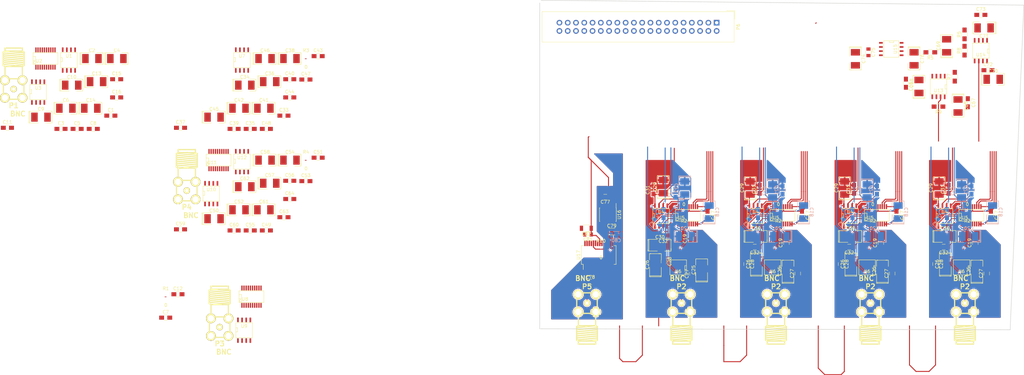
<source format=kicad_pcb>
(kicad_pcb (version 20171130) (host pcbnew "(2017-12-02 revision 3109343)-master")
  (title_block (date "lun. 30 mars 2015"))
  (layers (0 F.Cu signal) (31 B.Cu signal) (34 B.Paste user) (35 F.Paste user) (36 B.SilkS user) (37 F.SilkS user) (38 B.Mask user) (39 F.Mask user) (44 Edge.Cuts user))
  (net 0 "")
  (net 1 AGND)
  (net 2 +10VREF)
  (net 3 -10VREF)
  (net 4 +14V)
  (net 5 -14V)
  (net 6 DGND)
  (net 7 3.3V)
  (net 8 5VREF)
  (net 9 "Net-(P2-Pad1)")
  (net 10 SCLK)
  (net 11 SDO)
  (net 12 SDIN)
  (net 13 "Net-(U4-Pad1)")
  (net 14 "Net-(C69-Pad1)")
  (net 15 +15V)
  (net 16 +5V)
  (net 17 "Net-(C78-Pad1)")
  (net 18 "Net-(C79-Pad1)")
  (net 19 "Net-(C80-Pad1)")
  (net 20 "Net-(P1-Pad1)")
  (net 21 "Net-(P3-Pad1)")
  (net 22 "Net-(P4-Pad1)")
  (net 23 "Net-(R6-Pad1)")
  (net 24 "Net-(R7-Pad1)")
  (net 25 "Net-(R7-Pad2)")
  (net 26 "Net-(U1-Pad7)")
  (net 27 "Net-(U1-Pad5)")
  (net 28 "Net-(U1-Pad3)")
  (net 29 "Net-(U1-Pad1)")
  (net 30 "Net-(U2-Pad1)")
  (net 31 "Net-(U2-Pad2)")
  (net 32 "Net-(U4-Pad7)")
  (net 33 "Net-(U4-Pad5)")
  (net 34 "Net-(U4-Pad3)")
  (net 35 "Net-(U5-Pad1)")
  (net 36 "Net-(U5-Pad2)")
  (net 37 "Net-(U7-Pad7)")
  (net 38 "Net-(U7-Pad5)")
  (net 39 "Net-(U7-Pad3)")
  (net 40 "Net-(U7-Pad1)")
  (net 41 "Net-(U8-Pad1)")
  (net 42 "Net-(U8-Pad2)")
  (net 43 "Net-(U10-Pad7)")
  (net 44 "Net-(U10-Pad5)")
  (net 45 "Net-(U10-Pad3)")
  (net 46 "Net-(U10-Pad1)")
  (net 47 "Net-(U11-Pad1)")
  (net 48 "Net-(U11-Pad2)")
  (net 49 "Net-(U17-Pad10)")
  (net 50 "Net-(U17-Pad11)")
  (net 51 RESET2)
  (net 52 CLR2)
  (net 53 LDAC2)
  (net 54 SYNC2)
  (net 55 RESET1)
  (net 56 CLR1)
  (net 57 LDAC1)
  (net 58 SYNC1)
  (net 59 RESET3)
  (net 60 CLR3)
  (net 61 LDAC3)
  (net 62 SYNC3)
  (net 63 RESET4)
  (net 64 CLR4)
  (net 65 LDAC4)
  (net 66 SYNC4)
  (net 67 "Net-(U15-Pad8)")
  (net 68 "Net-(U15-Pad7)")
  (net 69 "Net-(U15-Pad5)")
  (net 70 "Net-(U15-Pad3)")
  (net 71 "Net-(U15-Pad1)")
  (net 72 "Net-(U16-Pad1)")
  (net 73 "Net-(U16-Pad3)")
  (net 74 "Net-(U16-Pad5)")
  (net 75 "Net-(U16-Pad7)")
  (net 76 "Net-(U16-Pad8)")
  (net 77 "Net-(U17-Pad3)")
  (net 78 "Net-(U17-Pad4)")
  (net 79 "Net-(U17-Pad5)")
  (net 80 "Net-(U17-Pad6)")
  (net 81 "Net-(U17-Pad7)")
  (net 82 "Net-(U17-Pad8)")
  (net 83 "Net-(U17-Pad9)")
  (net 84 "Net-(C2-Pad1)")
  (net 85 "Net-(C3-Pad2)")
  (net 86 "Net-(C9-Pad1)")
  (net 87 "Net-(C9-Pad2)")
  (net 88 "Net-(C10-Pad2)")
  (net 89 "Net-(C14-Pad2)")
  (net 90 "Net-(C16-Pad1)")
  (net 91 "Net-(C18-Pad1)")
  (net 92 "Net-(C19-Pad2)")
  (net 93 "Net-(C25-Pad1)")
  (net 94 "Net-(C25-Pad2)")
  (net 95 "Net-(C26-Pad2)")
  (net 96 "Net-(C30-Pad2)")
  (net 97 "Net-(C32-Pad1)")
  (net 98 "Net-(C34-Pad1)")
  (net 99 "Net-(C35-Pad2)")
  (net 100 "Net-(C41-Pad1)")
  (net 101 "Net-(C41-Pad2)")
  (net 102 "Net-(C42-Pad2)")
  (net 103 "Net-(C46-Pad2)")
  (net 104 "Net-(C48-Pad1)")
  (net 105 "Net-(C50-Pad1)")
  (net 106 "Net-(C51-Pad2)")
  (net 107 "Net-(C57-Pad1)")
  (net 108 "Net-(C57-Pad2)")
  (net 109 "Net-(C58-Pad2)")
  (net 110 "Net-(C62-Pad2)")
  (net 111 "Net-(C64-Pad1)")
  (net 112 "Net-(C71-Pad2)")
  (net 113 "Net-(C72-Pad1)")
  (net 114 "Net-(C72-Pad2)")
  (net 115 "Net-(C74-Pad1)")
  (net 116 "Net-(C75-Pad2)")
  (net 117 "Net-(C76-Pad2)")
  (net 118 "Net-(C80-Pad2)")
  (net 119 "Net-(C81-Pad1)")
  (net 120 "Net-(C82-Pad1)")
  (net 121 "Net-(P5-Pad1)")
  (net 122 "Net-(P6-Pad40)")
  (net 123 "Net-(P6-Pad38)")
  (net 124 "Net-(P6-Pad37)")
  (net 125 "Net-(P6-Pad36)")
  (net 126 "Net-(P6-Pad34)")
  (net 127 "Net-(P6-Pad33)")
  (net 128 "Net-(P6-Pad32)")
  (net 129 "Net-(P6-Pad30)")
  (net 130 "Net-(P6-Pad29)")
  (net 131 "Net-(P6-Pad28)")
  (net 132 "Net-(P6-Pad25)")
  (net 133 ADC_CONVST)
  (net 134 ADC_RD)
  (net 135 ADC_BUSY)
  (net 136 "Net-(R5-Pad1)")
  (net 137 "Net-(R5-Pad2)")
  (net 138 "Net-(R8-Pad1)")
  (net 139 "Net-(R8-Pad2)")
  (net 140 "Net-(R9-Pad1)")
  (net 141 "Net-(R9-Pad2)")
  (net 142 "Net-(R10-Pad2)")
  (net 143 "Net-(U13-Pad6)")
  (net 144 "Net-(U13-Pad3)")
  (net 145 "Net-(U13-Pad1)")
  (net 146 "Net-(U16-Pad6)")
  (net 147 "Net-(U17-Pad16)")
  (module stm:SOIC-8 (layer F.Cu) (at 173.998 139.365 180)
    (fp_text reference U6 (at 0 -1.27 180) (layer F.SilkS))
    (fp_text value AD8675)
    (pad 8 smd rect (at -1.9 -3.2 180) (size 0.508 1.4) (layers F.Cu F.Paste F.Mask))
    (pad 7 smd rect (at -0.635 -3.175 180) (size 0.508 1.4) (layers F.Cu F.Paste F.Mask) (net 4 +14V))
    (pad 6 smd rect (at 0.635 -3.175 180) (size 0.508 1.4) (layers F.Cu F.Paste F.Mask) (net 9 "Net-(P2-Pad1)"))
    (pad 5 smd rect (at 1.905 -3.175 180) (size 0.508 1.4) (layers F.Cu F.Paste F.Mask))
    (pad 4 smd rect (at 1.905 3.175 180) (size 0.508 1.4) (layers F.Cu F.Paste F.Mask) (net 5 -14V))
    (pad 3 smd rect (at 0.635 3.175 180) (size 0.508 1.4) (layers F.Cu F.Paste F.Mask) (net 36 "Net-(U5-Pad2)"))
    (pad 2 smd rect (at -0.635 3.175 180) (size 0.508 1.4) (layers F.Cu F.Paste F.Mask) (net 35 "Net-(U5-Pad1)"))
    (pad 1 smd rect (at -1.905 3.175 180) (size 0.508 1.4) (layers F.Cu F.Paste F.Mask))
  )
  (module stm:SSOP-20 (layer F.Cu) (at 176.998 123.365)
    (fp_text reference U5 (at -2 0.75) (layer F.SilkS))
    (fp_text value AD5791)
    (pad 1 smd rect (at -2.921 2.667) (size 0.4064 1.5) (layers F.Cu F.Paste F.Mask) (net 35 "Net-(U5-Pad1)"))
    (pad 2 smd rect (at -2.286 2.667) (size 0.4064 1.5) (layers F.Cu F.Paste F.Mask) (net 36 "Net-(U5-Pad2)"))
    (pad 3 smd rect (at -1.6256 2.667) (size 0.4064 1.5) (layers F.Cu F.Paste F.Mask) (net 34 "Net-(U4-Pad3)"))
    (pad 4 smd rect (at -0.9652 2.667) (size 0.4064 1.5) (layers F.Cu F.Paste F.Mask) (net 13 "Net-(U4-Pad1)"))
    (pad 5 smd rect (at -0.3302 2.667) (size 0.4064 1.5) (layers F.Cu F.Paste F.Mask) (net 4 +14V))
    (pad 6 smd rect (at 0.3302 2.667) (size 0.4064 1.5) (layers F.Cu F.Paste F.Mask) (net 55 RESET1))
    (pad 7 smd rect (at 0.9906 2.667) (size 0.4064 1.5) (layers F.Cu F.Paste F.Mask) (net 56 CLR1))
    (pad 8 smd rect (at 1.6256 2.667) (size 0.4064 1.5) (layers F.Cu F.Paste F.Mask) (net 57 LDAC1))
    (pad 9 smd rect (at 2.286 2.667) (size 0.4064 1.5) (layers F.Cu F.Paste F.Mask) (net 7 3.3V))
    (pad 10 smd rect (at 2.921 2.667) (size 0.4064 1.5) (layers F.Cu F.Paste F.Mask) (net 7 3.3V))
    (pad 11 smd rect (at 2.921 -2.667) (size 0.4064 1.5) (layers F.Cu F.Paste F.Mask) (net 11 SDO))
    (pad 12 smd rect (at 2.286 -2.667) (size 0.4064 1.5) (layers F.Cu F.Paste F.Mask) (net 12 SDIN))
    (pad 13 smd rect (at 1.6256 -2.667) (size 0.4064 1.5) (layers F.Cu F.Paste F.Mask) (net 10 SCLK))
    (pad 14 smd rect (at 0.9906 -2.667) (size 0.4064 1.5) (layers F.Cu F.Paste F.Mask) (net 58 SYNC1))
    (pad 15 smd rect (at 0.3302 -2.667) (size 0.4064 1.5) (layers F.Cu F.Paste F.Mask) (net 6 DGND))
    (pad 16 smd rect (at -0.3302 -2.667) (size 0.4064 1.5) (layers F.Cu F.Paste F.Mask) (net 32 "Net-(U4-Pad7)"))
    (pad 17 smd rect (at -0.9652 -2.667) (size 0.4064 1.5) (layers F.Cu F.Paste F.Mask) (net 33 "Net-(U4-Pad5)"))
    (pad 18 smd rect (at -1.6256 -2.667) (size 0.4064 1.5) (layers F.Cu F.Paste F.Mask) (net 5 -14V))
    (pad 19 smd rect (at -2.286 -2.667) (size 0.4064 1.5) (layers F.Cu F.Paste F.Mask) (net 1 AGND))
    (pad 20 smd rect (at -2.921 -2.667) (size 0.4064 1.5) (layers F.Cu F.Paste F.Mask) (net 9 "Net-(P2-Pad1)"))
  )
  (module stm:SOIC-8 (layer F.Cu) (at 168.748 123.615)
    (fp_text reference U4 (at 0 -1.27) (layer F.SilkS))
    (fp_text value AD8676)
    (pad 8 smd rect (at -1.9 -3.2) (size 0.508 1.4) (layers F.Cu F.Paste F.Mask) (net 4 +14V))
    (pad 7 smd rect (at -0.635 -3.175) (size 0.508 1.4) (layers F.Cu F.Paste F.Mask) (net 32 "Net-(U4-Pad7)"))
    (pad 6 smd rect (at 0.635 -3.175) (size 0.508 1.4) (layers F.Cu F.Paste F.Mask) (net 3 -10VREF))
    (pad 5 smd rect (at 1.905 -3.175) (size 0.508 1.4) (layers F.Cu F.Paste F.Mask) (net 33 "Net-(U4-Pad5)"))
    (pad 4 smd rect (at 1.905 3.175) (size 0.508 1.4) (layers F.Cu F.Paste F.Mask) (net 5 -14V))
    (pad 3 smd rect (at 0.635 3.175) (size 0.508 1.4) (layers F.Cu F.Paste F.Mask) (net 34 "Net-(U4-Pad3)"))
    (pad 2 smd rect (at -0.635 3.175) (size 0.508 1.4) (layers F.Cu F.Paste F.Mask) (net 2 +10VREF))
    (pad 1 smd rect (at -1.905 3.175) (size 0.508 1.4) (layers F.Cu F.Paste F.Mask) (net 13 "Net-(U4-Pad1)"))
  )
  (module stm:0Ohm (layer F.Cu) (at 175.748 122.615 180)
    (fp_text reference R2 (at 0 -2.5 180) (layer F.SilkS))
    (fp_text value 0 (at 0 2.6 180) (layer F.SilkS))
    (pad 1 smd rect (at -0.25 0.05 180) (size 0.2 0.2) (layers F.Cu F.Paste F.Mask) (net 6 DGND))
    (pad 2 smd rect (at 0.1 0.05 180) (size 0.2 0.2) (layers F.Cu F.Paste F.Mask) (net 1 AGND))
    (pad "" smd rect (at -0.1 0.05 180) (size 0.2 0.2) (layers F.Cu F.Paste F.Mask))
  )
  (module stm:SMA (layer F.Cu) (at 174.998 150.365 180)
    (fp_text reference P2 (at 0 5.08 180) (layer F.SilkS) (effects (font (thickness 0.3048))))
    (fp_text value BNC (at 1.27 7.62 180) (layer F.SilkS) (effects (font (thickness 0.3048))))
    (pad 1 thru_hole circle (at 0 0 180) (size 1.99898 1.99898) (drill 1.00076) (layers *.Cu *.Mask F.SilkS) (net 9 "Net-(P2-Pad1)"))
    (pad 3 thru_hole circle (at 2.70002 -2.70002 180) (size 3 3) (drill 2) (layers *.Cu *.Mask F.SilkS))
    (pad 2 thru_hole circle (at -2.70002 -2.70002 180) (size 3 3) (drill 2) (layers *.Cu *.Mask F.SilkS) (net 1 AGND))
    (pad 5 thru_hole circle (at -2.70002 2.70002 180) (size 3 3) (drill 2) (layers *.Cu *.Mask F.SilkS))
    (pad 4 thru_hole circle (at 2.70002 2.70002 180) (size 3 3) (drill 2) (layers *.Cu *.Mask F.SilkS))
  )
  (module Capacitors_SMD:C_0805_HandSoldering (layer F.Cu) (at 168.498 133.115 180)
    (fp_text reference C32 (at 0 -1.75 180) (layer F.SilkS))
    (fp_text value 0.1uF)
    (pad 1 smd rect (at -1.25 0 180) (size 1.5 1.25) (layers F.Cu F.Paste F.Mask) (net 97 "Net-(C32-Pad1)"))
    (pad 2 smd rect (at 1.25 0 180) (size 1.5 1.25) (layers F.Cu F.Paste F.Mask) (net 1 AGND))
  )
  (module Capacitors_SMD:C_0805_HandSoldering (layer F.Cu) (at 169.998 115.365 90)
    (fp_text reference C31 (at 0 -1.75 90) (layer F.SilkS))
    (fp_text value 0.1uF)
    (pad 1 smd rect (at -1.25 0 90) (size 1.5 1.25) (layers F.Cu F.Paste F.Mask) (net 4 +14V))
    (pad 2 smd rect (at 1.25 0 90) (size 1.5 1.25) (layers F.Cu F.Paste F.Mask) (net 1 AGND))
  )
  (module stm:SMD-1210_Pol (layer F.Cu) (at 168.898 129.865)
    (fp_text reference C30 (at 0 -2.5) (layer F.SilkS))
    (fp_text value 10uF)
    (pad 1 smd rect (at -2 0) (size 2 2.794) (layers F.Cu F.Paste F.Mask) (net 1 AGND))
    (pad 2 smd rect (at 2 0) (size 2 2.794) (layers F.Cu F.Paste F.Mask) (net 96 "Net-(C30-Pad2)"))
  )
  (module stm:SMD-1210_Pol (layer F.Cu) (at 167.098 114.965 90)
    (fp_text reference C29 (at 0 -2.5 90) (layer F.SilkS))
    (fp_text value 10uF)
    (pad 1 smd rect (at -2 0 90) (size 2 2.794) (layers F.Cu F.Paste F.Mask) (net 4 +14V))
    (pad 2 smd rect (at 2 0 90) (size 2 2.794) (layers F.Cu F.Paste F.Mask) (net 1 AGND))
  )
  (module Capacitors_SMD:C_0805_HandSoldering (layer F.Cu) (at 165.998 138.365 270)
    (fp_text reference C28 (at 0 -1.75 270) (layer F.SilkS))
    (fp_text value 0.1uF)
    (pad 1 smd rect (at -1.25 0 270) (size 1.5 1.25) (layers F.Cu F.Paste F.Mask) (net 5 -14V))
    (pad 2 smd rect (at 1.25 0 270) (size 1.5 1.25) (layers F.Cu F.Paste F.Mask) (net 1 AGND))
  )
  (module Capacitors_SMD:C_0805_HandSoldering (layer F.Cu) (at 181.698 141.265 90)
    (fp_text reference C27 (at 0 -1.75 90) (layer F.SilkS))
    (fp_text value 0.1uF)
    (pad 1 smd rect (at -1.25 0 90) (size 1.5 1.25) (layers F.Cu F.Paste F.Mask) (net 4 +14V))
    (pad 2 smd rect (at 1.25 0 90) (size 1.5 1.25) (layers F.Cu F.Paste F.Mask) (net 1 AGND))
  )
  (module stm:SMD-1210_Pol (layer F.Cu) (at 168.998 138.365 90)
    (fp_text reference C26 (at 0 -2.5 90) (layer F.SilkS))
    (fp_text value 10uF)
    (pad 1 smd rect (at -2 0 90) (size 2 2.794) (layers F.Cu F.Paste F.Mask) (net 1 AGND))
    (pad 2 smd rect (at 2 0 90) (size 2 2.794) (layers F.Cu F.Paste F.Mask) (net 95 "Net-(C26-Pad2)"))
  )
  (module stm:SMD-1210_Pol (layer F.Cu) (at 178.698 140.565 90)
    (fp_text reference C25 (at 0 -2.5 90) (layer F.SilkS))
    (fp_text value 10uF)
    (pad 1 smd rect (at -2 0 90) (size 2 2.794) (layers F.Cu F.Paste F.Mask) (net 93 "Net-(C25-Pad1)"))
    (pad 2 smd rect (at 2 0 90) (size 2 2.794) (layers F.Cu F.Paste F.Mask) (net 94 "Net-(C25-Pad2)"))
  )
  (module Capacitors_SMD:C_0805_HandSoldering (layer B.Cu) (at 169.498 122.865 270)
    (fp_text reference C24 (at 0 1.75 270) (layer B.SilkS) (effects (justify mirror)))
    (fp_text value 0.1uF)
    (pad 1 smd rect (at -1.25 0 270) (size 1.5 1.25) (layers B.Cu B.Paste B.Mask) (net 4 +14V))
    (pad 2 smd rect (at 1.25 0 270) (size 1.5 1.25) (layers B.Cu B.Paste B.Mask) (net 5 -14V))
  )
  (module Capacitors_SMD:C_0805_HandSoldering (layer B.Cu) (at 167.498 125.365 315)
    (fp_text reference C23 (at 0 1.75 315) (layer B.SilkS) (effects (justify mirror)))
    (fp_text value 0.1uF)
    (pad 1 smd rect (at -1.249999 0 315) (size 1.5 1.25) (layers B.Cu B.Paste B.Mask) (net 4 +14V))
    (pad 2 smd rect (at 1.249999 0 315) (size 1.5 1.25) (layers B.Cu B.Paste B.Mask) (net 5 -14V))
  )
  (module stm:SMD-1210_Pol (layer B.Cu) (at 173.998 115.865 270)
    (fp_text reference C22 (at 0 2.5 270) (layer B.SilkS) (effects (justify mirror)))
    (fp_text value 10uF)
    (pad 1 smd rect (at -2 0 270) (size 2 2.794) (layers B.Cu B.Paste B.Mask) (net 1 AGND))
    (pad 2 smd rect (at 2 0 270) (size 2 2.794) (layers B.Cu B.Paste B.Mask) (net 5 -14V))
  )
  (module Capacitors_SMD:C_0805_HandSoldering (layer B.Cu) (at 176.998 115.615 270)
    (fp_text reference C21 (at 0 1.75 270) (layer B.SilkS) (effects (justify mirror)))
    (fp_text value 0.1uF)
    (pad 1 smd rect (at -1.25 0 270) (size 1.5 1.25) (layers B.Cu B.Paste B.Mask) (net 1 AGND))
    (pad 2 smd rect (at 1.25 0 270) (size 1.5 1.25) (layers B.Cu B.Paste B.Mask) (net 5 -14V))
  )
  (module stm:SMD-1210_Pol (layer B.Cu) (at 176.198 129.865 180)
    (fp_text reference C20 (at 0 2.5 180) (layer B.SilkS) (effects (justify mirror)))
    (fp_text value 10uF)
    (pad 1 smd rect (at -2 0 180) (size 2 2.794) (layers B.Cu B.Paste B.Mask) (net 4 +14V))
    (pad 2 smd rect (at 2 0 180) (size 2 2.794) (layers B.Cu B.Paste B.Mask) (net 1 AGND))
  )
  (module Capacitors_SMD:C_0805_HandSoldering (layer F.Cu) (at 178.198 131.865 90)
    (fp_text reference C19 (at 0 -1.75 90) (layer F.SilkS))
    (fp_text value 0.1uF)
    (pad 1 smd rect (at -1.25 0 90) (size 1.5 1.25) (layers F.Cu F.Paste F.Mask) (net 1 AGND))
    (pad 2 smd rect (at 1.25 0 90) (size 1.5 1.25) (layers F.Cu F.Paste F.Mask) (net 92 "Net-(C19-Pad2)"))
  )
  (module stm:SMD-1210_Pol (layer B.Cu) (at 183.498 122.365 90)
    (fp_text reference C18 (at 0 2.5 90) (layer B.SilkS) (effects (justify mirror)))
    (fp_text value 10uF)
    (pad 1 smd rect (at -2 0 90) (size 2 2.794) (layers B.Cu B.Paste B.Mask) (net 91 "Net-(C18-Pad1)"))
    (pad 2 smd rect (at 2 0 90) (size 2 2.794) (layers B.Cu B.Paste B.Mask) (net 6 DGND))
  )
  (module Capacitors_SMD:C_0805_HandSoldering (layer F.Cu) (at 182.998 123.365 270)
    (fp_text reference C17 (at 0 -1.75 270) (layer F.SilkS))
    (fp_text value 0.1uF)
    (pad 1 smd rect (at -1.25 0 270) (size 1.5 1.25) (layers F.Cu F.Paste F.Mask) (net 6 DGND))
    (pad 2 smd rect (at 1.25 0 270) (size 1.5 1.25) (layers F.Cu F.Paste F.Mask) (net 7 3.3V))
  )
  (module Capacitors_SMD:C_0805_HandSoldering (layer F.Cu) (at 211.998 123.365 270)
    (fp_text reference C17 (at 0 -1.75 270) (layer F.SilkS))
    (fp_text value 0.1uF)
    (pad 1 smd rect (at -1.25 0 270) (size 1.5 1.25) (layers F.Cu F.Paste F.Mask) (net 6 DGND))
    (pad 2 smd rect (at 1.25 0 270) (size 1.5 1.25) (layers F.Cu F.Paste F.Mask) (net 7 3.3V))
  )
  (module stm:SMD-1210_Pol (layer B.Cu) (at 212.498 122.365 90)
    (fp_text reference C18 (at 0 2.5 90) (layer B.SilkS) (effects (justify mirror)))
    (fp_text value 10uF)
    (pad 1 smd rect (at -2 0 90) (size 2 2.794) (layers B.Cu B.Paste B.Mask) (net 7 3.3V))
    (pad 2 smd rect (at 2 0 90) (size 2 2.794) (layers B.Cu B.Paste B.Mask) (net 6 DGND))
  )
  (module Capacitors_SMD:C_0805_HandSoldering (layer F.Cu) (at 207.198 131.865 90)
    (fp_text reference C19 (at 0 -1.75 90) (layer F.SilkS))
    (fp_text value 0.1uF)
    (pad 1 smd rect (at -1.25 0 90) (size 1.5 1.25) (layers F.Cu F.Paste F.Mask) (net 1 AGND))
    (pad 2 smd rect (at 1.25 0 90) (size 1.5 1.25) (layers F.Cu F.Paste F.Mask) (net 4 +14V))
  )
  (module stm:SMD-1210_Pol (layer B.Cu) (at 205.198 129.865 180)
    (fp_text reference C20 (at 0 2.5 180) (layer B.SilkS) (effects (justify mirror)))
    (fp_text value 10uF)
    (pad 1 smd rect (at -2 0 180) (size 2 2.794) (layers B.Cu B.Paste B.Mask) (net 4 +14V))
    (pad 2 smd rect (at 2 0 180) (size 2 2.794) (layers B.Cu B.Paste B.Mask) (net 1 AGND))
  )
  (module Capacitors_SMD:C_0805_HandSoldering (layer B.Cu) (at 205.998 115.615 270)
    (fp_text reference C21 (at 0 1.75 270) (layer B.SilkS) (effects (justify mirror)))
    (fp_text value 0.1uF)
    (pad 1 smd rect (at -1.25 0 270) (size 1.5 1.25) (layers B.Cu B.Paste B.Mask) (net 1 AGND))
    (pad 2 smd rect (at 1.25 0 270) (size 1.5 1.25) (layers B.Cu B.Paste B.Mask) (net 5 -14V))
  )
  (module stm:SMD-1210_Pol (layer B.Cu) (at 202.998 115.865 270)
    (fp_text reference C22 (at 0 2.5 270) (layer B.SilkS) (effects (justify mirror)))
    (fp_text value 10uF)
    (pad 1 smd rect (at -2 0 270) (size 2 2.794) (layers B.Cu B.Paste B.Mask) (net 1 AGND))
    (pad 2 smd rect (at 2 0 270) (size 2 2.794) (layers B.Cu B.Paste B.Mask) (net 5 -14V))
  )
  (module Capacitors_SMD:C_0805_HandSoldering (layer B.Cu) (at 196.498 125.365 315)
    (fp_text reference C23 (at 0 1.75 315) (layer B.SilkS) (effects (justify mirror)))
    (fp_text value 0.1uF)
    (pad 1 smd rect (at -1.249999 0 315) (size 1.5 1.25) (layers B.Cu B.Paste B.Mask) (net 4 +14V))
    (pad 2 smd rect (at 1.249999 0 315) (size 1.5 1.25) (layers B.Cu B.Paste B.Mask) (net 5 -14V))
  )
  (module Capacitors_SMD:C_0805_HandSoldering (layer B.Cu) (at 198.498 122.865 270)
    (fp_text reference C24 (at 0 1.75 270) (layer B.SilkS) (effects (justify mirror)))
    (fp_text value 0.1uF)
    (pad 1 smd rect (at -1.25 0 270) (size 1.5 1.25) (layers B.Cu B.Paste B.Mask) (net 4 +14V))
    (pad 2 smd rect (at 1.25 0 270) (size 1.5 1.25) (layers B.Cu B.Paste B.Mask) (net 5 -14V))
  )
  (module stm:SMD-1210_Pol (layer F.Cu) (at 207.698 140.565 90)
    (fp_text reference C25 (at 0 -2.5 90) (layer F.SilkS))
    (fp_text value 10uF)
    (pad 1 smd rect (at -2 0 90) (size 2 2.794) (layers F.Cu F.Paste F.Mask) (net 4 +14V))
    (pad 2 smd rect (at 2 0 90) (size 2 2.794) (layers F.Cu F.Paste F.Mask) (net 1 AGND))
  )
  (module stm:SMD-1210_Pol (layer F.Cu) (at 197.998 138.365 90)
    (fp_text reference C26 (at 0 -2.5 90) (layer F.SilkS))
    (fp_text value 10uF)
    (pad 1 smd rect (at -2 0 90) (size 2 2.794) (layers F.Cu F.Paste F.Mask) (net 1 AGND))
    (pad 2 smd rect (at 2 0 90) (size 2 2.794) (layers F.Cu F.Paste F.Mask) (net 5 -14V))
  )
  (module Capacitors_SMD:C_0805_HandSoldering (layer F.Cu) (at 210.698 141.265 90)
    (fp_text reference C27 (at 0 -1.75 90) (layer F.SilkS))
    (fp_text value 0.1uF)
    (pad 1 smd rect (at -1.25 0 90) (size 1.5 1.25) (layers F.Cu F.Paste F.Mask) (net 4 +14V))
    (pad 2 smd rect (at 1.25 0 90) (size 1.5 1.25) (layers F.Cu F.Paste F.Mask) (net 1 AGND))
  )
  (module Capacitors_SMD:C_0805_HandSoldering (layer F.Cu) (at 194.998 138.365 270)
    (fp_text reference C28 (at 0 -1.75 270) (layer F.SilkS))
    (fp_text value 0.1uF)
    (pad 1 smd rect (at -1.25 0 270) (size 1.5 1.25) (layers F.Cu F.Paste F.Mask) (net 5 -14V))
    (pad 2 smd rect (at 1.25 0 270) (size 1.5 1.25) (layers F.Cu F.Paste F.Mask) (net 1 AGND))
  )
  (module stm:SMD-1210_Pol (layer F.Cu) (at 196.098 114.965 90)
    (fp_text reference C29 (at 0 -2.5 90) (layer F.SilkS))
    (fp_text value 10uF)
    (pad 1 smd rect (at -2 0 90) (size 2 2.794) (layers F.Cu F.Paste F.Mask) (net 4 +14V))
    (pad 2 smd rect (at 2 0 90) (size 2 2.794) (layers F.Cu F.Paste F.Mask) (net 1 AGND))
  )
  (module stm:SMD-1210_Pol (layer F.Cu) (at 197.898 129.865)
    (fp_text reference C30 (at 0 -2.5) (layer F.SilkS))
    (fp_text value 10uF)
    (pad 1 smd rect (at -2 0) (size 2 2.794) (layers F.Cu F.Paste F.Mask) (net 1 AGND))
    (pad 2 smd rect (at 2 0) (size 2 2.794) (layers F.Cu F.Paste F.Mask) (net 5 -14V))
  )
  (module Capacitors_SMD:C_0805_HandSoldering (layer F.Cu) (at 198.998 115.365 90)
    (fp_text reference C31 (at 0 -1.75 90) (layer F.SilkS))
    (fp_text value 0.1uF)
    (pad 1 smd rect (at -1.25 0 90) (size 1.5 1.25) (layers F.Cu F.Paste F.Mask) (net 4 +14V))
    (pad 2 smd rect (at 1.25 0 90) (size 1.5 1.25) (layers F.Cu F.Paste F.Mask) (net 1 AGND))
  )
  (module Capacitors_SMD:C_0805_HandSoldering (layer F.Cu) (at 197.498 133.115 180)
    (fp_text reference C32 (at 0 -1.75 180) (layer F.SilkS))
    (fp_text value 0.1uF)
    (pad 1 smd rect (at -1.25 0 180) (size 1.5 1.25) (layers F.Cu F.Paste F.Mask) (net 5 -14V))
    (pad 2 smd rect (at 1.25 0 180) (size 1.5 1.25) (layers F.Cu F.Paste F.Mask) (net 1 AGND))
  )
  (module stm:SMA (layer F.Cu) (at 203.998 150.365 180)
    (fp_text reference P2 (at 0 5.08 180) (layer F.SilkS) (effects (font (thickness 0.3048))))
    (fp_text value BNC (at 1.27 7.62 180) (layer F.SilkS) (effects (font (thickness 0.3048))))
    (pad 1 thru_hole circle (at 0 0 180) (size 1.99898 1.99898) (drill 1.00076) (layers *.Cu *.Mask F.SilkS) (net 9 "Net-(P2-Pad1)"))
    (pad 3 thru_hole circle (at 2.70002 -2.70002 180) (size 3 3) (drill 2) (layers *.Cu *.Mask F.SilkS))
    (pad 2 thru_hole circle (at -2.70002 -2.70002 180) (size 3 3) (drill 2) (layers *.Cu *.Mask F.SilkS) (net 1 AGND))
    (pad 5 thru_hole circle (at -2.70002 2.70002 180) (size 3 3) (drill 2) (layers *.Cu *.Mask F.SilkS))
    (pad 4 thru_hole circle (at 2.70002 2.70002 180) (size 3 3) (drill 2) (layers *.Cu *.Mask F.SilkS))
  )
  (module stm:0Ohm (layer F.Cu) (at 204.748 122.615 180)
    (fp_text reference R2 (at 0 -2.5 180) (layer F.SilkS))
    (fp_text value 0 (at 0 2.6 180) (layer F.SilkS))
    (pad 1 smd rect (at -0.25 0.05 180) (size 0.2 0.2) (layers F.Cu F.Paste F.Mask) (net 6 DGND))
    (pad 2 smd rect (at 0.1 0.05 180) (size 0.2 0.2) (layers F.Cu F.Paste F.Mask) (net 1 AGND))
    (pad "" smd rect (at -0.1 0.05 180) (size 0.2 0.2) (layers F.Cu F.Paste F.Mask))
  )
  (module stm:SOIC-8 (layer F.Cu) (at 197.748 123.615)
    (fp_text reference U4 (at 0 -1.27) (layer F.SilkS))
    (fp_text value AD8676)
    (pad 8 smd rect (at -1.9 -3.2) (size 0.508 1.4) (layers F.Cu F.Paste F.Mask) (net 4 +14V))
    (pad 7 smd rect (at -0.635 -3.175) (size 0.508 1.4) (layers F.Cu F.Paste F.Mask) (net 32 "Net-(U4-Pad7)"))
    (pad 6 smd rect (at 0.635 -3.175) (size 0.508 1.4) (layers F.Cu F.Paste F.Mask) (net 3 -10VREF))
    (pad 5 smd rect (at 1.905 -3.175) (size 0.508 1.4) (layers F.Cu F.Paste F.Mask) (net 33 "Net-(U4-Pad5)"))
    (pad 4 smd rect (at 1.905 3.175) (size 0.508 1.4) (layers F.Cu F.Paste F.Mask) (net 5 -14V))
    (pad 3 smd rect (at 0.635 3.175) (size 0.508 1.4) (layers F.Cu F.Paste F.Mask) (net 34 "Net-(U4-Pad3)"))
    (pad 2 smd rect (at -0.635 3.175) (size 0.508 1.4) (layers F.Cu F.Paste F.Mask) (net 2 +10VREF))
    (pad 1 smd rect (at -1.905 3.175) (size 0.508 1.4) (layers F.Cu F.Paste F.Mask) (net 13 "Net-(U4-Pad1)"))
  )
  (module stm:SSOP-20 (layer F.Cu) (at 205.998 123.365)
    (fp_text reference U5 (at -2 0.75) (layer F.SilkS))
    (fp_text value AD5791)
    (pad 1 smd rect (at -2.921 2.667) (size 0.4064 1.5) (layers F.Cu F.Paste F.Mask) (net 35 "Net-(U5-Pad1)"))
    (pad 2 smd rect (at -2.286 2.667) (size 0.4064 1.5) (layers F.Cu F.Paste F.Mask) (net 36 "Net-(U5-Pad2)"))
    (pad 3 smd rect (at -1.6256 2.667) (size 0.4064 1.5) (layers F.Cu F.Paste F.Mask) (net 34 "Net-(U4-Pad3)"))
    (pad 4 smd rect (at -0.9652 2.667) (size 0.4064 1.5) (layers F.Cu F.Paste F.Mask) (net 13 "Net-(U4-Pad1)"))
    (pad 5 smd rect (at -0.3302 2.667) (size 0.4064 1.5) (layers F.Cu F.Paste F.Mask) (net 4 +14V))
    (pad 6 smd rect (at 0.3302 2.667) (size 0.4064 1.5) (layers F.Cu F.Paste F.Mask))
    (pad 7 smd rect (at 0.9906 2.667) (size 0.4064 1.5) (layers F.Cu F.Paste F.Mask))
    (pad 8 smd rect (at 1.6256 2.667) (size 0.4064 1.5) (layers F.Cu F.Paste F.Mask))
    (pad 9 smd rect (at 2.286 2.667) (size 0.4064 1.5) (layers F.Cu F.Paste F.Mask) (net 7 3.3V))
    (pad 10 smd rect (at 2.921 2.667) (size 0.4064 1.5) (layers F.Cu F.Paste F.Mask) (net 7 3.3V))
    (pad 11 smd rect (at 2.921 -2.667) (size 0.4064 1.5) (layers F.Cu F.Paste F.Mask) (net 11 SDO))
    (pad 12 smd rect (at 2.286 -2.667) (size 0.4064 1.5) (layers F.Cu F.Paste F.Mask) (net 12 SDIN))
    (pad 13 smd rect (at 1.6256 -2.667) (size 0.4064 1.5) (layers F.Cu F.Paste F.Mask) (net 10 SCLK))
    (pad 14 smd rect (at 0.9906 -2.667) (size 0.4064 1.5) (layers F.Cu F.Paste F.Mask))
    (pad 15 smd rect (at 0.3302 -2.667) (size 0.4064 1.5) (layers F.Cu F.Paste F.Mask) (net 6 DGND))
    (pad 16 smd rect (at -0.3302 -2.667) (size 0.4064 1.5) (layers F.Cu F.Paste F.Mask) (net 32 "Net-(U4-Pad7)"))
    (pad 17 smd rect (at -0.9652 -2.667) (size 0.4064 1.5) (layers F.Cu F.Paste F.Mask) (net 33 "Net-(U4-Pad5)"))
    (pad 18 smd rect (at -1.6256 -2.667) (size 0.4064 1.5) (layers F.Cu F.Paste F.Mask) (net 5 -14V))
    (pad 19 smd rect (at -2.286 -2.667) (size 0.4064 1.5) (layers F.Cu F.Paste F.Mask) (net 1 AGND))
    (pad 20 smd rect (at -2.921 -2.667) (size 0.4064 1.5) (layers F.Cu F.Paste F.Mask) (net 9 "Net-(P2-Pad1)"))
  )
  (module stm:SOIC-8 (layer F.Cu) (at 202.998 139.365 180)
    (fp_text reference U6 (at 0 -1.27 180) (layer F.SilkS))
    (fp_text value AD8675)
    (pad 8 smd rect (at -1.9 -3.2 180) (size 0.508 1.4) (layers F.Cu F.Paste F.Mask))
    (pad 7 smd rect (at -0.635 -3.175 180) (size 0.508 1.4) (layers F.Cu F.Paste F.Mask) (net 4 +14V))
    (pad 6 smd rect (at 0.635 -3.175 180) (size 0.508 1.4) (layers F.Cu F.Paste F.Mask) (net 9 "Net-(P2-Pad1)"))
    (pad 5 smd rect (at 1.905 -3.175 180) (size 0.508 1.4) (layers F.Cu F.Paste F.Mask))
    (pad 4 smd rect (at 1.905 3.175 180) (size 0.508 1.4) (layers F.Cu F.Paste F.Mask) (net 5 -14V))
    (pad 3 smd rect (at 0.635 3.175 180) (size 0.508 1.4) (layers F.Cu F.Paste F.Mask) (net 36 "Net-(U5-Pad2)"))
    (pad 2 smd rect (at -0.635 3.175 180) (size 0.508 1.4) (layers F.Cu F.Paste F.Mask) (net 35 "Net-(U5-Pad1)"))
    (pad 1 smd rect (at -1.905 3.175 180) (size 0.508 1.4) (layers F.Cu F.Paste F.Mask))
  )
  (module stm:SOIC-8 (layer F.Cu) (at 144.998 139.365 180)
    (fp_text reference U6 (at 0 -1.27 180) (layer F.SilkS))
    (fp_text value AD8675)
    (pad 8 smd rect (at -1.9 -3.2 180) (size 0.508 1.4) (layers F.Cu F.Paste F.Mask))
    (pad 7 smd rect (at -0.635 -3.175 180) (size 0.508 1.4) (layers F.Cu F.Paste F.Mask) (net 4 +14V))
    (pad 6 smd rect (at 0.635 -3.175 180) (size 0.508 1.4) (layers F.Cu F.Paste F.Mask) (net 9 "Net-(P2-Pad1)"))
    (pad 5 smd rect (at 1.905 -3.175 180) (size 0.508 1.4) (layers F.Cu F.Paste F.Mask))
    (pad 4 smd rect (at 1.905 3.175 180) (size 0.508 1.4) (layers F.Cu F.Paste F.Mask) (net 5 -14V))
    (pad 3 smd rect (at 0.635 3.175 180) (size 0.508 1.4) (layers F.Cu F.Paste F.Mask) (net 36 "Net-(U5-Pad2)"))
    (pad 2 smd rect (at -0.635 3.175 180) (size 0.508 1.4) (layers F.Cu F.Paste F.Mask) (net 35 "Net-(U5-Pad1)"))
    (pad 1 smd rect (at -1.905 3.175 180) (size 0.508 1.4) (layers F.Cu F.Paste F.Mask))
  )
  (module stm:SSOP-20 (layer F.Cu) (at 147.998 123.365)
    (fp_text reference U5 (at -2 0.75) (layer F.SilkS))
    (fp_text value AD5791)
    (pad 1 smd rect (at -2.921 2.667) (size 0.4064 1.5) (layers F.Cu F.Paste F.Mask) (net 35 "Net-(U5-Pad1)"))
    (pad 2 smd rect (at -2.286 2.667) (size 0.4064 1.5) (layers F.Cu F.Paste F.Mask) (net 36 "Net-(U5-Pad2)"))
    (pad 3 smd rect (at -1.6256 2.667) (size 0.4064 1.5) (layers F.Cu F.Paste F.Mask) (net 34 "Net-(U4-Pad3)"))
    (pad 4 smd rect (at -0.9652 2.667) (size 0.4064 1.5) (layers F.Cu F.Paste F.Mask) (net 13 "Net-(U4-Pad1)"))
    (pad 5 smd rect (at -0.3302 2.667) (size 0.4064 1.5) (layers F.Cu F.Paste F.Mask) (net 4 +14V))
    (pad 6 smd rect (at 0.3302 2.667) (size 0.4064 1.5) (layers F.Cu F.Paste F.Mask))
    (pad 7 smd rect (at 0.9906 2.667) (size 0.4064 1.5) (layers F.Cu F.Paste F.Mask))
    (pad 8 smd rect (at 1.6256 2.667) (size 0.4064 1.5) (layers F.Cu F.Paste F.Mask))
    (pad 9 smd rect (at 2.286 2.667) (size 0.4064 1.5) (layers F.Cu F.Paste F.Mask) (net 7 3.3V))
    (pad 10 smd rect (at 2.921 2.667) (size 0.4064 1.5) (layers F.Cu F.Paste F.Mask) (net 7 3.3V))
    (pad 11 smd rect (at 2.921 -2.667) (size 0.4064 1.5) (layers F.Cu F.Paste F.Mask) (net 11 SDO))
    (pad 12 smd rect (at 2.286 -2.667) (size 0.4064 1.5) (layers F.Cu F.Paste F.Mask) (net 12 SDIN))
    (pad 13 smd rect (at 1.6256 -2.667) (size 0.4064 1.5) (layers F.Cu F.Paste F.Mask) (net 10 SCLK))
    (pad 14 smd rect (at 0.9906 -2.667) (size 0.4064 1.5) (layers F.Cu F.Paste F.Mask))
    (pad 15 smd rect (at 0.3302 -2.667) (size 0.4064 1.5) (layers F.Cu F.Paste F.Mask) (net 6 DGND))
    (pad 16 smd rect (at -0.3302 -2.667) (size 0.4064 1.5) (layers F.Cu F.Paste F.Mask) (net 32 "Net-(U4-Pad7)"))
    (pad 17 smd rect (at -0.9652 -2.667) (size 0.4064 1.5) (layers F.Cu F.Paste F.Mask) (net 33 "Net-(U4-Pad5)"))
    (pad 18 smd rect (at -1.6256 -2.667) (size 0.4064 1.5) (layers F.Cu F.Paste F.Mask) (net 5 -14V))
    (pad 19 smd rect (at -2.286 -2.667) (size 0.4064 1.5) (layers F.Cu F.Paste F.Mask) (net 1 AGND))
    (pad 20 smd rect (at -2.921 -2.667) (size 0.4064 1.5) (layers F.Cu F.Paste F.Mask) (net 9 "Net-(P2-Pad1)"))
  )
  (module stm:SOIC-8 (layer F.Cu) (at 139.748 123.615)
    (fp_text reference U4 (at 0 -1.27) (layer F.SilkS))
    (fp_text value AD8676)
    (pad 8 smd rect (at -1.9 -3.2) (size 0.508 1.4) (layers F.Cu F.Paste F.Mask) (net 4 +14V))
    (pad 7 smd rect (at -0.635 -3.175) (size 0.508 1.4) (layers F.Cu F.Paste F.Mask) (net 32 "Net-(U4-Pad7)"))
    (pad 6 smd rect (at 0.635 -3.175) (size 0.508 1.4) (layers F.Cu F.Paste F.Mask) (net 3 -10VREF))
    (pad 5 smd rect (at 1.905 -3.175) (size 0.508 1.4) (layers F.Cu F.Paste F.Mask) (net 33 "Net-(U4-Pad5)"))
    (pad 4 smd rect (at 1.905 3.175) (size 0.508 1.4) (layers F.Cu F.Paste F.Mask) (net 5 -14V))
    (pad 3 smd rect (at 0.635 3.175) (size 0.508 1.4) (layers F.Cu F.Paste F.Mask) (net 34 "Net-(U4-Pad3)"))
    (pad 2 smd rect (at -0.635 3.175) (size 0.508 1.4) (layers F.Cu F.Paste F.Mask) (net 2 +10VREF))
    (pad 1 smd rect (at -1.905 3.175) (size 0.508 1.4) (layers F.Cu F.Paste F.Mask) (net 13 "Net-(U4-Pad1)"))
  )
  (module stm:0Ohm (layer F.Cu) (at 146.748 122.615 180)
    (fp_text reference R2 (at 0 -2.5 180) (layer F.SilkS))
    (fp_text value 0 (at 0 2.6 180) (layer F.SilkS))
    (pad 1 smd rect (at -0.25 0.05 180) (size 0.2 0.2) (layers F.Cu F.Paste F.Mask) (net 6 DGND))
    (pad 2 smd rect (at 0.1 0.05 180) (size 0.2 0.2) (layers F.Cu F.Paste F.Mask) (net 1 AGND))
    (pad "" smd rect (at -0.1 0.05 180) (size 0.2 0.2) (layers F.Cu F.Paste F.Mask))
  )
  (module stm:SMA (layer F.Cu) (at 145.998 150.365 180)
    (fp_text reference P2 (at 0 5.08 180) (layer F.SilkS) (effects (font (thickness 0.3048))))
    (fp_text value BNC (at 1.27 7.62 180) (layer F.SilkS) (effects (font (thickness 0.3048))))
    (pad 1 thru_hole circle (at 0 0 180) (size 1.99898 1.99898) (drill 1.00076) (layers *.Cu *.Mask F.SilkS) (net 9 "Net-(P2-Pad1)"))
    (pad 3 thru_hole circle (at 2.70002 -2.70002 180) (size 3 3) (drill 2) (layers *.Cu *.Mask F.SilkS))
    (pad 2 thru_hole circle (at -2.70002 -2.70002 180) (size 3 3) (drill 2) (layers *.Cu *.Mask F.SilkS) (net 1 AGND))
    (pad 5 thru_hole circle (at -2.70002 2.70002 180) (size 3 3) (drill 2) (layers *.Cu *.Mask F.SilkS))
    (pad 4 thru_hole circle (at 2.70002 2.70002 180) (size 3 3) (drill 2) (layers *.Cu *.Mask F.SilkS))
  )
  (module Capacitors_SMD:C_0805_HandSoldering (layer F.Cu) (at 139.498 133.115 180)
    (fp_text reference C32 (at 0 -1.75 180) (layer F.SilkS))
    (fp_text value 0.1uF)
    (pad 1 smd rect (at -1.25 0 180) (size 1.5 1.25) (layers F.Cu F.Paste F.Mask) (net 5 -14V))
    (pad 2 smd rect (at 1.25 0 180) (size 1.5 1.25) (layers F.Cu F.Paste F.Mask) (net 1 AGND))
  )
  (module Capacitors_SMD:C_0805_HandSoldering (layer F.Cu) (at 140.998 115.365 90)
    (fp_text reference C31 (at 0 -1.75 90) (layer F.SilkS))
    (fp_text value 0.1uF)
    (pad 1 smd rect (at -1.25 0 90) (size 1.5 1.25) (layers F.Cu F.Paste F.Mask) (net 4 +14V))
    (pad 2 smd rect (at 1.25 0 90) (size 1.5 1.25) (layers F.Cu F.Paste F.Mask) (net 1 AGND))
  )
  (module stm:SMD-1210_Pol (layer F.Cu) (at 139.898 129.865)
    (fp_text reference C30 (at 0 -2.5) (layer F.SilkS))
    (fp_text value 10uF)
    (pad 1 smd rect (at -2 0) (size 2 2.794) (layers F.Cu F.Paste F.Mask) (net 1 AGND))
    (pad 2 smd rect (at 2 0) (size 2 2.794) (layers F.Cu F.Paste F.Mask) (net 5 -14V))
  )
  (module stm:SMD-1210_Pol (layer F.Cu) (at 138.098 114.965 90)
    (fp_text reference C29 (at 0 -2.5 90) (layer F.SilkS))
    (fp_text value 10uF)
    (pad 1 smd rect (at -2 0 90) (size 2 2.794) (layers F.Cu F.Paste F.Mask) (net 4 +14V))
    (pad 2 smd rect (at 2 0 90) (size 2 2.794) (layers F.Cu F.Paste F.Mask) (net 1 AGND))
  )
  (module Capacitors_SMD:C_0805_HandSoldering (layer F.Cu) (at 136.998 138.365 270)
    (fp_text reference C28 (at 0 -1.75 270) (layer F.SilkS))
    (fp_text value 0.1uF)
    (pad 1 smd rect (at -1.25 0 270) (size 1.5 1.25) (layers F.Cu F.Paste F.Mask) (net 5 -14V))
    (pad 2 smd rect (at 1.25 0 270) (size 1.5 1.25) (layers F.Cu F.Paste F.Mask) (net 1 AGND))
  )
  (module Capacitors_SMD:C_0805_HandSoldering (layer F.Cu) (at 152.698 141.265 90)
    (fp_text reference C27 (at 0 -1.75 90) (layer F.SilkS))
    (fp_text value 0.1uF)
    (pad 1 smd rect (at -1.25 0 90) (size 1.5 1.25) (layers F.Cu F.Paste F.Mask) (net 4 +14V))
    (pad 2 smd rect (at 1.25 0 90) (size 1.5 1.25) (layers F.Cu F.Paste F.Mask) (net 1 AGND))
  )
  (module stm:SMD-1210_Pol (layer F.Cu) (at 139.998 138.365 90)
    (fp_text reference C26 (at 0 -2.5 90) (layer F.SilkS))
    (fp_text value 10uF)
    (pad 1 smd rect (at -2 0 90) (size 2 2.794) (layers F.Cu F.Paste F.Mask) (net 1 AGND))
    (pad 2 smd rect (at 2 0 90) (size 2 2.794) (layers F.Cu F.Paste F.Mask) (net 5 -14V))
  )
  (module stm:SMD-1210_Pol (layer F.Cu) (at 149.698 140.565 90)
    (fp_text reference C25 (at 0 -2.5 90) (layer F.SilkS))
    (fp_text value 10uF)
    (pad 1 smd rect (at -2 0 90) (size 2 2.794) (layers F.Cu F.Paste F.Mask) (net 4 +14V))
    (pad 2 smd rect (at 2 0 90) (size 2 2.794) (layers F.Cu F.Paste F.Mask) (net 1 AGND))
  )
  (module Capacitors_SMD:C_0805_HandSoldering (layer B.Cu) (at 140.498 122.865 270)
    (fp_text reference C24 (at 0 1.75 270) (layer B.SilkS) (effects (justify mirror)))
    (fp_text value 0.1uF)
    (pad 1 smd rect (at -1.25 0 270) (size 1.5 1.25) (layers B.Cu B.Paste B.Mask) (net 4 +14V))
    (pad 2 smd rect (at 1.25 0 270) (size 1.5 1.25) (layers B.Cu B.Paste B.Mask) (net 5 -14V))
  )
  (module Capacitors_SMD:C_0805_HandSoldering (layer B.Cu) (at 138.498 125.365 315)
    (fp_text reference C23 (at 0 1.75 315) (layer B.SilkS) (effects (justify mirror)))
    (fp_text value 0.1uF)
    (pad 1 smd rect (at -1.249999 0 315) (size 1.5 1.25) (layers B.Cu B.Paste B.Mask) (net 4 +14V))
    (pad 2 smd rect (at 1.249999 0 315) (size 1.5 1.25) (layers B.Cu B.Paste B.Mask) (net 5 -14V))
  )
  (module stm:SMD-1210_Pol (layer B.Cu) (at 144.998 115.865 270)
    (fp_text reference C22 (at 0 2.5 270) (layer B.SilkS) (effects (justify mirror)))
    (fp_text value 10uF)
    (pad 1 smd rect (at -2 0 270) (size 2 2.794) (layers B.Cu B.Paste B.Mask) (net 1 AGND))
    (pad 2 smd rect (at 2 0 270) (size 2 2.794) (layers B.Cu B.Paste B.Mask) (net 5 -14V))
  )
  (module Capacitors_SMD:C_0805_HandSoldering (layer B.Cu) (at 147.998 115.615 270)
    (fp_text reference C21 (at 0 1.75 270) (layer B.SilkS) (effects (justify mirror)))
    (fp_text value 0.1uF)
    (pad 1 smd rect (at -1.25 0 270) (size 1.5 1.25) (layers B.Cu B.Paste B.Mask) (net 1 AGND))
    (pad 2 smd rect (at 1.25 0 270) (size 1.5 1.25) (layers B.Cu B.Paste B.Mask) (net 5 -14V))
  )
  (module stm:SMD-1210_Pol (layer B.Cu) (at 147.198 129.865 180)
    (fp_text reference C20 (at 0 2.5 180) (layer B.SilkS) (effects (justify mirror)))
    (fp_text value 10uF)
    (pad 1 smd rect (at -2 0 180) (size 2 2.794) (layers B.Cu B.Paste B.Mask) (net 4 +14V))
    (pad 2 smd rect (at 2 0 180) (size 2 2.794) (layers B.Cu B.Paste B.Mask) (net 1 AGND))
  )
  (module Capacitors_SMD:C_0805_HandSoldering (layer F.Cu) (at 149.198 131.865 90)
    (fp_text reference C19 (at 0 -1.75 90) (layer F.SilkS))
    (fp_text value 0.1uF)
    (pad 1 smd rect (at -1.25 0 90) (size 1.5 1.25) (layers F.Cu F.Paste F.Mask) (net 1 AGND))
    (pad 2 smd rect (at 1.25 0 90) (size 1.5 1.25) (layers F.Cu F.Paste F.Mask) (net 4 +14V))
  )
  (module stm:SMD-1210_Pol (layer B.Cu) (at 154.498 122.365 90)
    (fp_text reference C18 (at 0 2.5 90) (layer B.SilkS) (effects (justify mirror)))
    (fp_text value 10uF)
    (pad 1 smd rect (at -2 0 90) (size 2 2.794) (layers B.Cu B.Paste B.Mask) (net 7 3.3V))
    (pad 2 smd rect (at 2 0 90) (size 2 2.794) (layers B.Cu B.Paste B.Mask) (net 6 DGND))
  )
  (module Capacitors_SMD:C_0805_HandSoldering (layer F.Cu) (at 153.998 123.365 270)
    (fp_text reference C17 (at 0 -1.75 270) (layer F.SilkS))
    (fp_text value 0.1uF)
    (pad 1 smd rect (at -1.25 0 270) (size 1.5 1.25) (layers F.Cu F.Paste F.Mask) (net 6 DGND))
    (pad 2 smd rect (at 1.25 0 270) (size 1.5 1.25) (layers F.Cu F.Paste F.Mask) (net 7 3.3V))
  )
  (module Capacitors_SMD:C_0805_HandSoldering (layer F.Cu) (at -58.176999 92.74)
    (fp_text reference C1 (at 0 -1.75) (layer F.SilkS))
    (fp_text value 0.1uF)
    (pad 1 smd rect (at -1.25 0) (size 1.5 1.25) (layers F.Cu F.Paste F.Mask) (net 6 DGND))
    (pad 2 smd rect (at 1.25 0) (size 1.5 1.25) (layers F.Cu F.Paste F.Mask) (net 7 3.3V))
  )
  (module stm:SMD-1210_Pol (layer F.Cu) (at -63.976999 75.19)
    (fp_text reference C2 (at 0 -2.5) (layer F.SilkS))
    (fp_text value 10uF)
    (pad 1 smd rect (at -2 0) (size 2 2.794) (layers F.Cu F.Paste F.Mask) (net 84 "Net-(C2-Pad1)"))
    (pad 2 smd rect (at 2 0) (size 2 2.794) (layers F.Cu F.Paste F.Mask) (net 6 DGND))
  )
  (module Capacitors_SMD:C_0805_HandSoldering (layer F.Cu) (at -73.476999 96.81)
    (fp_text reference C3 (at 0 -1.75) (layer F.SilkS))
    (fp_text value 0.1uF)
    (pad 1 smd rect (at -1.25 0) (size 1.5 1.25) (layers F.Cu F.Paste F.Mask) (net 1 AGND))
    (pad 2 smd rect (at 1.25 0) (size 1.5 1.25) (layers F.Cu F.Paste F.Mask) (net 85 "Net-(C3-Pad2)"))
  )
  (module stm:SMD-1210_Pol (layer F.Cu) (at -56.326999 75.19)
    (fp_text reference C4 (at 0 -2.5) (layer F.SilkS))
    (fp_text value 10uF)
    (pad 1 smd rect (at -2 0) (size 2 2.794) (layers F.Cu F.Paste F.Mask) (net 4 +14V))
    (pad 2 smd rect (at 2 0) (size 2 2.794) (layers F.Cu F.Paste F.Mask) (net 1 AGND))
  )
  (module Capacitors_SMD:C_0805_HandSoldering (layer F.Cu) (at -68.526999 96.81)
    (fp_text reference C5 (at 0 -1.75) (layer F.SilkS))
    (fp_text value 0.1uF)
    (pad 1 smd rect (at -1.25 0) (size 1.5 1.25) (layers F.Cu F.Paste F.Mask) (net 1 AGND))
    (pad 2 smd rect (at 1.25 0) (size 1.5 1.25) (layers F.Cu F.Paste F.Mask) (net 5 -14V))
  )
  (module stm:SMD-1210_Pol (layer F.Cu) (at -71.976999 90.46)
    (fp_text reference C6 (at 0 -2.5) (layer F.SilkS))
    (fp_text value 10uF)
    (pad 1 smd rect (at -2 0) (size 2 2.794) (layers F.Cu F.Paste F.Mask) (net 1 AGND))
    (pad 2 smd rect (at 2 0) (size 2 2.794) (layers F.Cu F.Paste F.Mask) (net 5 -14V))
  )
  (module Capacitors_SMD:C_0805_HandSoldering (layer F.Cu) (at -41.336999 154.84)
    (fp_text reference C7 (at 0 -1.75) (layer F.SilkS))
    (fp_text value 0.1uF)
    (pad 1 smd rect (at -1.25 0) (size 1.5 1.25) (layers F.Cu F.Paste F.Mask) (net 4 +14V))
    (pad 2 smd rect (at 1.25 0) (size 1.5 1.25) (layers F.Cu F.Paste F.Mask) (net 5 -14V))
  )
  (module Capacitors_SMD:C_0805_HandSoldering (layer F.Cu) (at -63.576999 96.81)
    (fp_text reference C8 (at 0 -1.75) (layer F.SilkS))
    (fp_text value 0.1uF)
    (pad 1 smd rect (at -1.25 0) (size 1.5 1.25) (layers F.Cu F.Paste F.Mask) (net 4 +14V))
    (pad 2 smd rect (at 1.25 0) (size 1.5 1.25) (layers F.Cu F.Paste F.Mask) (net 5 -14V))
  )
  (module stm:SMD-1210_Pol (layer F.Cu) (at -79.626999 93.2)
    (fp_text reference C9 (at 0 -2.5) (layer F.SilkS))
    (fp_text value 10uF)
    (pad 1 smd rect (at -2 0) (size 2 2.794) (layers F.Cu F.Paste F.Mask) (net 86 "Net-(C9-Pad1)"))
    (pad 2 smd rect (at 2 0) (size 2 2.794) (layers F.Cu F.Paste F.Mask) (net 87 "Net-(C9-Pad2)"))
  )
  (module stm:SMD-1210_Pol (layer F.Cu) (at -70.186999 83.36)
    (fp_text reference C10 (at 0 -2.5) (layer F.SilkS))
    (fp_text value 10uF)
    (pad 1 smd rect (at -2 0) (size 2 2.794) (layers F.Cu F.Paste F.Mask) (net 1 AGND))
    (pad 2 smd rect (at 2 0) (size 2 2.794) (layers F.Cu F.Paste F.Mask) (net 88 "Net-(C10-Pad2)"))
  )
  (module Capacitors_SMD:C_0805_HandSoldering (layer F.Cu) (at -89.926999 96.47)
    (fp_text reference C11 (at 0 -1.75) (layer F.SilkS))
    (fp_text value 0.1uF)
    (pad 1 smd rect (at -1.25 0) (size 1.5 1.25) (layers F.Cu F.Paste F.Mask) (net 4 +14V))
    (pad 2 smd rect (at 1.25 0) (size 1.5 1.25) (layers F.Cu F.Paste F.Mask) (net 1 AGND))
  )
  (module Capacitors_SMD:C_0805_HandSoldering (layer F.Cu) (at -37.576999 147.64)
    (fp_text reference C12 (at 0 -1.75) (layer F.SilkS))
    (fp_text value 0.1uF)
    (pad 1 smd rect (at -1.25 0) (size 1.5 1.25) (layers F.Cu F.Paste F.Mask) (net 5 -14V))
    (pad 2 smd rect (at 1.25 0) (size 1.5 1.25) (layers F.Cu F.Paste F.Mask) (net 1 AGND))
  )
  (module stm:SMD-1210_Pol (layer F.Cu) (at -62.536999 82.29)
    (fp_text reference C13 (at 0 -2.5) (layer F.SilkS))
    (fp_text value 10uF)
    (pad 1 smd rect (at -2 0) (size 2 2.794) (layers F.Cu F.Paste F.Mask) (net 4 +14V))
    (pad 2 smd rect (at 2 0) (size 2 2.794) (layers F.Cu F.Paste F.Mask) (net 1 AGND))
  )
  (module stm:SMD-1210_Pol (layer F.Cu) (at -64.326999 90.46)
    (fp_text reference C14 (at 0 -2.5) (layer F.SilkS))
    (fp_text value 10uF)
    (pad 1 smd rect (at -2 0) (size 2 2.794) (layers F.Cu F.Paste F.Mask) (net 1 AGND))
    (pad 2 smd rect (at 2 0) (size 2 2.794) (layers F.Cu F.Paste F.Mask) (net 89 "Net-(C14-Pad2)"))
  )
  (module Capacitors_SMD:C_0805_HandSoldering (layer F.Cu) (at -56.386999 81.54)
    (fp_text reference C15 (at 0 -1.75) (layer F.SilkS))
    (fp_text value 0.1uF)
    (pad 1 smd rect (at -1.25 0) (size 1.5 1.25) (layers F.Cu F.Paste F.Mask) (net 4 +14V))
    (pad 2 smd rect (at 1.25 0) (size 1.5 1.25) (layers F.Cu F.Paste F.Mask) (net 1 AGND))
  )
  (module Capacitors_SMD:C_0805_HandSoldering (layer F.Cu) (at -56.386999 87.14)
    (fp_text reference C16 (at 0 -1.75) (layer F.SilkS))
    (fp_text value 0.1uF)
    (pad 1 smd rect (at -1.25 0) (size 1.5 1.25) (layers F.Cu F.Paste F.Mask) (net 90 "Net-(C16-Pad1)"))
    (pad 2 smd rect (at 1.25 0) (size 1.5 1.25) (layers F.Cu F.Paste F.Mask) (net 1 AGND))
  )
  (module Capacitors_SMD:C_0805_HandSoldering (layer F.Cu) (at 124.998 123.365 270)
    (fp_text reference C17 (at 0 -1.75 270) (layer F.SilkS))
    (fp_text value 0.1uF)
    (pad 1 smd rect (at -1.25 0 270) (size 1.5 1.25) (layers F.Cu F.Paste F.Mask) (net 6 DGND))
    (pad 2 smd rect (at 1.25 0 270) (size 1.5 1.25) (layers F.Cu F.Paste F.Mask) (net 7 3.3V))
  )
  (module stm:SMD-1210_Pol (layer B.Cu) (at 125.498 122.365 90)
    (fp_text reference C18 (at 0 2.5 90) (layer B.SilkS) (effects (justify mirror)))
    (fp_text value 10uF)
    (pad 1 smd rect (at -2 0 90) (size 2 2.794) (layers B.Cu B.Paste B.Mask) (net 7 3.3V))
    (pad 2 smd rect (at 2 0 90) (size 2 2.794) (layers B.Cu B.Paste B.Mask) (net 6 DGND))
  )
  (module Capacitors_SMD:C_0805_HandSoldering (layer F.Cu) (at 119.798 130.565 90)
    (fp_text reference C19 (at 0 -1.75 90) (layer F.SilkS))
    (fp_text value 0.1uF)
    (pad 1 smd rect (at -1.25 0 90) (size 1.5 1.25) (layers F.Cu F.Paste F.Mask) (net 1 AGND))
    (pad 2 smd rect (at 1.25 0 90) (size 1.5 1.25) (layers F.Cu F.Paste F.Mask) (net 4 +14V))
  )
  (module stm:SMD-1210_Pol (layer B.Cu) (at 118.198 129.865 180)
    (fp_text reference C20 (at 0 2.5 180) (layer B.SilkS) (effects (justify mirror)))
    (fp_text value 10uF)
    (pad 1 smd rect (at -2 0 180) (size 2 2.794) (layers B.Cu B.Paste B.Mask) (net 4 +14V))
    (pad 2 smd rect (at 2 0 180) (size 2 2.794) (layers B.Cu B.Paste B.Mask) (net 1 AGND))
  )
  (module Capacitors_SMD:C_0805_HandSoldering (layer B.Cu) (at 115.198 116.565 270)
    (fp_text reference C21 (at 0 1.75 270) (layer B.SilkS) (effects (justify mirror)))
    (fp_text value 0.1uF)
    (pad 1 smd rect (at -1.25 0 270) (size 1.5 1.25) (layers B.Cu B.Paste B.Mask) (net 1 AGND))
    (pad 2 smd rect (at 1.25 0 270) (size 1.5 1.25) (layers B.Cu B.Paste B.Mask) (net 5 -14V))
  )
  (module stm:SMD-1210_Pol (layer B.Cu) (at 117.998 114.965 270)
    (fp_text reference C22 (at 0 2.5 270) (layer B.SilkS) (effects (justify mirror)))
    (fp_text value 10uF)
    (pad 1 smd rect (at -2 0 270) (size 2 2.794) (layers B.Cu B.Paste B.Mask) (net 1 AGND))
    (pad 2 smd rect (at 2 0 270) (size 2 2.794) (layers B.Cu B.Paste B.Mask) (net 5 -14V))
  )
  (module Capacitors_SMD:C_0805_HandSoldering (layer B.Cu) (at 109.498 125.365 315)
    (fp_text reference C23 (at 0 1.75 315) (layer B.SilkS) (effects (justify mirror)))
    (fp_text value 0.1uF)
    (pad 1 smd rect (at -1.249999 0 315) (size 1.5 1.25) (layers B.Cu B.Paste B.Mask) (net 4 +14V))
    (pad 2 smd rect (at 1.249999 0 315) (size 1.5 1.25) (layers B.Cu B.Paste B.Mask) (net 5 -14V))
  )
  (module Capacitors_SMD:C_0805_HandSoldering (layer B.Cu) (at 111.498 122.865 270)
    (fp_text reference C24 (at 0 1.75 270) (layer B.SilkS) (effects (justify mirror)))
    (fp_text value 0.1uF)
    (pad 1 smd rect (at -1.25 0 270) (size 1.5 1.25) (layers B.Cu B.Paste B.Mask) (net 4 +14V))
    (pad 2 smd rect (at 1.25 0 270) (size 1.5 1.25) (layers B.Cu B.Paste B.Mask) (net 5 -14V))
  )
  (module stm:SMD-1210_Pol (layer F.Cu) (at 123.198 140.165 90)
    (fp_text reference C25 (at 0 -2.5 90) (layer F.SilkS))
    (fp_text value 10uF)
    (pad 1 smd rect (at -2 0 90) (size 2 2.794) (layers F.Cu F.Paste F.Mask) (net 4 +14V))
    (pad 2 smd rect (at 2 0 90) (size 2 2.794) (layers F.Cu F.Paste F.Mask) (net 1 AGND))
  )
  (module stm:SMD-1210_Pol (layer F.Cu) (at 108.998 138.565 90)
    (fp_text reference C26 (at 0 -2.5 90) (layer F.SilkS))
    (fp_text value 10uF)
    (pad 1 smd rect (at -2 0 90) (size 2 2.794) (layers F.Cu F.Paste F.Mask) (net 1 AGND))
    (pad 2 smd rect (at 2 0 90) (size 2 2.794) (layers F.Cu F.Paste F.Mask) (net 5 -14V))
  )
  (module Capacitors_SMD:C_0805_HandSoldering (layer F.Cu) (at 120.398 141.365 90)
    (fp_text reference C27 (at 0 -1.75 90) (layer F.SilkS))
    (fp_text value 0.1uF)
    (pad 1 smd rect (at -1.25 0 90) (size 1.5 1.25) (layers F.Cu F.Paste F.Mask) (net 4 +14V))
    (pad 2 smd rect (at 1.25 0 90) (size 1.5 1.25) (layers F.Cu F.Paste F.Mask) (net 1 AGND))
  )
  (module Capacitors_SMD:C_0805_HandSoldering (layer F.Cu) (at 111.598 137.565 270)
    (fp_text reference C28 (at 0 -1.75 270) (layer F.SilkS))
    (fp_text value 0.1uF)
    (pad 1 smd rect (at -1.25 0 270) (size 1.5 1.25) (layers F.Cu F.Paste F.Mask) (net 5 -14V))
    (pad 2 smd rect (at 1.25 0 270) (size 1.5 1.25) (layers F.Cu F.Paste F.Mask) (net 1 AGND))
  )
  (module stm:SMD-1210_Pol (layer F.Cu) (at 111.398 114.565 90)
    (fp_text reference C29 (at 0 -2.5 90) (layer F.SilkS))
    (fp_text value 10uF)
    (pad 1 smd rect (at -2 0 90) (size 2 2.794) (layers F.Cu F.Paste F.Mask) (net 4 +14V))
    (pad 2 smd rect (at 2 0 90) (size 2 2.794) (layers F.Cu F.Paste F.Mask) (net 1 AGND))
  )
  (module stm:SMD-1210_Pol (layer F.Cu) (at 110.398 132.565)
    (fp_text reference C30 (at 0 -2.5) (layer F.SilkS))
    (fp_text value 10uF)
    (pad 1 smd rect (at -2 0) (size 2 2.794) (layers F.Cu F.Paste F.Mask) (net 1 AGND))
    (pad 2 smd rect (at 2 0) (size 2 2.794) (layers F.Cu F.Paste F.Mask) (net 5 -14V))
  )
  (module Capacitors_SMD:C_0805_HandSoldering (layer F.Cu) (at 108.398 115.565 90)
    (fp_text reference C31 (at 0 -1.75 90) (layer F.SilkS))
    (fp_text value 0.1uF)
    (pad 1 smd rect (at -1.25 0 90) (size 1.5 1.25) (layers F.Cu F.Paste F.Mask) (net 4 +14V))
    (pad 2 smd rect (at 1.25 0 90) (size 1.5 1.25) (layers F.Cu F.Paste F.Mask) (net 1 AGND))
  )
  (module Capacitors_SMD:C_0805_HandSoldering (layer F.Cu) (at 111.398 129.565 180)
    (fp_text reference C32 (at 0 -1.75 180) (layer F.SilkS))
    (fp_text value 0.1uF)
    (pad 1 smd rect (at -1.25 0 180) (size 1.5 1.25) (layers F.Cu F.Paste F.Mask) (net 5 -14V))
    (pad 2 smd rect (at 1.25 0 180) (size 1.5 1.25) (layers F.Cu F.Paste F.Mask) (net 1 AGND))
  )
  (module Capacitors_SMD:C_0805_HandSoldering (layer F.Cu) (at -5.036999 92.74)
    (fp_text reference C33 (at 0 -1.75) (layer F.SilkS))
    (fp_text value 0.1uF)
    (pad 1 smd rect (at -1.25 0) (size 1.5 1.25) (layers F.Cu F.Paste F.Mask) (net 6 DGND))
    (pad 2 smd rect (at 1.25 0) (size 1.5 1.25) (layers F.Cu F.Paste F.Mask) (net 7 3.3V))
  )
  (module stm:SMD-1210_Pol (layer F.Cu) (at -17.046999 83.36)
    (fp_text reference C34 (at 0 -2.5) (layer F.SilkS))
    (fp_text value 10uF)
    (pad 1 smd rect (at -2 0) (size 2 2.794) (layers F.Cu F.Paste F.Mask) (net 98 "Net-(C34-Pad1)"))
    (pad 2 smd rect (at 2 0) (size 2 2.794) (layers F.Cu F.Paste F.Mask) (net 6 DGND))
  )
  (module Capacitors_SMD:C_0805_HandSoldering (layer F.Cu) (at -15.386999 96.81)
    (fp_text reference C35 (at 0 -1.75) (layer F.SilkS))
    (fp_text value 0.1uF)
    (pad 1 smd rect (at -1.25 0) (size 1.5 1.25) (layers F.Cu F.Paste F.Mask) (net 1 AGND))
    (pad 2 smd rect (at 1.25 0) (size 1.5 1.25) (layers F.Cu F.Paste F.Mask) (net 99 "Net-(C35-Pad2)"))
  )
  (module stm:SMD-1210_Pol (layer F.Cu) (at -9.396999 82.29)
    (fp_text reference C36 (at 0 -2.5) (layer F.SilkS))
    (fp_text value 10uF)
    (pad 1 smd rect (at -2 0) (size 2 2.794) (layers F.Cu F.Paste F.Mask) (net 4 +14V))
    (pad 2 smd rect (at 2 0) (size 2 2.794) (layers F.Cu F.Paste F.Mask) (net 1 AGND))
  )
  (module Capacitors_SMD:C_0805_HandSoldering (layer F.Cu) (at -36.786999 96.47)
    (fp_text reference C37 (at 0 -1.75) (layer F.SilkS))
    (fp_text value 0.1uF)
    (pad 1 smd rect (at -1.25 0) (size 1.5 1.25) (layers F.Cu F.Paste F.Mask) (net 1 AGND))
    (pad 2 smd rect (at 1.25 0) (size 1.5 1.25) (layers F.Cu F.Paste F.Mask) (net 5 -14V))
  )
  (module stm:SMD-1210_Pol (layer F.Cu) (at -3.186999 75.19)
    (fp_text reference C38 (at 0 -2.5) (layer F.SilkS))
    (fp_text value 10uF)
    (pad 1 smd rect (at -2 0) (size 2 2.794) (layers F.Cu F.Paste F.Mask) (net 1 AGND))
    (pad 2 smd rect (at 2 0) (size 2 2.794) (layers F.Cu F.Paste F.Mask) (net 5 -14V))
  )
  (module Capacitors_SMD:C_0805_HandSoldering (layer F.Cu) (at -20.336999 96.81)
    (fp_text reference C39 (at 0 -1.75) (layer F.SilkS))
    (fp_text value 0.1uF)
    (pad 1 smd rect (at -1.25 0) (size 1.5 1.25) (layers F.Cu F.Paste F.Mask) (net 4 +14V))
    (pad 2 smd rect (at 1.25 0) (size 1.5 1.25) (layers F.Cu F.Paste F.Mask) (net 5 -14V))
  )
  (module Capacitors_SMD:C_0805_HandSoldering (layer F.Cu) (at -3.246999 81.54)
    (fp_text reference C40 (at 0 -1.75) (layer F.SilkS))
    (fp_text value 0.1uF)
    (pad 1 smd rect (at -1.25 0) (size 1.5 1.25) (layers F.Cu F.Paste F.Mask) (net 4 +14V))
    (pad 2 smd rect (at 1.25 0) (size 1.5 1.25) (layers F.Cu F.Paste F.Mask) (net 5 -14V))
  )
  (module stm:SMD-1210_Pol (layer F.Cu) (at -11.186999 90.46)
    (fp_text reference C41 (at 0 -2.5) (layer F.SilkS))
    (fp_text value 10uF)
    (pad 1 smd rect (at -2 0) (size 2 2.794) (layers F.Cu F.Paste F.Mask) (net 100 "Net-(C41-Pad1)"))
    (pad 2 smd rect (at 2 0) (size 2 2.794) (layers F.Cu F.Paste F.Mask) (net 101 "Net-(C41-Pad2)"))
  )
  (module stm:SMD-1210_Pol (layer F.Cu) (at -18.836999 90.46)
    (fp_text reference C42 (at 0 -2.5) (layer F.SilkS))
    (fp_text value 10uF)
    (pad 1 smd rect (at -2 0) (size 2 2.794) (layers F.Cu F.Paste F.Mask) (net 1 AGND))
    (pad 2 smd rect (at 2 0) (size 2 2.794) (layers F.Cu F.Paste F.Mask) (net 102 "Net-(C42-Pad2)"))
  )
  (module Capacitors_SMD:C_0805_HandSoldering (layer F.Cu) (at 5.463001 74.44)
    (fp_text reference C43 (at 0 -1.75) (layer F.SilkS))
    (fp_text value 0.1uF)
    (pad 1 smd rect (at -1.25 0) (size 1.5 1.25) (layers F.Cu F.Paste F.Mask) (net 4 +14V))
    (pad 2 smd rect (at 1.25 0) (size 1.5 1.25) (layers F.Cu F.Paste F.Mask) (net 1 AGND))
  )
  (module Capacitors_SMD:C_0805_HandSoldering (layer F.Cu) (at -3.246999 87.14)
    (fp_text reference C44 (at 0 -1.75) (layer F.SilkS))
    (fp_text value 0.1uF)
    (pad 1 smd rect (at -1.25 0) (size 1.5 1.25) (layers F.Cu F.Paste F.Mask) (net 5 -14V))
    (pad 2 smd rect (at 1.25 0) (size 1.5 1.25) (layers F.Cu F.Paste F.Mask) (net 1 AGND))
  )
  (module stm:SMD-1210_Pol (layer F.Cu) (at -26.486999 93.2)
    (fp_text reference C45 (at 0 -2.5) (layer F.SilkS))
    (fp_text value 10uF)
    (pad 1 smd rect (at -2 0) (size 2 2.794) (layers F.Cu F.Paste F.Mask) (net 4 +14V))
    (pad 2 smd rect (at 2 0) (size 2 2.794) (layers F.Cu F.Paste F.Mask) (net 1 AGND))
  )
  (module stm:SMD-1210_Pol (layer F.Cu) (at -10.836999 75.19)
    (fp_text reference C46 (at 0 -2.5) (layer F.SilkS))
    (fp_text value 10uF)
    (pad 1 smd rect (at -2 0) (size 2 2.794) (layers F.Cu F.Paste F.Mask) (net 1 AGND))
    (pad 2 smd rect (at 2 0) (size 2 2.794) (layers F.Cu F.Paste F.Mask) (net 103 "Net-(C46-Pad2)"))
  )
  (module Capacitors_SMD:C_0805_HandSoldering (layer F.Cu) (at 1.703001 81.64)
    (fp_text reference C47 (at 0 -1.75) (layer F.SilkS))
    (fp_text value 0.1uF)
    (pad 1 smd rect (at -1.25 0) (size 1.5 1.25) (layers F.Cu F.Paste F.Mask) (net 4 +14V))
    (pad 2 smd rect (at 1.25 0) (size 1.5 1.25) (layers F.Cu F.Paste F.Mask) (net 1 AGND))
  )
  (module Capacitors_SMD:C_0805_HandSoldering (layer F.Cu) (at -10.436999 96.81)
    (fp_text reference C48 (at 0 -1.75) (layer F.SilkS))
    (fp_text value 0.1uF)
    (pad 1 smd rect (at -1.25 0) (size 1.5 1.25) (layers F.Cu F.Paste F.Mask) (net 104 "Net-(C48-Pad1)"))
    (pad 2 smd rect (at 1.25 0) (size 1.5 1.25) (layers F.Cu F.Paste F.Mask) (net 1 AGND))
  )
  (module Capacitors_SMD:C_0805_HandSoldering (layer F.Cu) (at -10.436999 128.03)
    (fp_text reference C49 (at 0 -1.75) (layer F.SilkS))
    (fp_text value 0.1uF)
    (pad 1 smd rect (at -1.25 0) (size 1.5 1.25) (layers F.Cu F.Paste F.Mask) (net 6 DGND))
    (pad 2 smd rect (at 1.25 0) (size 1.5 1.25) (layers F.Cu F.Paste F.Mask) (net 7 3.3V))
  )
  (module stm:SMD-1210_Pol (layer F.Cu) (at -26.486999 124.42)
    (fp_text reference C50 (at 0 -2.5) (layer F.SilkS))
    (fp_text value 10uF)
    (pad 1 smd rect (at -2 0) (size 2 2.794) (layers F.Cu F.Paste F.Mask) (net 105 "Net-(C50-Pad1)"))
    (pad 2 smd rect (at 2 0) (size 2 2.794) (layers F.Cu F.Paste F.Mask) (net 6 DGND))
  )
  (module Capacitors_SMD:C_0805_HandSoldering (layer F.Cu) (at 5.463001 105.66)
    (fp_text reference C51 (at 0 -1.75) (layer F.SilkS))
    (fp_text value 0.1uF)
    (pad 1 smd rect (at -1.25 0) (size 1.5 1.25) (layers F.Cu F.Paste F.Mask) (net 1 AGND))
    (pad 2 smd rect (at 1.25 0) (size 1.5 1.25) (layers F.Cu F.Paste F.Mask) (net 106 "Net-(C51-Pad2)"))
  )
  (module stm:SMD-1210_Pol (layer F.Cu) (at -18.836999 121.68)
    (fp_text reference C52 (at 0 -2.5) (layer F.SilkS))
    (fp_text value 10uF)
    (pad 1 smd rect (at -2 0) (size 2 2.794) (layers F.Cu F.Paste F.Mask) (net 4 +14V))
    (pad 2 smd rect (at 2 0) (size 2 2.794) (layers F.Cu F.Paste F.Mask) (net 1 AGND))
  )
  (module Capacitors_SMD:C_0805_HandSoldering (layer F.Cu) (at 1.703001 112.86)
    (fp_text reference C53 (at 0 -1.75) (layer F.SilkS))
    (fp_text value 0.1uF)
    (pad 1 smd rect (at -1.25 0) (size 1.5 1.25) (layers F.Cu F.Paste F.Mask) (net 1 AGND))
    (pad 2 smd rect (at 1.25 0) (size 1.5 1.25) (layers F.Cu F.Paste F.Mask) (net 5 -14V))
  )
  (module stm:SMD-1210_Pol (layer F.Cu) (at -3.186999 106.41)
    (fp_text reference C54 (at 0 -2.5) (layer F.SilkS))
    (fp_text value 10uF)
    (pad 1 smd rect (at -2 0) (size 2 2.794) (layers F.Cu F.Paste F.Mask) (net 1 AGND))
    (pad 2 smd rect (at 2 0) (size 2 2.794) (layers F.Cu F.Paste F.Mask) (net 5 -14V))
  )
  (module Capacitors_SMD:C_0805_HandSoldering (layer F.Cu) (at -15.386999 128.03)
    (fp_text reference C55 (at 0 -1.75) (layer F.SilkS))
    (fp_text value 0.1uF)
    (pad 1 smd rect (at -1.25 0) (size 1.5 1.25) (layers F.Cu F.Paste F.Mask) (net 4 +14V))
    (pad 2 smd rect (at 1.25 0) (size 1.5 1.25) (layers F.Cu F.Paste F.Mask) (net 5 -14V))
  )
  (module Capacitors_SMD:C_0805_HandSoldering (layer F.Cu) (at -3.246999 112.76)
    (fp_text reference C56 (at 0 -1.75) (layer F.SilkS))
    (fp_text value 0.1uF)
    (pad 1 smd rect (at -1.25 0) (size 1.5 1.25) (layers F.Cu F.Paste F.Mask) (net 4 +14V))
    (pad 2 smd rect (at 1.25 0) (size 1.5 1.25) (layers F.Cu F.Paste F.Mask) (net 5 -14V))
  )
  (module stm:SMD-1210_Pol (layer F.Cu) (at -9.396999 113.51)
    (fp_text reference C57 (at 0 -2.5) (layer F.SilkS))
    (fp_text value 10uF)
    (pad 1 smd rect (at -2 0) (size 2 2.794) (layers F.Cu F.Paste F.Mask) (net 107 "Net-(C57-Pad1)"))
    (pad 2 smd rect (at 2 0) (size 2 2.794) (layers F.Cu F.Paste F.Mask) (net 108 "Net-(C57-Pad2)"))
  )
  (module stm:SMD-1210_Pol (layer F.Cu) (at -10.836999 106.41)
    (fp_text reference C58 (at 0 -2.5) (layer F.SilkS))
    (fp_text value 10uF)
    (pad 1 smd rect (at -2 0) (size 2 2.794) (layers F.Cu F.Paste F.Mask) (net 1 AGND))
    (pad 2 smd rect (at 2 0) (size 2 2.794) (layers F.Cu F.Paste F.Mask) (net 109 "Net-(C58-Pad2)"))
  )
  (module Capacitors_SMD:C_0805_HandSoldering (layer F.Cu) (at -36.786999 127.69)
    (fp_text reference C59 (at 0 -1.75) (layer F.SilkS))
    (fp_text value 0.1uF)
    (pad 1 smd rect (at -1.25 0) (size 1.5 1.25) (layers F.Cu F.Paste F.Mask) (net 4 +14V))
    (pad 2 smd rect (at 1.25 0) (size 1.5 1.25) (layers F.Cu F.Paste F.Mask) (net 1 AGND))
  )
  (module Capacitors_SMD:C_0805_HandSoldering (layer F.Cu) (at -20.336999 128.03)
    (fp_text reference C60 (at 0 -1.75) (layer F.SilkS))
    (fp_text value 0.1uF)
    (pad 1 smd rect (at -1.25 0) (size 1.5 1.25) (layers F.Cu F.Paste F.Mask) (net 5 -14V))
    (pad 2 smd rect (at 1.25 0) (size 1.5 1.25) (layers F.Cu F.Paste F.Mask) (net 1 AGND))
  )
  (module stm:SMD-1210_Pol (layer F.Cu) (at -11.186999 121.68)
    (fp_text reference C61 (at 0 -2.5) (layer F.SilkS))
    (fp_text value 10uF)
    (pad 1 smd rect (at -2 0) (size 2 2.794) (layers F.Cu F.Paste F.Mask) (net 4 +14V))
    (pad 2 smd rect (at 2 0) (size 2 2.794) (layers F.Cu F.Paste F.Mask) (net 1 AGND))
  )
  (module stm:SMD-1210_Pol (layer F.Cu) (at -17.046999 114.58)
    (fp_text reference C62 (at 0 -2.5) (layer F.SilkS))
    (fp_text value 10uF)
    (pad 1 smd rect (at -2 0) (size 2 2.794) (layers F.Cu F.Paste F.Mask) (net 1 AGND))
    (pad 2 smd rect (at 2 0) (size 2 2.794) (layers F.Cu F.Paste F.Mask) (net 110 "Net-(C62-Pad2)"))
  )
  (module Capacitors_SMD:C_0805_HandSoldering (layer F.Cu) (at -5.036999 123.96)
    (fp_text reference C63 (at 0 -1.75) (layer F.SilkS))
    (fp_text value 0.1uF)
    (pad 1 smd rect (at -1.25 0) (size 1.5 1.25) (layers F.Cu F.Paste F.Mask) (net 4 +14V))
    (pad 2 smd rect (at 1.25 0) (size 1.5 1.25) (layers F.Cu F.Paste F.Mask) (net 1 AGND))
  )
  (module Capacitors_SMD:C_0805_HandSoldering (layer F.Cu) (at -3.246999 118.36)
    (fp_text reference C64 (at 0 -1.75) (layer F.SilkS))
    (fp_text value 0.1uF)
    (pad 1 smd rect (at -1.25 0) (size 1.5 1.25) (layers F.Cu F.Paste F.Mask) (net 111 "Net-(C64-Pad1)"))
    (pad 2 smd rect (at 1.25 0) (size 1.5 1.25) (layers F.Cu F.Paste F.Mask) (net 1 AGND))
  )
  (module stm:SMD-1210_Pol (layer F.Cu) (at 201.898 89.765 270)
    (fp_text reference C65 (at 0 -2.5 270) (layer F.SilkS))
    (fp_text value 10uF)
    (pad 1 smd rect (at -2 0 270) (size 2 2.794) (layers F.Cu F.Paste F.Mask) (net 4 +14V))
    (pad 2 smd rect (at 2 0 270) (size 2 2.794) (layers F.Cu F.Paste F.Mask) (net 1 AGND))
  )
  (module stm:SMD-1210_Pol (layer F.Cu) (at 189.898 83.765 90)
    (fp_text reference C66 (at 0 -2.5 90) (layer F.SilkS))
    (fp_text value 10uF)
    (pad 1 smd rect (at -2 0 90) (size 2 2.794) (layers F.Cu F.Paste F.Mask) (net 1 AGND))
    (pad 2 smd rect (at 2 0 90) (size 2 2.794) (layers F.Cu F.Paste F.Mask) (net 5 -14V))
  )
  (module Capacitors_SMD:C_0805_HandSoldering (layer F.Cu) (at 204.898 88.765 270)
    (fp_text reference C67 (at 0 -1.75 270) (layer F.SilkS))
    (fp_text value 0.1uF)
    (pad 1 smd rect (at -1.25 0 270) (size 1.5 1.25) (layers F.Cu F.Paste F.Mask) (net 4 +14V))
    (pad 2 smd rect (at 1.25 0 270) (size 1.5 1.25) (layers F.Cu F.Paste F.Mask) (net 1 AGND))
  )
  (module Capacitors_SMD:C_0805_HandSoldering (layer F.Cu) (at 185.898 82.765 270)
    (fp_text reference C68 (at 0 -1.75 270) (layer F.SilkS))
    (fp_text value 0.1uF)
    (pad 1 smd rect (at -1.25 0 270) (size 1.5 1.25) (layers F.Cu F.Paste F.Mask) (net 5 -14V))
    (pad 2 smd rect (at 1.25 0 270) (size 1.5 1.25) (layers F.Cu F.Paste F.Mask) (net 1 AGND))
  )
  (module stm:SMD-1210_Pol (layer F.Cu) (at 198.398 71.265 90)
    (fp_text reference C69 (at 0 -2.5 90) (layer F.SilkS))
    (fp_text value 10uF)
    (pad 1 smd rect (at -2 0 90) (size 2 2.794) (layers F.Cu F.Paste F.Mask) (net 14 "Net-(C69-Pad1)"))
    (pad 2 smd rect (at 2 0 90) (size 2 2.794) (layers F.Cu F.Paste F.Mask) (net 1 AGND))
  )
  (module stm:SMD-1210_Pol (layer F.Cu) (at 212.698 81.565)
    (fp_text reference C70 (at 0 -2.5) (layer F.SilkS))
    (fp_text value 10uF)
    (pad 1 smd rect (at -2 0) (size 2 2.794) (layers F.Cu F.Paste F.Mask) (net 4 +14V))
    (pad 2 smd rect (at 2 0) (size 2 2.794) (layers F.Cu F.Paste F.Mask) (net 1 AGND))
  )
  (module stm:SMD-1210_Pol (layer F.Cu) (at 209.898 65.765 180)
    (fp_text reference C71 (at 0 -2.5 180) (layer F.SilkS))
    (fp_text value 10uF)
    (pad 1 smd rect (at -2 0 180) (size 2 2.794) (layers F.Cu F.Paste F.Mask) (net 1 AGND))
    (pad 2 smd rect (at 2 0 180) (size 2 2.794) (layers F.Cu F.Paste F.Mask) (net 112 "Net-(C71-Pad2)"))
  )
  (module Capacitors_SMD:C_0805_HandSoldering (layer F.Cu) (at 211.098 78.765)
    (fp_text reference C72 (at 0 -1.75) (layer F.SilkS))
    (fp_text value 0.1uF)
    (pad 1 smd rect (at -1.25 0) (size 1.5 1.25) (layers F.Cu F.Paste F.Mask) (net 113 "Net-(C72-Pad1)"))
    (pad 2 smd rect (at 1.25 0) (size 1.5 1.25) (layers F.Cu F.Paste F.Mask) (net 114 "Net-(C72-Pad2)"))
  )
  (module Capacitors_SMD:C_0805_HandSoldering (layer F.Cu) (at 208.898 61.765)
    (fp_text reference C73 (at 0 -1.75) (layer F.SilkS))
    (fp_text value 0.1uF)
    (pad 1 smd rect (at -1.25 0) (size 1.5 1.25) (layers F.Cu F.Paste F.Mask) (net 5 -14V))
    (pad 2 smd rect (at 1.25 0) (size 1.5 1.25) (layers F.Cu F.Paste F.Mask) (net 1 AGND))
  )
  (module stm:SMD-1210_Pol (layer F.Cu) (at 170.398 75.265 270)
    (fp_text reference C74 (at 0 -2.5 270) (layer F.SilkS))
    (fp_text value 10uF)
    (pad 1 smd rect (at -2 0 270) (size 2 2.794) (layers F.Cu F.Paste F.Mask) (net 115 "Net-(C74-Pad1)"))
    (pad 2 smd rect (at 2 0 270) (size 2 2.794) (layers F.Cu F.Paste F.Mask) (net 6 DGND))
  )
  (module Capacitors_SMD:C_0805 (layer F.Cu) (at 174.398 73.265 270)
    (fp_text reference C75 (at 0 -1.5 270) (layer F.SilkS))
    (fp_text value 0.1uF)
    (pad 1 smd rect (at -1 0 270) (size 1 1.25) (layers F.Cu F.Paste F.Mask) (net 15 +15V))
    (pad 2 smd rect (at 1 0 270) (size 1 1.25) (layers F.Cu F.Paste F.Mask) (net 116 "Net-(C75-Pad2)"))
  )
  (module stm:SMD-1210_Pol (layer F.Cu) (at 188.398 75.265 270)
    (fp_text reference C76 (at 0 -2.5 270) (layer F.SilkS))
    (fp_text value 0.1uF)
    (pad 1 smd rect (at -2 0 270) (size 2 2.794) (layers F.Cu F.Paste F.Mask) (net 8 5VREF))
    (pad 2 smd rect (at 2 0 270) (size 2 2.794) (layers F.Cu F.Paste F.Mask) (net 117 "Net-(C76-Pad2)"))
  )
  (module Capacitors_SMD:C_0805 (layer F.Cu) (at 93.598 117.765 180)
    (fp_text reference C77 (at 0 -1.5 180) (layer F.SilkS))
    (fp_text value 0.1uF)
    (pad 1 smd rect (at -1 0 180) (size 1 1.25) (layers F.Cu F.Paste F.Mask) (net 16 +5V))
    (pad 2 smd rect (at 1 0 180) (size 1 1.25) (layers F.Cu F.Paste F.Mask) (net 1 AGND))
  )
  (module Capacitors_SMD:C_0805 (layer F.Cu) (at 88.998 143.865)
    (fp_text reference C78 (at 0 -1.5) (layer F.SilkS))
    (fp_text value 1000pF)
    (pad 1 smd rect (at -1 0) (size 1 1.25) (layers F.Cu F.Paste F.Mask) (net 17 "Net-(C78-Pad1)"))
    (pad 2 smd rect (at 1 0) (size 1 1.25) (layers F.Cu F.Paste F.Mask) (net 1 AGND))
  )
  (module Capacitors_SMD:C_1206 (layer F.Cu) (at 95.598 128.365)
    (fp_text reference C79 (at 0 -1.75) (layer F.SilkS))
    (fp_text value 4.7uF)
    (pad 1 smd rect (at -1.5 0) (size 1 1.6) (layers F.Cu F.Paste F.Mask) (net 18 "Net-(C79-Pad1)"))
    (pad 2 smd rect (at 1.5 0) (size 1 1.6) (layers F.Cu F.Paste F.Mask) (net 1 AGND))
  )
  (module Capacitors_SMD:C_1206 (layer B.Cu) (at 96.998 129.365)
    (fp_text reference C80 (at 0 1.75) (layer B.SilkS) (effects (justify mirror)))
    (fp_text value 10uF)
    (pad 1 smd rect (at -1.5 0) (size 1 1.6) (layers B.Cu B.Paste B.Mask) (net 19 "Net-(C80-Pad1)"))
    (pad 2 smd rect (at 1.5 0) (size 1 1.6) (layers B.Cu B.Paste B.Mask) (net 118 "Net-(C80-Pad2)"))
  )
  (module Capacitors_SMD:C_0805 (layer F.Cu) (at 88.298 129.265 180)
    (fp_text reference C81 (at 0 -1.5 180) (layer F.SilkS))
    (fp_text value 0.1uF)
    (pad 1 smd rect (at -1 0 180) (size 1 1.25) (layers F.Cu F.Paste F.Mask) (net 119 "Net-(C81-Pad1)"))
    (pad 2 smd rect (at 1 0 180) (size 1 1.25) (layers F.Cu F.Paste F.Mask) (net 6 DGND))
  )
  (module Capacitors_SMD:C_1206 (layer F.Cu) (at 87.798 127.365 180)
    (fp_text reference C82 (at 0 -1.75 180) (layer F.SilkS))
    (fp_text value 10uF)
    (pad 1 smd rect (at -1.5 0 180) (size 1 1.6) (layers F.Cu F.Paste F.Mask) (net 120 "Net-(C82-Pad1)"))
    (pad 2 smd rect (at 1.5 0 180) (size 1 1.6) (layers F.Cu F.Paste F.Mask) (net 6 DGND))
  )
  (module stm:SMA (layer F.Cu) (at -88.00198 84.556441)
    (fp_text reference P1 (at 0 5.08) (layer F.SilkS) (effects (font (thickness 0.3048))))
    (fp_text value BNC (at 1.27 7.62) (layer F.SilkS) (effects (font (thickness 0.3048))))
    (pad 1 thru_hole circle (at 0 0) (size 1.99898 1.99898) (drill 1.00076) (layers *.Cu *.Mask F.SilkS) (net 20 "Net-(P1-Pad1)"))
    (pad 3 thru_hole circle (at 2.70002 -2.70002) (size 3 3) (drill 2) (layers *.Cu *.Mask F.SilkS))
    (pad 2 thru_hole circle (at -2.70002 -2.70002) (size 3 3) (drill 2) (layers *.Cu *.Mask F.SilkS) (net 1 AGND))
    (pad 5 thru_hole circle (at -2.70002 2.70002) (size 3 3) (drill 2) (layers *.Cu *.Mask F.SilkS))
    (pad 4 thru_hole circle (at 2.70002 2.70002) (size 3 3) (drill 2) (layers *.Cu *.Mask F.SilkS))
  )
  (module stm:SMA (layer F.Cu) (at 116.998 150.365 180)
    (fp_text reference P2 (at 0 5.08 180) (layer F.SilkS) (effects (font (thickness 0.3048))))
    (fp_text value BNC (at 1.27 7.62 180) (layer F.SilkS) (effects (font (thickness 0.3048))))
    (pad 1 thru_hole circle (at 0 0 180) (size 1.99898 1.99898) (drill 1.00076) (layers *.Cu *.Mask F.SilkS) (net 9 "Net-(P2-Pad1)"))
    (pad 3 thru_hole circle (at 2.70002 -2.70002 180) (size 3 3) (drill 2) (layers *.Cu *.Mask F.SilkS))
    (pad 2 thru_hole circle (at -2.70002 -2.70002 180) (size 3 3) (drill 2) (layers *.Cu *.Mask F.SilkS) (net 1 AGND))
    (pad 5 thru_hole circle (at -2.70002 2.70002 180) (size 3 3) (drill 2) (layers *.Cu *.Mask F.SilkS))
    (pad 4 thru_hole circle (at 2.70002 2.70002 180) (size 3 3) (drill 2) (layers *.Cu *.Mask F.SilkS))
  )
  (module stm:SMA (layer F.Cu) (at -24.76198 157.756441)
    (fp_text reference P3 (at 0 5.08) (layer F.SilkS) (effects (font (thickness 0.3048))))
    (fp_text value BNC (at 1.27 7.62) (layer F.SilkS) (effects (font (thickness 0.3048))))
    (pad 1 thru_hole circle (at 0 0) (size 1.99898 1.99898) (drill 1.00076) (layers *.Cu *.Mask F.SilkS) (net 21 "Net-(P3-Pad1)"))
    (pad 3 thru_hole circle (at 2.70002 -2.70002) (size 3 3) (drill 2) (layers *.Cu *.Mask F.SilkS))
    (pad 2 thru_hole circle (at -2.70002 -2.70002) (size 3 3) (drill 2) (layers *.Cu *.Mask F.SilkS) (net 1 AGND))
    (pad 5 thru_hole circle (at -2.70002 2.70002) (size 3 3) (drill 2) (layers *.Cu *.Mask F.SilkS))
    (pad 4 thru_hole circle (at 2.70002 2.70002) (size 3 3) (drill 2) (layers *.Cu *.Mask F.SilkS))
  )
  (module stm:SMA (layer F.Cu) (at -34.86198 115.776441)
    (fp_text reference P4 (at 0 5.08) (layer F.SilkS) (effects (font (thickness 0.3048))))
    (fp_text value BNC (at 1.27 7.62) (layer F.SilkS) (effects (font (thickness 0.3048))))
    (pad 1 thru_hole circle (at 0 0) (size 1.99898 1.99898) (drill 1.00076) (layers *.Cu *.Mask F.SilkS) (net 22 "Net-(P4-Pad1)"))
    (pad 3 thru_hole circle (at 2.70002 -2.70002) (size 3 3) (drill 2) (layers *.Cu *.Mask F.SilkS))
    (pad 2 thru_hole circle (at -2.70002 -2.70002) (size 3 3) (drill 2) (layers *.Cu *.Mask F.SilkS) (net 1 AGND))
    (pad 5 thru_hole circle (at -2.70002 2.70002) (size 3 3) (drill 2) (layers *.Cu *.Mask F.SilkS))
    (pad 4 thru_hole circle (at 2.70002 2.70002) (size 3 3) (drill 2) (layers *.Cu *.Mask F.SilkS))
  )
  (module stm:SMA (layer F.Cu) (at 87.998 150.365 180)
    (fp_text reference P5 (at 0 5.08 180) (layer F.SilkS) (effects (font (thickness 0.3048))))
    (fp_text value BNC (at 1.27 7.62 180) (layer F.SilkS) (effects (font (thickness 0.3048))))
    (pad 1 thru_hole circle (at 0 0 180) (size 1.99898 1.99898) (drill 1.00076) (layers *.Cu *.Mask F.SilkS) (net 121 "Net-(P5-Pad1)"))
    (pad 3 thru_hole circle (at 2.70002 -2.70002 180) (size 3 3) (drill 2) (layers *.Cu *.Mask F.SilkS))
    (pad 2 thru_hole circle (at -2.70002 -2.70002 180) (size 3 3) (drill 2) (layers *.Cu *.Mask F.SilkS) (net 1 AGND))
    (pad 5 thru_hole circle (at -2.70002 2.70002 180) (size 3 3) (drill 2) (layers *.Cu *.Mask F.SilkS))
    (pad 4 thru_hole circle (at 2.70002 2.70002 180) (size 3 3) (drill 2) (layers *.Cu *.Mask F.SilkS))
  )
  (module stm:0Ohm (layer F.Cu) (at -41.30081 148.39)
    (fp_text reference R1 (at 0 -2.5) (layer F.SilkS))
    (fp_text value 0 (at 0 2.6) (layer F.SilkS))
    (pad 1 smd rect (at -0.25 0.05) (size 0.2 0.2) (layers F.Cu F.Paste F.Mask) (net 6 DGND))
    (pad 2 smd rect (at 0.1 0.05) (size 0.2 0.2) (layers F.Cu F.Paste F.Mask) (net 1 AGND))
    (pad "" smd rect (at -0.1 0.05) (size 0.2 0.2) (layers F.Cu F.Paste F.Mask))
  )
  (module stm:0Ohm (layer F.Cu) (at 117.748 122.615 180)
    (fp_text reference R2 (at 0 -2.5 180) (layer F.SilkS))
    (fp_text value 0 (at 0 2.6 180) (layer F.SilkS))
    (pad 1 smd rect (at -0.25 0.05 180) (size 0.2 0.2) (layers F.Cu F.Paste F.Mask) (net 6 DGND))
    (pad 2 smd rect (at 0.1 0.05 180) (size 0.2 0.2) (layers F.Cu F.Paste F.Mask) (net 1 AGND))
    (pad "" smd rect (at -0.1 0.05 180) (size 0.2 0.2) (layers F.Cu F.Paste F.Mask))
  )
  (module stm:0Ohm (layer F.Cu) (at 1.73919 75.19)
    (fp_text reference R3 (at 0 -2.5) (layer F.SilkS))
    (fp_text value 0 (at 0 2.6) (layer F.SilkS))
    (pad 1 smd rect (at -0.25 0.05) (size 0.2 0.2) (layers F.Cu F.Paste F.Mask) (net 6 DGND))
    (pad 2 smd rect (at 0.1 0.05) (size 0.2 0.2) (layers F.Cu F.Paste F.Mask) (net 1 AGND))
    (pad "" smd rect (at -0.1 0.05) (size 0.2 0.2) (layers F.Cu F.Paste F.Mask))
  )
  (module stm:0Ohm (layer F.Cu) (at 1.73919 106.41)
    (fp_text reference R4 (at 0 -2.5) (layer F.SilkS))
    (fp_text value 0 (at 0 2.6) (layer F.SilkS))
    (pad 1 smd rect (at -0.25 0.05) (size 0.2 0.2) (layers F.Cu F.Paste F.Mask) (net 6 DGND))
    (pad 2 smd rect (at 0.1 0.05) (size 0.2 0.2) (layers F.Cu F.Paste F.Mask) (net 1 AGND))
    (pad "" smd rect (at -0.1 0.05) (size 0.2 0.2) (layers F.Cu F.Paste F.Mask))
  )
  (module Resistors_SMD:R_0805_HandSoldering (layer F.Cu) (at 193.398 73.265 180)
    (fp_text reference R5 (at 0 -1.7 180) (layer F.SilkS))
    (fp_text value 1.5k)
    (pad 1 smd rect (at -1.35 0 180) (size 1.5 1.3) (layers F.Cu F.Paste F.Mask) (net 136 "Net-(R5-Pad1)"))
    (pad 2 smd rect (at 1.35 0 180) (size 1.5 1.3) (layers F.Cu F.Paste F.Mask) (net 137 "Net-(R5-Pad2)"))
  )
  (module Resistors_SMD:R_0805_HandSoldering (layer F.Cu) (at 203.898 67.765 90)
    (fp_text reference R6 (at 0 -1.7 90) (layer F.SilkS))
    (fp_text value 1K)
    (pad 1 smd rect (at -1.35 0 90) (size 1.5 1.3) (layers F.Cu F.Paste F.Mask) (net 23 "Net-(R6-Pad1)"))
    (pad 2 smd rect (at 1.35 0 90) (size 1.5 1.3) (layers F.Cu F.Paste F.Mask) (net 1 AGND))
  )
  (module Resistors_SMD:R_0805_HandSoldering (layer F.Cu) (at 200.898 80.765 90)
    (fp_text reference R7 (at 0 -1.7 90) (layer F.SilkS))
    (fp_text value 1K)
    (pad 1 smd rect (at -1.35 0 90) (size 1.5 1.3) (layers F.Cu F.Paste F.Mask) (net 24 "Net-(R7-Pad1)"))
    (pad 2 smd rect (at 1.35 0 90) (size 1.5 1.3) (layers F.Cu F.Paste F.Mask) (net 25 "Net-(R7-Pad2)"))
  )
  (module Resistors_SMD:R_0805_HandSoldering (layer F.Cu) (at 203.898 72.765 90)
    (fp_text reference R8 (at 0 -1.7 90) (layer F.SilkS))
    (fp_text value 1K)
    (pad 1 smd rect (at -1.35 0 90) (size 1.5 1.3) (layers F.Cu F.Paste F.Mask) (net 138 "Net-(R8-Pad1)"))
    (pad 2 smd rect (at 1.35 0 90) (size 1.5 1.3) (layers F.Cu F.Paste F.Mask) (net 139 "Net-(R8-Pad2)"))
  )
  (module Resistors_SMD:R_0805_HandSoldering (layer F.Cu) (at 195.898 89.965 180)
    (fp_text reference R9 (at 0 -1.7 180) (layer F.SilkS))
    (fp_text value 2K)
    (pad 1 smd rect (at -1.35 0 180) (size 1.5 1.3) (layers F.Cu F.Paste F.Mask) (net 140 "Net-(R9-Pad1)"))
    (pad 2 smd rect (at 1.35 0 180) (size 1.5 1.3) (layers F.Cu F.Paste F.Mask) (net 141 "Net-(R9-Pad2)"))
  )
  (module stm:0Ohm (layer F.Cu) (at 92.298 133.765)
    (fp_text reference R10 (at 0 -2.5) (layer F.SilkS))
    (fp_text value 0 (at 0 2.6) (layer F.SilkS))
    (pad 1 smd rect (at -0.25 0.05) (size 0.2 0.2) (layers F.Cu F.Paste F.Mask) (net 6 DGND))
    (pad 2 smd rect (at 0.1 0.05) (size 0.2 0.2) (layers F.Cu F.Paste F.Mask) (net 142 "Net-(R10-Pad2)"))
    (pad "" smd rect (at -0.1 0.05) (size 0.2 0.2) (layers F.Cu F.Paste F.Mask))
  )
  (module stm:SOIC-8 (layer F.Cu) (at -71.053667 75.665)
    (fp_text reference U1 (at 0 -1.27) (layer F.SilkS))
    (fp_text value AD8676)
    (pad 8 smd rect (at -1.9 -3.2) (size 0.508 1.4) (layers F.Cu F.Paste F.Mask) (net 4 +14V))
    (pad 7 smd rect (at -0.635 -3.175) (size 0.508 1.4) (layers F.Cu F.Paste F.Mask) (net 26 "Net-(U1-Pad7)"))
    (pad 6 smd rect (at 0.635 -3.175) (size 0.508 1.4) (layers F.Cu F.Paste F.Mask) (net 3 -10VREF))
    (pad 5 smd rect (at 1.905 -3.175) (size 0.508 1.4) (layers F.Cu F.Paste F.Mask) (net 27 "Net-(U1-Pad5)"))
    (pad 4 smd rect (at 1.905 3.175) (size 0.508 1.4) (layers F.Cu F.Paste F.Mask) (net 5 -14V))
    (pad 3 smd rect (at 0.635 3.175) (size 0.508 1.4) (layers F.Cu F.Paste F.Mask) (net 28 "Net-(U1-Pad3)"))
    (pad 2 smd rect (at -0.635 3.175) (size 0.508 1.4) (layers F.Cu F.Paste F.Mask) (net 2 +10VREF))
    (pad 1 smd rect (at -1.905 3.175) (size 0.508 1.4) (layers F.Cu F.Paste F.Mask) (net 29 "Net-(U1-Pad1)"))
  )
  (module stm:SSOP-20 (layer F.Cu) (at -78.243667 75.182)
    (fp_text reference U2 (at -2 0.75) (layer F.SilkS))
    (fp_text value AD5791)
    (pad 1 smd rect (at -2.921 2.667) (size 0.4064 1.5) (layers F.Cu F.Paste F.Mask) (net 30 "Net-(U2-Pad1)"))
    (pad 2 smd rect (at -2.286 2.667) (size 0.4064 1.5) (layers F.Cu F.Paste F.Mask) (net 31 "Net-(U2-Pad2)"))
    (pad 3 smd rect (at -1.6256 2.667) (size 0.4064 1.5) (layers F.Cu F.Paste F.Mask) (net 28 "Net-(U1-Pad3)"))
    (pad 4 smd rect (at -0.9652 2.667) (size 0.4064 1.5) (layers F.Cu F.Paste F.Mask) (net 29 "Net-(U1-Pad1)"))
    (pad 5 smd rect (at -0.3302 2.667) (size 0.4064 1.5) (layers F.Cu F.Paste F.Mask) (net 4 +14V))
    (pad 6 smd rect (at 0.3302 2.667) (size 0.4064 1.5) (layers F.Cu F.Paste F.Mask) (net 51 RESET2))
    (pad 7 smd rect (at 0.9906 2.667) (size 0.4064 1.5) (layers F.Cu F.Paste F.Mask) (net 52 CLR2))
    (pad 8 smd rect (at 1.6256 2.667) (size 0.4064 1.5) (layers F.Cu F.Paste F.Mask) (net 53 LDAC2))
    (pad 9 smd rect (at 2.286 2.667) (size 0.4064 1.5) (layers F.Cu F.Paste F.Mask) (net 7 3.3V))
    (pad 10 smd rect (at 2.921 2.667) (size 0.4064 1.5) (layers F.Cu F.Paste F.Mask) (net 7 3.3V))
    (pad 11 smd rect (at 2.921 -2.667) (size 0.4064 1.5) (layers F.Cu F.Paste F.Mask) (net 11 SDO))
    (pad 12 smd rect (at 2.286 -2.667) (size 0.4064 1.5) (layers F.Cu F.Paste F.Mask) (net 12 SDIN))
    (pad 13 smd rect (at 1.6256 -2.667) (size 0.4064 1.5) (layers F.Cu F.Paste F.Mask) (net 10 SCLK))
    (pad 14 smd rect (at 0.9906 -2.667) (size 0.4064 1.5) (layers F.Cu F.Paste F.Mask) (net 54 SYNC2))
    (pad 15 smd rect (at 0.3302 -2.667) (size 0.4064 1.5) (layers F.Cu F.Paste F.Mask) (net 6 DGND))
    (pad 16 smd rect (at -0.3302 -2.667) (size 0.4064 1.5) (layers F.Cu F.Paste F.Mask) (net 26 "Net-(U1-Pad7)"))
    (pad 17 smd rect (at -0.9652 -2.667) (size 0.4064 1.5) (layers F.Cu F.Paste F.Mask) (net 27 "Net-(U1-Pad5)"))
    (pad 18 smd rect (at -1.6256 -2.667) (size 0.4064 1.5) (layers F.Cu F.Paste F.Mask) (net 5 -14V))
    (pad 19 smd rect (at -2.286 -2.667) (size 0.4064 1.5) (layers F.Cu F.Paste F.Mask) (net 1 AGND))
    (pad 20 smd rect (at -2.921 -2.667) (size 0.4064 1.5) (layers F.Cu F.Paste F.Mask) (net 20 "Net-(P1-Pad1)"))
  )
  (module stm:SOIC-8 (layer F.Cu) (at -80.493667 85.505)
    (fp_text reference U3 (at 0 -1.27) (layer F.SilkS))
    (fp_text value AD8675)
    (pad 8 smd rect (at -1.9 -3.2) (size 0.508 1.4) (layers F.Cu F.Paste F.Mask))
    (pad 7 smd rect (at -0.635 -3.175) (size 0.508 1.4) (layers F.Cu F.Paste F.Mask) (net 4 +14V))
    (pad 6 smd rect (at 0.635 -3.175) (size 0.508 1.4) (layers F.Cu F.Paste F.Mask) (net 20 "Net-(P1-Pad1)"))
    (pad 5 smd rect (at 1.905 -3.175) (size 0.508 1.4) (layers F.Cu F.Paste F.Mask))
    (pad 4 smd rect (at 1.905 3.175) (size 0.508 1.4) (layers F.Cu F.Paste F.Mask) (net 5 -14V))
    (pad 3 smd rect (at 0.635 3.175) (size 0.508 1.4) (layers F.Cu F.Paste F.Mask) (net 31 "Net-(U2-Pad2)"))
    (pad 2 smd rect (at -0.635 3.175) (size 0.508 1.4) (layers F.Cu F.Paste F.Mask) (net 30 "Net-(U2-Pad1)"))
    (pad 1 smd rect (at -1.905 3.175) (size 0.508 1.4) (layers F.Cu F.Paste F.Mask))
  )
  (module stm:SOIC-8 (layer F.Cu) (at 110.748 123.615)
    (fp_text reference U4 (at 0 -1.27) (layer F.SilkS))
    (fp_text value AD8676)
    (pad 8 smd rect (at -1.9 -3.2) (size 0.508 1.4) (layers F.Cu F.Paste F.Mask) (net 4 +14V))
    (pad 7 smd rect (at -0.635 -3.175) (size 0.508 1.4) (layers F.Cu F.Paste F.Mask) (net 32 "Net-(U4-Pad7)"))
    (pad 6 smd rect (at 0.635 -3.175) (size 0.508 1.4) (layers F.Cu F.Paste F.Mask) (net 3 -10VREF))
    (pad 5 smd rect (at 1.905 -3.175) (size 0.508 1.4) (layers F.Cu F.Paste F.Mask) (net 33 "Net-(U4-Pad5)"))
    (pad 4 smd rect (at 1.905 3.175) (size 0.508 1.4) (layers F.Cu F.Paste F.Mask) (net 5 -14V))
    (pad 3 smd rect (at 0.635 3.175) (size 0.508 1.4) (layers F.Cu F.Paste F.Mask) (net 34 "Net-(U4-Pad3)"))
    (pad 2 smd rect (at -0.635 3.175) (size 0.508 1.4) (layers F.Cu F.Paste F.Mask) (net 2 +10VREF))
    (pad 1 smd rect (at -1.905 3.175) (size 0.508 1.4) (layers F.Cu F.Paste F.Mask) (net 13 "Net-(U4-Pad1)"))
  )
  (module stm:SSOP-20 (layer F.Cu) (at 118.998 123.365)
    (fp_text reference U5 (at -2 0.75) (layer F.SilkS))
    (fp_text value AD5791)
    (pad 1 smd rect (at -2.921 2.667) (size 0.4064 1.5) (layers F.Cu F.Paste F.Mask) (net 35 "Net-(U5-Pad1)"))
    (pad 2 smd rect (at -2.286 2.667) (size 0.4064 1.5) (layers F.Cu F.Paste F.Mask) (net 36 "Net-(U5-Pad2)"))
    (pad 3 smd rect (at -1.6256 2.667) (size 0.4064 1.5) (layers F.Cu F.Paste F.Mask) (net 34 "Net-(U4-Pad3)"))
    (pad 4 smd rect (at -0.9652 2.667) (size 0.4064 1.5) (layers F.Cu F.Paste F.Mask) (net 13 "Net-(U4-Pad1)"))
    (pad 5 smd rect (at -0.3302 2.667) (size 0.4064 1.5) (layers F.Cu F.Paste F.Mask) (net 4 +14V))
    (pad 6 smd rect (at 0.3302 2.667) (size 0.4064 1.5) (layers F.Cu F.Paste F.Mask))
    (pad 7 smd rect (at 0.9906 2.667) (size 0.4064 1.5) (layers F.Cu F.Paste F.Mask))
    (pad 8 smd rect (at 1.6256 2.667) (size 0.4064 1.5) (layers F.Cu F.Paste F.Mask))
    (pad 9 smd rect (at 2.286 2.667) (size 0.4064 1.5) (layers F.Cu F.Paste F.Mask) (net 7 3.3V))
    (pad 10 smd rect (at 2.921 2.667) (size 0.4064 1.5) (layers F.Cu F.Paste F.Mask) (net 7 3.3V))
    (pad 11 smd rect (at 2.921 -2.667) (size 0.4064 1.5) (layers F.Cu F.Paste F.Mask) (net 11 SDO))
    (pad 12 smd rect (at 2.286 -2.667) (size 0.4064 1.5) (layers F.Cu F.Paste F.Mask) (net 12 SDIN))
    (pad 13 smd rect (at 1.6256 -2.667) (size 0.4064 1.5) (layers F.Cu F.Paste F.Mask) (net 10 SCLK))
    (pad 14 smd rect (at 0.9906 -2.667) (size 0.4064 1.5) (layers F.Cu F.Paste F.Mask))
    (pad 15 smd rect (at 0.3302 -2.667) (size 0.4064 1.5) (layers F.Cu F.Paste F.Mask) (net 6 DGND))
    (pad 16 smd rect (at -0.3302 -2.667) (size 0.4064 1.5) (layers F.Cu F.Paste F.Mask) (net 32 "Net-(U4-Pad7)"))
    (pad 17 smd rect (at -0.9652 -2.667) (size 0.4064 1.5) (layers F.Cu F.Paste F.Mask) (net 33 "Net-(U4-Pad5)"))
    (pad 18 smd rect (at -1.6256 -2.667) (size 0.4064 1.5) (layers F.Cu F.Paste F.Mask) (net 5 -14V))
    (pad 19 smd rect (at -2.286 -2.667) (size 0.4064 1.5) (layers F.Cu F.Paste F.Mask) (net 1 AGND))
    (pad 20 smd rect (at -2.921 -2.667) (size 0.4064 1.5) (layers F.Cu F.Paste F.Mask) (net 9 "Net-(P2-Pad1)"))
  )
  (module stm:SOIC-8 (layer F.Cu) (at 115.998 139.365 180)
    (fp_text reference U6 (at 0 -1.27 180) (layer F.SilkS))
    (fp_text value AD8675)
    (pad 8 smd rect (at -1.9 -3.2 180) (size 0.508 1.4) (layers F.Cu F.Paste F.Mask))
    (pad 7 smd rect (at -0.635 -3.175 180) (size 0.508 1.4) (layers F.Cu F.Paste F.Mask) (net 4 +14V))
    (pad 6 smd rect (at 0.635 -3.175 180) (size 0.508 1.4) (layers F.Cu F.Paste F.Mask) (net 9 "Net-(P2-Pad1)"))
    (pad 5 smd rect (at 1.905 -3.175 180) (size 0.508 1.4) (layers F.Cu F.Paste F.Mask))
    (pad 4 smd rect (at 1.905 3.175 180) (size 0.508 1.4) (layers F.Cu F.Paste F.Mask) (net 5 -14V))
    (pad 3 smd rect (at 0.635 3.175 180) (size 0.508 1.4) (layers F.Cu F.Paste F.Mask) (net 36 "Net-(U5-Pad2)"))
    (pad 2 smd rect (at -0.635 3.175 180) (size 0.508 1.4) (layers F.Cu F.Paste F.Mask) (net 35 "Net-(U5-Pad1)"))
    (pad 1 smd rect (at -1.905 3.175 180) (size 0.508 1.4) (layers F.Cu F.Paste F.Mask))
  )
  (module stm:SOIC-8 (layer F.Cu) (at -17.913667 75.665)
    (fp_text reference U7 (at 0 -1.27) (layer F.SilkS))
    (fp_text value AD8676)
    (pad 8 smd rect (at -1.9 -3.2) (size 0.508 1.4) (layers F.Cu F.Paste F.Mask) (net 4 +14V))
    (pad 7 smd rect (at -0.635 -3.175) (size 0.508 1.4) (layers F.Cu F.Paste F.Mask) (net 37 "Net-(U7-Pad7)"))
    (pad 6 smd rect (at 0.635 -3.175) (size 0.508 1.4) (layers F.Cu F.Paste F.Mask) (net 3 -10VREF))
    (pad 5 smd rect (at 1.905 -3.175) (size 0.508 1.4) (layers F.Cu F.Paste F.Mask) (net 38 "Net-(U7-Pad5)"))
    (pad 4 smd rect (at 1.905 3.175) (size 0.508 1.4) (layers F.Cu F.Paste F.Mask) (net 5 -14V))
    (pad 3 smd rect (at 0.635 3.175) (size 0.508 1.4) (layers F.Cu F.Paste F.Mask) (net 39 "Net-(U7-Pad3)"))
    (pad 2 smd rect (at -0.635 3.175) (size 0.508 1.4) (layers F.Cu F.Paste F.Mask) (net 2 +10VREF))
    (pad 1 smd rect (at -1.905 3.175) (size 0.508 1.4) (layers F.Cu F.Paste F.Mask) (net 40 "Net-(U7-Pad1)"))
  )
  (module stm:SSOP-20 (layer F.Cu) (at -15.003667 148.382)
    (fp_text reference U8 (at -2 0.75) (layer F.SilkS))
    (fp_text value AD5791)
    (pad 1 smd rect (at -2.921 2.667) (size 0.4064 1.5) (layers F.Cu F.Paste F.Mask) (net 41 "Net-(U8-Pad1)"))
    (pad 2 smd rect (at -2.286 2.667) (size 0.4064 1.5) (layers F.Cu F.Paste F.Mask) (net 42 "Net-(U8-Pad2)"))
    (pad 3 smd rect (at -1.6256 2.667) (size 0.4064 1.5) (layers F.Cu F.Paste F.Mask) (net 39 "Net-(U7-Pad3)"))
    (pad 4 smd rect (at -0.9652 2.667) (size 0.4064 1.5) (layers F.Cu F.Paste F.Mask) (net 40 "Net-(U7-Pad1)"))
    (pad 5 smd rect (at -0.3302 2.667) (size 0.4064 1.5) (layers F.Cu F.Paste F.Mask) (net 4 +14V))
    (pad 6 smd rect (at 0.3302 2.667) (size 0.4064 1.5) (layers F.Cu F.Paste F.Mask) (net 59 RESET3))
    (pad 7 smd rect (at 0.9906 2.667) (size 0.4064 1.5) (layers F.Cu F.Paste F.Mask) (net 60 CLR3))
    (pad 8 smd rect (at 1.6256 2.667) (size 0.4064 1.5) (layers F.Cu F.Paste F.Mask) (net 61 LDAC3))
    (pad 9 smd rect (at 2.286 2.667) (size 0.4064 1.5) (layers F.Cu F.Paste F.Mask) (net 7 3.3V))
    (pad 10 smd rect (at 2.921 2.667) (size 0.4064 1.5) (layers F.Cu F.Paste F.Mask) (net 7 3.3V))
    (pad 11 smd rect (at 2.921 -2.667) (size 0.4064 1.5) (layers F.Cu F.Paste F.Mask) (net 11 SDO))
    (pad 12 smd rect (at 2.286 -2.667) (size 0.4064 1.5) (layers F.Cu F.Paste F.Mask) (net 12 SDIN))
    (pad 13 smd rect (at 1.6256 -2.667) (size 0.4064 1.5) (layers F.Cu F.Paste F.Mask) (net 10 SCLK))
    (pad 14 smd rect (at 0.9906 -2.667) (size 0.4064 1.5) (layers F.Cu F.Paste F.Mask) (net 62 SYNC3))
    (pad 15 smd rect (at 0.3302 -2.667) (size 0.4064 1.5) (layers F.Cu F.Paste F.Mask) (net 6 DGND))
    (pad 16 smd rect (at -0.3302 -2.667) (size 0.4064 1.5) (layers F.Cu F.Paste F.Mask) (net 37 "Net-(U7-Pad7)"))
    (pad 17 smd rect (at -0.9652 -2.667) (size 0.4064 1.5) (layers F.Cu F.Paste F.Mask) (net 38 "Net-(U7-Pad5)"))
    (pad 18 smd rect (at -1.6256 -2.667) (size 0.4064 1.5) (layers F.Cu F.Paste F.Mask) (net 5 -14V))
    (pad 19 smd rect (at -2.286 -2.667) (size 0.4064 1.5) (layers F.Cu F.Paste F.Mask) (net 1 AGND))
    (pad 20 smd rect (at -2.921 -2.667) (size 0.4064 1.5) (layers F.Cu F.Paste F.Mask) (net 21 "Net-(P3-Pad1)"))
  )
  (module stm:SOIC-8 (layer F.Cu) (at -17.253667 158.705)
    (fp_text reference U9 (at 0 -1.27) (layer F.SilkS))
    (fp_text value AD8675)
    (pad 8 smd rect (at -1.9 -3.2) (size 0.508 1.4) (layers F.Cu F.Paste F.Mask))
    (pad 7 smd rect (at -0.635 -3.175) (size 0.508 1.4) (layers F.Cu F.Paste F.Mask) (net 4 +14V))
    (pad 6 smd rect (at 0.635 -3.175) (size 0.508 1.4) (layers F.Cu F.Paste F.Mask) (net 21 "Net-(P3-Pad1)"))
    (pad 5 smd rect (at 1.905 -3.175) (size 0.508 1.4) (layers F.Cu F.Paste F.Mask))
    (pad 4 smd rect (at 1.905 3.175) (size 0.508 1.4) (layers F.Cu F.Paste F.Mask) (net 5 -14V))
    (pad 3 smd rect (at 0.635 3.175) (size 0.508 1.4) (layers F.Cu F.Paste F.Mask) (net 42 "Net-(U8-Pad2)"))
    (pad 2 smd rect (at -0.635 3.175) (size 0.508 1.4) (layers F.Cu F.Paste F.Mask) (net 41 "Net-(U8-Pad1)"))
    (pad 1 smd rect (at -1.905 3.175) (size 0.508 1.4) (layers F.Cu F.Paste F.Mask))
  )
  (module stm:SOIC-8 (layer F.Cu) (at -27.353667 116.725)
    (fp_text reference U10 (at 0 -1.27) (layer F.SilkS))
    (fp_text value AD8676)
    (pad 8 smd rect (at -1.9 -3.2) (size 0.508 1.4) (layers F.Cu F.Paste F.Mask) (net 4 +14V))
    (pad 7 smd rect (at -0.635 -3.175) (size 0.508 1.4) (layers F.Cu F.Paste F.Mask) (net 43 "Net-(U10-Pad7)"))
    (pad 6 smd rect (at 0.635 -3.175) (size 0.508 1.4) (layers F.Cu F.Paste F.Mask) (net 3 -10VREF))
    (pad 5 smd rect (at 1.905 -3.175) (size 0.508 1.4) (layers F.Cu F.Paste F.Mask) (net 44 "Net-(U10-Pad5)"))
    (pad 4 smd rect (at 1.905 3.175) (size 0.508 1.4) (layers F.Cu F.Paste F.Mask) (net 5 -14V))
    (pad 3 smd rect (at 0.635 3.175) (size 0.508 1.4) (layers F.Cu F.Paste F.Mask) (net 45 "Net-(U10-Pad3)"))
    (pad 2 smd rect (at -0.635 3.175) (size 0.508 1.4) (layers F.Cu F.Paste F.Mask) (net 2 +10VREF))
    (pad 1 smd rect (at -1.905 3.175) (size 0.508 1.4) (layers F.Cu F.Paste F.Mask) (net 46 "Net-(U10-Pad1)"))
  )
  (module stm:SSOP-20 (layer F.Cu) (at -25.103667 106.402)
    (fp_text reference U11 (at -2 0.75) (layer F.SilkS))
    (fp_text value AD5791)
    (pad 1 smd rect (at -2.921 2.667) (size 0.4064 1.5) (layers F.Cu F.Paste F.Mask) (net 47 "Net-(U11-Pad1)"))
    (pad 2 smd rect (at -2.286 2.667) (size 0.4064 1.5) (layers F.Cu F.Paste F.Mask) (net 48 "Net-(U11-Pad2)"))
    (pad 3 smd rect (at -1.6256 2.667) (size 0.4064 1.5) (layers F.Cu F.Paste F.Mask) (net 45 "Net-(U10-Pad3)"))
    (pad 4 smd rect (at -0.9652 2.667) (size 0.4064 1.5) (layers F.Cu F.Paste F.Mask) (net 46 "Net-(U10-Pad1)"))
    (pad 5 smd rect (at -0.3302 2.667) (size 0.4064 1.5) (layers F.Cu F.Paste F.Mask) (net 4 +14V))
    (pad 6 smd rect (at 0.3302 2.667) (size 0.4064 1.5) (layers F.Cu F.Paste F.Mask) (net 63 RESET4))
    (pad 7 smd rect (at 0.9906 2.667) (size 0.4064 1.5) (layers F.Cu F.Paste F.Mask) (net 64 CLR4))
    (pad 8 smd rect (at 1.6256 2.667) (size 0.4064 1.5) (layers F.Cu F.Paste F.Mask) (net 65 LDAC4))
    (pad 9 smd rect (at 2.286 2.667) (size 0.4064 1.5) (layers F.Cu F.Paste F.Mask) (net 7 3.3V))
    (pad 10 smd rect (at 2.921 2.667) (size 0.4064 1.5) (layers F.Cu F.Paste F.Mask) (net 7 3.3V))
    (pad 11 smd rect (at 2.921 -2.667) (size 0.4064 1.5) (layers F.Cu F.Paste F.Mask) (net 11 SDO))
    (pad 12 smd rect (at 2.286 -2.667) (size 0.4064 1.5) (layers F.Cu F.Paste F.Mask) (net 12 SDIN))
    (pad 13 smd rect (at 1.6256 -2.667) (size 0.4064 1.5) (layers F.Cu F.Paste F.Mask) (net 10 SCLK))
    (pad 14 smd rect (at 0.9906 -2.667) (size 0.4064 1.5) (layers F.Cu F.Paste F.Mask) (net 66 SYNC4))
    (pad 15 smd rect (at 0.3302 -2.667) (size 0.4064 1.5) (layers F.Cu F.Paste F.Mask) (net 6 DGND))
    (pad 16 smd rect (at -0.3302 -2.667) (size 0.4064 1.5) (layers F.Cu F.Paste F.Mask) (net 43 "Net-(U10-Pad7)"))
    (pad 17 smd rect (at -0.9652 -2.667) (size 0.4064 1.5) (layers F.Cu F.Paste F.Mask) (net 44 "Net-(U10-Pad5)"))
    (pad 18 smd rect (at -1.6256 -2.667) (size 0.4064 1.5) (layers F.Cu F.Paste F.Mask) (net 5 -14V))
    (pad 19 smd rect (at -2.286 -2.667) (size 0.4064 1.5) (layers F.Cu F.Paste F.Mask) (net 1 AGND))
    (pad 20 smd rect (at -2.921 -2.667) (size 0.4064 1.5) (layers F.Cu F.Paste F.Mask) (net 22 "Net-(P4-Pad1)"))
  )
  (module stm:SOIC-8 (layer F.Cu) (at -17.913667 106.885)
    (fp_text reference U12 (at 0 -1.27) (layer F.SilkS))
    (fp_text value AD8675)
    (pad 8 smd rect (at -1.9 -3.2) (size 0.508 1.4) (layers F.Cu F.Paste F.Mask))
    (pad 7 smd rect (at -0.635 -3.175) (size 0.508 1.4) (layers F.Cu F.Paste F.Mask) (net 4 +14V))
    (pad 6 smd rect (at 0.635 -3.175) (size 0.508 1.4) (layers F.Cu F.Paste F.Mask) (net 22 "Net-(P4-Pad1)"))
    (pad 5 smd rect (at 1.905 -3.175) (size 0.508 1.4) (layers F.Cu F.Paste F.Mask))
    (pad 4 smd rect (at 1.905 3.175) (size 0.508 1.4) (layers F.Cu F.Paste F.Mask) (net 5 -14V))
    (pad 3 smd rect (at 0.635 3.175) (size 0.508 1.4) (layers F.Cu F.Paste F.Mask) (net 48 "Net-(U11-Pad2)"))
    (pad 2 smd rect (at -0.635 3.175) (size 0.508 1.4) (layers F.Cu F.Paste F.Mask) (net 47 "Net-(U11-Pad1)"))
    (pad 1 smd rect (at -1.905 3.175) (size 0.508 1.4) (layers F.Cu F.Paste F.Mask))
  )
  (module stm:SOIC-8 (layer F.Cu) (at 195.898 83.765 180)
    (fp_text reference U13 (at 0 -1.27 180) (layer F.SilkS))
    (fp_text value AD8676)
    (pad 8 smd rect (at -1.9 -3.2 180) (size 0.508 1.4) (layers F.Cu F.Paste F.Mask) (net 4 +14V))
    (pad 7 smd rect (at -0.635 -3.175 180) (size 0.508 1.4) (layers F.Cu F.Paste F.Mask) (net 3 -10VREF))
    (pad 6 smd rect (at 0.635 -3.175 180) (size 0.508 1.4) (layers F.Cu F.Paste F.Mask) (net 143 "Net-(U13-Pad6)"))
    (pad 5 smd rect (at 1.905 -3.175 180) (size 0.508 1.4) (layers F.Cu F.Paste F.Mask) (net 1 AGND))
    (pad 4 smd rect (at 1.905 3.175 180) (size 0.508 1.4) (layers F.Cu F.Paste F.Mask) (net 5 -14V))
    (pad 3 smd rect (at 0.635 3.175 180) (size 0.508 1.4) (layers F.Cu F.Paste F.Mask) (net 144 "Net-(U13-Pad3)"))
    (pad 2 smd rect (at -0.635 3.175 180) (size 0.508 1.4) (layers F.Cu F.Paste F.Mask) (net 145 "Net-(U13-Pad1)"))
    (pad 1 smd rect (at -1.905 3.175 180) (size 0.508 1.4) (layers F.Cu F.Paste F.Mask) (net 145 "Net-(U13-Pad1)"))
  )
  (module stm:SOIC-8 (layer F.Cu) (at 208.898 72.765 180)
    (fp_text reference U14 (at 0 -1.27 180) (layer F.SilkS))
    (fp_text value AD8675)
    (pad 8 smd rect (at -1.9 -3.2 180) (size 0.508 1.4) (layers F.Cu F.Paste F.Mask))
    (pad 7 smd rect (at -0.635 -3.175 180) (size 0.508 1.4) (layers F.Cu F.Paste F.Mask) (net 4 +14V))
    (pad 6 smd rect (at 0.635 -3.175 180) (size 0.508 1.4) (layers F.Cu F.Paste F.Mask) (net 2 +10VREF))
    (pad 5 smd rect (at 1.905 -3.175 180) (size 0.508 1.4) (layers F.Cu F.Paste F.Mask))
    (pad 4 smd rect (at 1.905 3.175 180) (size 0.508 1.4) (layers F.Cu F.Paste F.Mask) (net 5 -14V))
    (pad 3 smd rect (at 0.635 3.175 180) (size 0.508 1.4) (layers F.Cu F.Paste F.Mask) (net 144 "Net-(U13-Pad3)"))
    (pad 2 smd rect (at -0.635 3.175 180) (size 0.508 1.4) (layers F.Cu F.Paste F.Mask) (net 23 "Net-(R6-Pad1)"))
    (pad 1 smd rect (at -1.905 3.175 180) (size 0.508 1.4) (layers F.Cu F.Paste F.Mask))
  )
  (module SMD_Packages:SOIC-8-N (layer F.Cu) (at 181.398 72.265 270)
    (fp_text reference U15 (at 0 -1.27 270) (layer F.SilkS))
    (fp_text value ADR445)
    (pad 8 smd rect (at -1.905 -3.175 270) (size 0.508 1.143) (layers F.Cu F.Paste F.Mask) (net 67 "Net-(U15-Pad8)"))
    (pad 7 smd rect (at -0.635 -3.175 270) (size 0.508 1.143) (layers F.Cu F.Paste F.Mask) (net 68 "Net-(U15-Pad7)"))
    (pad 6 smd rect (at 0.635 -3.175 270) (size 0.508 1.143) (layers F.Cu F.Paste F.Mask) (net 8 5VREF))
    (pad 5 smd rect (at 1.905 -3.175 270) (size 0.508 1.143) (layers F.Cu F.Paste F.Mask) (net 69 "Net-(U15-Pad5)"))
    (pad 4 smd rect (at 1.905 3.175 270) (size 0.508 1.143) (layers F.Cu F.Paste F.Mask) (net 6 DGND))
    (pad 3 smd rect (at 0.635 3.175 270) (size 0.508 1.143) (layers F.Cu F.Paste F.Mask) (net 70 "Net-(U15-Pad3)"))
    (pad 2 smd rect (at -0.635 3.175 270) (size 0.508 1.143) (layers F.Cu F.Paste F.Mask) (net 15 +15V))
    (pad 1 smd rect (at -1.905 3.175 270) (size 0.508 1.143) (layers F.Cu F.Paste F.Mask) (net 71 "Net-(U15-Pad1)"))
  )
  (module Housings_SOIC:SOIC-8-1EP_3.9x4.9mm_Pitch1.27mm (layer F.Cu) (at 94.398 123.165 270)
    (fp_text reference U16 (at 0 -3.5 270) (layer F.SilkS))
    (fp_text value LT1019ACS8)
    (pad 1 smd rect (at -2.7 -1.905 270) (size 1.55 0.6) (layers F.Cu F.Paste F.Mask) (net 72 "Net-(U16-Pad1)"))
    (pad 2 smd rect (at -2.7 -0.635 270) (size 1.55 0.6) (layers F.Cu F.Paste F.Mask) (net 16 +5V))
    (pad 3 smd rect (at -2.7 0.635 270) (size 1.55 0.6) (layers F.Cu F.Paste F.Mask) (net 73 "Net-(U16-Pad3)"))
    (pad 4 smd rect (at -2.7 1.905 270) (size 1.55 0.6) (layers F.Cu F.Paste F.Mask) (net 1 AGND))
    (pad 5 smd rect (at 2.7 1.905 270) (size 1.55 0.6) (layers F.Cu F.Paste F.Mask) (net 74 "Net-(U16-Pad5)"))
    (pad 6 smd rect (at 2.7 0.635 270) (size 1.55 0.6) (layers F.Cu F.Paste F.Mask) (net 146 "Net-(U16-Pad6)"))
    (pad 7 smd rect (at 2.7 -0.635 270) (size 1.55 0.6) (layers F.Cu F.Paste F.Mask) (net 75 "Net-(U16-Pad7)"))
    (pad 8 smd rect (at 2.7 -1.905 270) (size 1.55 0.6) (layers F.Cu F.Paste F.Mask) (net 76 "Net-(U16-Pad8)"))
    (pad 9 smd rect (at 0.5875 0.5875 270) (size 1.175 1.175) (layers F.Cu F.Paste F.Mask))
    (pad 9 smd rect (at 0.5875 -0.5875 270) (size 1.175 1.175) (layers F.Cu F.Paste F.Mask))
    (pad 9 smd rect (at -0.5875 0.5875 270) (size 1.175 1.175) (layers F.Cu F.Paste F.Mask))
    (pad 9 smd rect (at -0.5875 -0.5875 270) (size 1.175 1.175) (layers F.Cu F.Paste F.Mask))
  )
  (module Housings_SSOP:SSOP-28_5.3x10.2mm_Pitch0.65mm (layer F.Cu) (at 91.598 135.565 90)
    (fp_text reference U17 (at 0 -6.25 90) (layer F.SilkS))
    (fp_text value LTC1859)
    (pad 1 smd rect (at -3.6 -4.225 90) (size 1.75 0.45) (layers F.Cu F.Paste F.Mask) (net 1 AGND))
    (pad 2 smd rect (at -3.6 -3.575 90) (size 1.75 0.45) (layers F.Cu F.Paste F.Mask) (net 121 "Net-(P5-Pad1)"))
    (pad 3 smd rect (at -3.6 -2.925 90) (size 1.75 0.45) (layers F.Cu F.Paste F.Mask) (net 77 "Net-(U17-Pad3)"))
    (pad 4 smd rect (at -3.6 -2.275 90) (size 1.75 0.45) (layers F.Cu F.Paste F.Mask) (net 78 "Net-(U17-Pad4)"))
    (pad 5 smd rect (at -3.6 -1.625 90) (size 1.75 0.45) (layers F.Cu F.Paste F.Mask) (net 79 "Net-(U17-Pad5)"))
    (pad 6 smd rect (at -3.6 -0.975 90) (size 1.75 0.45) (layers F.Cu F.Paste F.Mask) (net 80 "Net-(U17-Pad6)"))
    (pad 7 smd rect (at -3.6 -0.325 90) (size 1.75 0.45) (layers F.Cu F.Paste F.Mask) (net 81 "Net-(U17-Pad7)"))
    (pad 8 smd rect (at -3.6 0.325 90) (size 1.75 0.45) (layers F.Cu F.Paste F.Mask) (net 82 "Net-(U17-Pad8)"))
    (pad 9 smd rect (at -3.6 0.975 90) (size 1.75 0.45) (layers F.Cu F.Paste F.Mask) (net 83 "Net-(U17-Pad9)"))
    (pad 10 smd rect (at -3.6 1.625 90) (size 1.75 0.45) (layers F.Cu F.Paste F.Mask) (net 49 "Net-(U17-Pad10)"))
    (pad 11 smd rect (at -3.6 2.275 90) (size 1.75 0.45) (layers F.Cu F.Paste F.Mask) (net 50 "Net-(U17-Pad11)"))
    (pad 12 smd rect (at -3.6 2.925 90) (size 1.75 0.45) (layers F.Cu F.Paste F.Mask) (net 49 "Net-(U17-Pad10)"))
    (pad 13 smd rect (at -3.6 3.575 90) (size 1.75 0.45) (layers F.Cu F.Paste F.Mask) (net 50 "Net-(U17-Pad11)"))
    (pad 14 smd rect (at -3.6 4.225 90) (size 1.75 0.45) (layers F.Cu F.Paste F.Mask) (net 1 AGND))
    (pad 15 smd rect (at 3.6 4.225 90) (size 1.75 0.45) (layers F.Cu F.Paste F.Mask) (net 146 "Net-(U16-Pad6)"))
    (pad 16 smd rect (at 3.6 3.575 90) (size 1.75 0.45) (layers F.Cu F.Paste F.Mask) (net 147 "Net-(U17-Pad16)"))
    (pad 17 smd rect (at 3.6 2.925 90) (size 1.75 0.45) (layers F.Cu F.Paste F.Mask) (net 1 AGND))
    (pad 18 smd rect (at 3.6 2.275 90) (size 1.75 0.45) (layers F.Cu F.Paste F.Mask) (net 1 AGND))
    (pad 19 smd rect (at 3.6 1.625 90) (size 1.75 0.45) (layers F.Cu F.Paste F.Mask) (net 16 +5V))
    (pad 20 smd rect (at 3.6 0.975 90) (size 1.75 0.45) (layers F.Cu F.Paste F.Mask) (net 16 +5V))
    (pad 21 smd rect (at 3.6 0.325 90) (size 1.75 0.45) (layers F.Cu F.Paste F.Mask) (net 16 +5V))
    (pad 22 smd rect (at 3.6 -0.325 90) (size 1.75 0.45) (layers F.Cu F.Paste F.Mask) (net 135 ADC_BUSY))
    (pad 23 smd rect (at 3.6 -0.975 90) (size 1.75 0.45) (layers F.Cu F.Paste F.Mask) (net 11 SDO))
    (pad 24 smd rect (at 3.6 -1.625 90) (size 1.75 0.45) (layers F.Cu F.Paste F.Mask) (net 6 DGND))
    (pad 25 smd rect (at 3.6 -2.275 90) (size 1.75 0.45) (layers F.Cu F.Paste F.Mask) (net 12 SDIN))
    (pad 26 smd rect (at 3.6 -2.925 90) (size 1.75 0.45) (layers F.Cu F.Paste F.Mask) (net 10 SCLK))
    (pad 27 smd rect (at 3.6 -3.575 90) (size 1.75 0.45) (layers F.Cu F.Paste F.Mask) (net 134 ADC_RD))
    (pad 28 smd rect (at 3.6 -4.225 90) (size 1.75 0.45) (layers F.Cu F.Paste F.Mask) (net 133 ADC_CONVST))
  )
  (module Connectors_IDC:IDC-Header_2x20_Pitch2.54mm_Straight (layer F.Cu) (at 127.798 64.165 270)
    (fp_text reference P6 (at 1.27 -6.604 270) (layer F.SilkS))
    (fp_text value CONN_20X2)
    (pad 40 thru_hole oval (at 2.54 48.26 270) (size 1.7272 1.7272) (drill 1.016) (layers *.Cu *.Mask) (net 122 "Net-(P6-Pad40)"))
    (pad 39 thru_hole oval (at 0 48.26 270) (size 1.7272 1.7272) (drill 1.016) (layers *.Cu *.Mask) (net 4 +14V))
    (pad 38 thru_hole oval (at 2.54 45.72 270) (size 1.7272 1.7272) (drill 1.016) (layers *.Cu *.Mask) (net 123 "Net-(P6-Pad38)"))
    (pad 37 thru_hole oval (at 0 45.72 270) (size 1.7272 1.7272) (drill 1.016) (layers *.Cu *.Mask) (net 124 "Net-(P6-Pad37)"))
    (pad 36 thru_hole oval (at 2.54 43.18 270) (size 1.7272 1.7272) (drill 1.016) (layers *.Cu *.Mask) (net 125 "Net-(P6-Pad36)"))
    (pad 35 thru_hole oval (at 0 43.18 270) (size 1.7272 1.7272) (drill 1.016) (layers *.Cu *.Mask) (net 5 -14V))
    (pad 34 thru_hole oval (at 2.54 40.64 270) (size 1.7272 1.7272) (drill 1.016) (layers *.Cu *.Mask) (net 126 "Net-(P6-Pad34)"))
    (pad 33 thru_hole oval (at 0 40.64 270) (size 1.7272 1.7272) (drill 1.016) (layers *.Cu *.Mask) (net 127 "Net-(P6-Pad33)"))
    (pad 32 thru_hole oval (at 2.54 38.1 270) (size 1.7272 1.7272) (drill 1.016) (layers *.Cu *.Mask) (net 128 "Net-(P6-Pad32)"))
    (pad 31 thru_hole oval (at 0 38.1 270) (size 1.7272 1.7272) (drill 1.016) (layers *.Cu *.Mask) (net 16 +5V))
    (pad 30 thru_hole oval (at 2.54 35.56 270) (size 1.7272 1.7272) (drill 1.016) (layers *.Cu *.Mask) (net 129 "Net-(P6-Pad30)"))
    (pad 29 thru_hole oval (at 0 35.56 270) (size 1.7272 1.7272) (drill 1.016) (layers *.Cu *.Mask) (net 130 "Net-(P6-Pad29)"))
    (pad 28 thru_hole oval (at 2.54 33.02 270) (size 1.7272 1.7272) (drill 1.016) (layers *.Cu *.Mask) (net 131 "Net-(P6-Pad28)"))
    (pad 27 thru_hole oval (at 0 33.02 270) (size 1.7272 1.7272) (drill 1.016) (layers *.Cu *.Mask) (net 6 DGND))
    (pad 26 thru_hole oval (at 2.54 30.48 270) (size 1.7272 1.7272) (drill 1.016) (layers *.Cu *.Mask) (net 6 DGND))
    (pad 25 thru_hole oval (at 0 30.48 270) (size 1.7272 1.7272) (drill 1.016) (layers *.Cu *.Mask) (net 132 "Net-(P6-Pad25)"))
    (pad 24 thru_hole oval (at 2.54 27.94 270) (size 1.7272 1.7272) (drill 1.016) (layers *.Cu *.Mask) (net 62 SYNC3))
    (pad 23 thru_hole oval (at 0 27.94 270) (size 1.7272 1.7272) (drill 1.016) (layers *.Cu *.Mask) (net 6 DGND))
    (pad 22 thru_hole oval (at 2.54 25.4 270) (size 1.7272 1.7272) (drill 1.016) (layers *.Cu *.Mask) (net 61 LDAC3))
    (pad 21 thru_hole oval (at 0 25.4 270) (size 1.7272 1.7272) (drill 1.016) (layers *.Cu *.Mask) (net 6 DGND))
    (pad 20 thru_hole oval (at 2.54 22.86 270) (size 1.7272 1.7272) (drill 1.016) (layers *.Cu *.Mask) (net 60 CLR3))
    (pad 19 thru_hole oval (at 0 22.86 270) (size 1.7272 1.7272) (drill 1.016) (layers *.Cu *.Mask) (net 133 ADC_CONVST))
    (pad 18 thru_hole oval (at 2.54 20.32 270) (size 1.7272 1.7272) (drill 1.016) (layers *.Cu *.Mask) (net 59 RESET3))
    (pad 17 thru_hole oval (at 0 20.32 270) (size 1.7272 1.7272) (drill 1.016) (layers *.Cu *.Mask) (net 134 ADC_RD))
    (pad 16 thru_hole oval (at 2.54 17.78 270) (size 1.7272 1.7272) (drill 1.016) (layers *.Cu *.Mask) (net 54 SYNC2))
    (pad 15 thru_hole oval (at 0 17.78 270) (size 1.7272 1.7272) (drill 1.016) (layers *.Cu *.Mask) (net 135 ADC_BUSY))
    (pad 14 thru_hole oval (at 2.54 15.24 270) (size 1.7272 1.7272) (drill 1.016) (layers *.Cu *.Mask) (net 53 LDAC2))
    (pad 13 thru_hole oval (at 0 15.24 270) (size 1.7272 1.7272) (drill 1.016) (layers *.Cu *.Mask) (net 66 SYNC4))
    (pad 12 thru_hole oval (at 2.54 12.7 270) (size 1.7272 1.7272) (drill 1.016) (layers *.Cu *.Mask) (net 52 CLR2))
    (pad 11 thru_hole oval (at 0 12.7 270) (size 1.7272 1.7272) (drill 1.016) (layers *.Cu *.Mask) (net 65 LDAC4))
    (pad 10 thru_hole oval (at 2.54 10.16 270) (size 1.7272 1.7272) (drill 1.016) (layers *.Cu *.Mask) (net 51 RESET2))
    (pad 9 thru_hole oval (at 0 10.16 270) (size 1.7272 1.7272) (drill 1.016) (layers *.Cu *.Mask) (net 64 CLR4))
    (pad 8 thru_hole oval (at 2.54 7.62 270) (size 1.7272 1.7272) (drill 1.016) (layers *.Cu *.Mask) (net 58 SYNC1))
    (pad 7 thru_hole oval (at 0 7.62 270) (size 1.7272 1.7272) (drill 1.016) (layers *.Cu *.Mask) (net 63 RESET4))
    (pad 6 thru_hole oval (at 2.54 5.08 270) (size 1.7272 1.7272) (drill 1.016) (layers *.Cu *.Mask) (net 57 LDAC1))
    (pad 5 thru_hole oval (at 0 5.08 270) (size 1.7272 1.7272) (drill 1.016) (layers *.Cu *.Mask) (net 11 SDO))
    (pad 4 thru_hole oval (at 2.54 2.54 270) (size 1.7272 1.7272) (drill 1.016) (layers *.Cu *.Mask) (net 56 CLR1))
    (pad 3 thru_hole oval (at 0 2.54 270) (size 1.7272 1.7272) (drill 1.016) (layers *.Cu *.Mask) (net 12 SDIN))
    (pad 2 thru_hole oval (at 2.54 0 270) (size 1.7272 1.7272) (drill 1.016) (layers *.Cu *.Mask) (net 55 RESET1))
    (pad 1 thru_hole rect (at 0 0 270) (size 1.7272 1.7272) (drill 1.016) (layers *.Cu *.Mask) (net 10 SCLK))
  )
  (gr_line (start 222.098 58.765) (end 73.898 57.265) (angle 90) (layer Edge.Cuts) (width 0.15))
  (gr_line (start 217.898 158.565) (end 222.098 58.765) (angle 90) (layer Edge.Cuts) (width 0.15))
  (gr_line (start 73.498 158.265) (end 217.898 158.565) (angle 90) (layer Edge.Cuts) (width 0.15))
  (gr_line (start 73.498 58.065) (end 73.498 158.265) (angle 90) (layer Edge.Cuts) (width 0.15))
  (segment (start 186.998 157.365) (end 186.998 169.365) (width 0.3) (layer F.Cu) (net 0))
  (segment (start 194.998 169.365) (end 194.998 157.365) (width 0.3) (layer F.Cu) (net 0))
  (segment (start 192.998 171.365) (end 194.998 169.365) (width 0.3) (layer F.Cu) (net 0))
  (segment (start 188.998 171.365) (end 192.998 171.365) (width 0.3) (layer F.Cu) (net 0))
  (segment (start 186.998 169.365) (end 188.998 171.365) (width 0.3) (layer F.Cu) (net 0))
  (segment (start 158.998 157.365) (end 158.998 170.365) (width 0.3) (layer F.Cu) (net 0))
  (segment (start 166.998 171.365) (end 166.998 157.365) (width 0.3) (layer F.Cu) (net 0))
  (segment (start 165.998 172.365) (end 166.998 171.365) (width 0.3) (layer F.Cu) (net 0))
  (segment (start 160.998 172.365) (end 165.998 172.365) (width 0.3) (layer F.Cu) (net 0))
  (segment (start 158.998 170.365) (end 160.998 172.365) (width 0.3) (layer F.Cu) (net 0))
  (segment (start 129.998 157.365) (end 129.998 163.365) (width 0.3) (layer F.Cu) (net 0))
  (segment (start 136.998 166.365) (end 136.998 157.365) (width 0.3) (layer F.Cu) (net 0))
  (segment (start 134.998 168.365) (end 136.998 166.365) (width 0.3) (layer F.Cu) (net 0))
  (segment (start 129.998 168.365) (end 134.998 168.365) (width 0.3) (layer F.Cu) (net 0))
  (segment (start 129.998 163.365) (end 129.998 168.365) (width 0.3) (layer F.Cu) (net 0))
  (segment (start 109.998 154.365) (end 109.998 157.365) (width 0.3) (layer F.Cu) (net 0))
  (segment (start 104.998 157.365) (end 104.998 166.365) (width 0.3) (layer F.Cu) (net 0))
  (segment (start 97.998 167.365) (end 97.998 157.365) (width 0.3) (layer F.Cu) (net 0))
  (segment (start 98.998 168.365) (end 97.998 167.365) (width 0.3) (layer F.Cu) (net 0))
  (segment (start 102.998 168.365) (end 98.998 168.365) (width 0.3) (layer F.Cu) (net 0))
  (segment (start 104.998 166.365) (end 102.998 168.365) (width 0.3) (layer F.Cu) (net 0))
  (segment (start 93.873 131.965) (end 93.873 132.99) (width 0.3) (layer F.Cu) (net 1))
  (segment (start 93.098 133.765) (end 92.498 133.765) (width 0.3) (layer F.Cu) (net 1))
  (segment (start 93.873 132.99) (end 93.098 133.765) (width 0.3) (layer F.Cu) (net 1))
  (segment (start 174.712 122.279) (end 174.998 122.565) (width 0.3) (layer F.Cu) (net 1))
  (segment (start 174.998 122.565) (end 175.498 122.565) (width 0.3) (layer F.Cu) (net 1))
  (segment (start 174.712 120.698) (end 174.712 122.279) (width 0.3) (layer F.Cu) (net 1))
  (segment (start 203.712 120.698) (end 203.712 122.279) (width 0.3) (layer F.Cu) (net 1))
  (segment (start 203.998 122.565) (end 204.498 122.565) (width 0.3) (layer F.Cu) (net 1))
  (segment (start 203.712 122.279) (end 203.998 122.565) (width 0.3) (layer F.Cu) (net 1))
  (segment (start 145.712 122.279) (end 145.998 122.565) (width 0.3) (layer F.Cu) (net 1))
  (segment (start 145.998 122.565) (end 146.498 122.565) (width 0.3) (layer F.Cu) (net 1))
  (segment (start 145.712 120.698) (end 145.712 122.279) (width 0.3) (layer F.Cu) (net 1))
  (segment (start 116.712 120.698) (end 116.712 122.279) (width 0.3) (layer F.Cu) (net 1))
  (segment (start 116.998 122.565) (end 117.498 122.565) (width 0.3) (layer F.Cu) (net 1))
  (segment (start 116.712 122.279) (end 116.998 122.565) (width 0.3) (layer F.Cu) (net 1))
  (segment (start 208.263 75.94) (end 208.263 100.6) (width 0.3) (layer F.Cu) (net 2))
  (segment (start 158.363 64.2) (end 158.198 64.365) (width 0.3) (layer F.Cu) (net 2))
  (segment (start 168.113 127.55) (end 167.998 127.665) (width 0.3) (layer F.Cu) (net 2))
  (via (at 167.998 127.665) (size 0.6) (drill 0.4) (layers F.Cu B.Cu) (net 2))
  (segment (start 167.998 127.665) (end 167.798 127.865) (width 0.3) (layer B.Cu) (net 2))
  (segment (start 167.798 127.865) (end 166.198 127.865) (width 0.3) (layer B.Cu) (net 2))
  (segment (start 166.198 127.865) (end 164.598 126.265) (width 0.3) (layer B.Cu) (net 2))
  (segment (start 164.598 126.265) (end 164.598 102.365) (width 0.3) (layer B.Cu) (net 2))
  (segment (start 168.113 126.79) (end 168.113 127.55) (width 0.3) (layer F.Cu) (net 2))
  (segment (start 197.113 126.79) (end 197.113 127.55) (width 0.3) (layer F.Cu) (net 2))
  (segment (start 193.598 126.265) (end 193.598 102.365) (width 0.3) (layer B.Cu) (net 2))
  (segment (start 195.198 127.865) (end 193.598 126.265) (width 0.3) (layer B.Cu) (net 2))
  (segment (start 196.798 127.865) (end 195.198 127.865) (width 0.3) (layer B.Cu) (net 2))
  (segment (start 196.998 127.665) (end 196.798 127.865) (width 0.3) (layer B.Cu) (net 2))
  (via (at 196.998 127.665) (size 0.6) (drill 0.4) (layers F.Cu B.Cu) (net 2))
  (segment (start 197.113 127.55) (end 196.998 127.665) (width 0.3) (layer F.Cu) (net 2))
  (segment (start 139.113 127.55) (end 138.998 127.665) (width 0.3) (layer F.Cu) (net 2))
  (via (at 138.998 127.665) (size 0.6) (drill 0.4) (layers F.Cu B.Cu) (net 2))
  (segment (start 138.998 127.665) (end 138.798 127.865) (width 0.3) (layer B.Cu) (net 2))
  (segment (start 138.798 127.865) (end 137.198 127.865) (width 0.3) (layer B.Cu) (net 2))
  (segment (start 137.198 127.865) (end 135.598 126.265) (width 0.3) (layer B.Cu) (net 2))
  (segment (start 135.598 126.265) (end 135.598 102.365) (width 0.3) (layer B.Cu) (net 2))
  (segment (start 139.113 126.79) (end 139.113 127.55) (width 0.3) (layer F.Cu) (net 2))
  (segment (start 110.113 126.79) (end 110.113 127.55) (width 0.3) (layer F.Cu) (net 2))
  (segment (start 106.598 126.265) (end 106.598 102.365) (width 0.3) (layer B.Cu) (net 2))
  (segment (start 108.198 127.865) (end 106.598 126.265) (width 0.3) (layer B.Cu) (net 2))
  (segment (start 109.798 127.865) (end 108.198 127.865) (width 0.3) (layer B.Cu) (net 2))
  (segment (start 109.998 127.665) (end 109.798 127.865) (width 0.3) (layer B.Cu) (net 2))
  (via (at 109.998 127.665) (size 0.6) (drill 0.4) (layers F.Cu B.Cu) (net 2))
  (segment (start 110.113 127.55) (end 109.998 127.665) (width 0.3) (layer F.Cu) (net 2))
  (segment (start 196.533 86.94) (end 196.533 87.93) (width 0.3) (layer F.Cu) (net 3))
  (segment (start 195.898 88.565) (end 195.898 100.565) (width 0.3) (layer F.Cu) (net 3))
  (segment (start 196.533 87.93) (end 195.898 88.565) (width 0.3) (layer F.Cu) (net 3))
  (segment (start 169.998 119.165) (end 169.998 102.665) (width 0.3) (layer B.Cu) (net 3))
  (segment (start 169.798 119.365) (end 169.998 119.165) (width 0.3) (layer B.Cu) (net 3))
  (via (at 169.798 119.365) (size 0.6) (drill 0.4) (layers F.Cu B.Cu) (net 3))
  (segment (start 169.383 119.78) (end 169.798 119.365) (width 0.3) (layer F.Cu) (net 3))
  (segment (start 169.383 120.44) (end 169.383 119.78) (width 0.3) (layer F.Cu) (net 3))
  (segment (start 198.383 120.44) (end 198.383 119.78) (width 0.3) (layer F.Cu) (net 3))
  (segment (start 198.383 119.78) (end 198.798 119.365) (width 0.3) (layer F.Cu) (net 3))
  (via (at 198.798 119.365) (size 0.6) (drill 0.4) (layers F.Cu B.Cu) (net 3))
  (segment (start 198.798 119.365) (end 198.998 119.165) (width 0.3) (layer B.Cu) (net 3))
  (segment (start 198.998 119.165) (end 198.998 102.665) (width 0.3) (layer B.Cu) (net 3))
  (segment (start 140.998 119.165) (end 140.998 102.665) (width 0.3) (layer B.Cu) (net 3))
  (segment (start 140.798 119.365) (end 140.998 119.165) (width 0.3) (layer B.Cu) (net 3))
  (via (at 140.798 119.365) (size 0.6) (drill 0.4) (layers F.Cu B.Cu) (net 3))
  (segment (start 140.383 119.78) (end 140.798 119.365) (width 0.3) (layer F.Cu) (net 3))
  (segment (start 140.383 120.44) (end 140.383 119.78) (width 0.3) (layer F.Cu) (net 3))
  (segment (start 111.383 120.44) (end 111.383 119.78) (width 0.3) (layer F.Cu) (net 3))
  (segment (start 111.383 119.78) (end 111.798 119.365) (width 0.3) (layer F.Cu) (net 3))
  (via (at 111.798 119.365) (size 0.6) (drill 0.4) (layers F.Cu B.Cu) (net 3))
  (segment (start 111.798 119.365) (end 111.998 119.165) (width 0.3) (layer B.Cu) (net 3))
  (segment (start 111.998 119.165) (end 111.998 102.665) (width 0.3) (layer B.Cu) (net 3))
  (segment (start 111.398 116.565) (end 111.798 116.565) (width 0.3) (layer F.Cu) (net 4))
  (segment (start 111.798 116.565) (end 114.798 113.565) (width 0.3) (layer F.Cu) (net 4))
  (segment (start 114.798 113.565) (end 114.798 102.765) (width 0.3) (layer F.Cu) (net 4))
  (segment (start 119.798 129.315) (end 119.848 129.365) (width 0.3) (layer F.Cu) (net 4))
  (segment (start 119.848 129.365) (end 121.998 129.365) (width 0.3) (layer F.Cu) (net 4))
  (segment (start 121.998 129.365) (end 123.998 131.365) (width 0.3) (layer F.Cu) (net 4))
  (segment (start 176.6678 127.7848) (end 176.748 127.865) (width 0.3) (layer F.Cu) (net 4))
  (segment (start 176.6678 126.032) (end 176.6678 127.7848) (width 0.3) (layer F.Cu) (net 4))
  (segment (start 177.498 128.615) (end 176.748 127.865) (width 0.3) (layer F.Cu) (net 4))
  (segment (start 177.498 128.865) (end 177.498 128.615) (width 0.3) (layer F.Cu) (net 4))
  (segment (start 174.633 143.5) (end 174.633 142.54) (width 0.3) (layer F.Cu) (net 4))
  (segment (start 175.498 144.365) (end 174.633 143.5) (width 0.3) (layer F.Cu) (net 4))
  (segment (start 176.998 144.365) (end 175.498 144.365) (width 0.3) (layer F.Cu) (net 4))
  (segment (start 178.698 142.665) (end 176.998 144.365) (width 0.3) (layer F.Cu) (net 4))
  (segment (start 178.698 142.565) (end 178.698 142.665) (width 0.3) (layer F.Cu) (net 4))
  (segment (start 181.648 142.565) (end 181.698 142.515) (width 0.3) (layer F.Cu) (net 4))
  (segment (start 178.698 142.565) (end 181.648 142.565) (width 0.3) (layer F.Cu) (net 4))
  (segment (start 167.498 122.865) (end 165.898 121.265) (width 0.3) (layer B.Cu) (net 4))
  (segment (start 165.898 121.265) (end 165.898 120.565) (width 0.3) (layer B.Cu) (net 4))
  (via (at 165.898 120.565) (size 0.6) (drill 0.4) (layers F.Cu B.Cu) (net 4))
  (segment (start 165.898 120.565) (end 166.048 120.415) (width 0.3) (layer F.Cu) (net 4))
  (segment (start 166.048 120.415) (end 166.848 120.415) (width 0.3) (layer F.Cu) (net 4))
  (segment (start 166.848 117.215) (end 165.898 116.265) (width 0.3) (layer F.Cu) (net 4))
  (segment (start 178.198 129.315) (end 178.198 130.615) (width 0.3) (layer F.Cu) (net 4))
  (segment (start 176.748 127.865) (end 178.198 129.315) (width 0.3) (layer F.Cu) (net 4))
  (segment (start 178.198 129.315) (end 178.198 129.865) (width 0.3) (layer B.Cu) (net 4))
  (via (at 176.748 127.865) (size 0.6) (drill 0.4) (layers F.Cu B.Cu) (net 4))
  (segment (start 176.748 127.865) (end 178.198 129.315) (width 0.3) (layer B.Cu) (net 4))
  (segment (start 166.848 117.215) (end 167.098 116.965) (width 0.3) (layer F.Cu) (net 4))
  (segment (start 166.848 120.415) (end 166.848 117.215) (width 0.3) (layer F.Cu) (net 4))
  (segment (start 169.648 116.965) (end 169.998 116.615) (width 0.3) (layer F.Cu) (net 4))
  (segment (start 167.098 116.965) (end 169.648 116.965) (width 0.3) (layer F.Cu) (net 4))
  (segment (start 171.198 115.465) (end 171.198 102.665) (width 0.3) (layer F.Cu) (net 4))
  (segment (start 170.048 116.615) (end 171.198 115.465) (width 0.3) (layer F.Cu) (net 4))
  (segment (start 169.998 116.615) (end 170.048 116.615) (width 0.3) (layer F.Cu) (net 4))
  (segment (start 178.948 131.365) (end 181.998 131.365) (width 0.3) (layer F.Cu) (net 4))
  (segment (start 181.998 131.365) (end 183.498 132.865) (width 0.3) (layer F.Cu) (net 4))
  (segment (start 183.498 132.865) (end 183.498 141.865) (width 0.3) (layer F.Cu) (net 4))
  (segment (start 183.498 141.865) (end 182.848 142.515) (width 0.3) (layer F.Cu) (net 4))
  (segment (start 182.848 142.515) (end 181.698 142.515) (width 0.3) (layer F.Cu) (net 4))
  (segment (start 178.198 130.615) (end 178.948 131.365) (width 0.3) (layer F.Cu) (net 4))
  (segment (start 166.614117 123.748883) (end 167.498 122.865) (width 0.3) (layer B.Cu) (net 4))
  (segment (start 166.614117 124.481117) (end 166.614117 123.748883) (width 0.3) (layer B.Cu) (net 4))
  (segment (start 166.248 121.615) (end 165.898 121.265) (width 0.3) (layer B.Cu) (net 4))
  (segment (start 169.498 121.615) (end 166.248 121.615) (width 0.3) (layer B.Cu) (net 4))
  (segment (start 175.347998 123.114998) (end 170.147998 123.114998) (width 0.3) (layer F.Cu) (net 4))
  (segment (start 170.147998 123.114998) (end 169.898 122.865) (width 0.3) (layer F.Cu) (net 4))
  (segment (start 176.6678 124.4348) (end 176.6678 126.032) (width 0.3) (layer F.Cu) (net 4))
  (segment (start 167.498 122.865) (end 169.898 122.865) (width 0.3) (layer B.Cu) (net 4))
  (via (at 169.898 122.865) (size 0.6) (drill 0.4) (layers F.Cu B.Cu) (net 4))
  (segment (start 176.6678 124.4348) (end 175.347998 123.114998) (width 0.3) (layer F.Cu) (net 4))
  (segment (start 205.6678 124.4348) (end 204.347998 123.114998) (width 0.3) (layer F.Cu) (net 4))
  (via (at 198.898 122.865) (size 0.6) (drill 0.4) (layers F.Cu B.Cu) (net 4))
  (segment (start 196.498 122.865) (end 198.898 122.865) (width 0.3) (layer B.Cu) (net 4))
  (segment (start 205.6678 124.4348) (end 205.6678 126.032) (width 0.3) (layer F.Cu) (net 4))
  (segment (start 199.147998 123.114998) (end 198.898 122.865) (width 0.3) (layer F.Cu) (net 4))
  (segment (start 204.347998 123.114998) (end 199.147998 123.114998) (width 0.3) (layer F.Cu) (net 4))
  (segment (start 198.498 121.615) (end 195.248 121.615) (width 0.3) (layer B.Cu) (net 4))
  (segment (start 195.248 121.615) (end 194.898 121.265) (width 0.3) (layer B.Cu) (net 4))
  (segment (start 195.614117 124.481117) (end 195.614117 123.748883) (width 0.3) (layer B.Cu) (net 4))
  (segment (start 195.614117 123.748883) (end 196.498 122.865) (width 0.3) (layer B.Cu) (net 4))
  (segment (start 207.198 130.615) (end 207.948 131.365) (width 0.3) (layer F.Cu) (net 4))
  (segment (start 211.848 142.515) (end 210.698 142.515) (width 0.3) (layer F.Cu) (net 4))
  (segment (start 212.498 141.865) (end 211.848 142.515) (width 0.3) (layer F.Cu) (net 4))
  (segment (start 212.498 132.865) (end 212.498 141.865) (width 0.3) (layer F.Cu) (net 4))
  (segment (start 210.998 131.365) (end 212.498 132.865) (width 0.3) (layer F.Cu) (net 4))
  (segment (start 207.948 131.365) (end 210.998 131.365) (width 0.3) (layer F.Cu) (net 4))
  (segment (start 198.998 116.615) (end 199.048 116.615) (width 0.3) (layer F.Cu) (net 4))
  (segment (start 199.048 116.615) (end 200.198 115.465) (width 0.3) (layer F.Cu) (net 4))
  (segment (start 200.198 115.465) (end 200.198 102.665) (width 0.3) (layer F.Cu) (net 4))
  (segment (start 196.098 116.965) (end 198.648 116.965) (width 0.3) (layer F.Cu) (net 4))
  (segment (start 198.648 116.965) (end 198.998 116.615) (width 0.3) (layer F.Cu) (net 4))
  (segment (start 195.848 120.415) (end 195.848 117.215) (width 0.3) (layer F.Cu) (net 4))
  (segment (start 195.848 117.215) (end 196.098 116.965) (width 0.3) (layer F.Cu) (net 4))
  (segment (start 205.748 127.865) (end 207.198 129.315) (width 0.3) (layer B.Cu) (net 4))
  (via (at 205.748 127.865) (size 0.6) (drill 0.4) (layers F.Cu B.Cu) (net 4))
  (segment (start 207.198 129.315) (end 207.198 129.865) (width 0.3) (layer B.Cu) (net 4))
  (segment (start 205.748 127.865) (end 207.198 129.315) (width 0.3) (layer F.Cu) (net 4))
  (segment (start 207.198 129.315) (end 207.198 130.615) (width 0.3) (layer F.Cu) (net 4))
  (segment (start 195.848 117.215) (end 194.898 116.265) (width 0.3) (layer F.Cu) (net 4))
  (segment (start 195.048 120.415) (end 195.848 120.415) (width 0.3) (layer F.Cu) (net 4))
  (segment (start 194.898 120.565) (end 195.048 120.415) (width 0.3) (layer F.Cu) (net 4))
  (via (at 194.898 120.565) (size 0.6) (drill 0.4) (layers F.Cu B.Cu) (net 4))
  (segment (start 194.898 121.265) (end 194.898 120.565) (width 0.3) (layer B.Cu) (net 4))
  (segment (start 196.498 122.865) (end 194.898 121.265) (width 0.3) (layer B.Cu) (net 4))
  (segment (start 207.698 142.565) (end 210.648 142.565) (width 0.3) (layer F.Cu) (net 4))
  (segment (start 210.648 142.565) (end 210.698 142.515) (width 0.3) (layer F.Cu) (net 4))
  (segment (start 207.698 142.565) (end 207.698 142.665) (width 0.3) (layer F.Cu) (net 4))
  (segment (start 207.698 142.665) (end 205.998 144.365) (width 0.3) (layer F.Cu) (net 4))
  (segment (start 205.998 144.365) (end 204.498 144.365) (width 0.3) (layer F.Cu) (net 4))
  (segment (start 204.498 144.365) (end 203.633 143.5) (width 0.3) (layer F.Cu) (net 4))
  (segment (start 203.633 143.5) (end 203.633 142.54) (width 0.3) (layer F.Cu) (net 4))
  (segment (start 206.498 128.865) (end 206.498 128.615) (width 0.3) (layer F.Cu) (net 4))
  (segment (start 206.498 128.615) (end 205.748 127.865) (width 0.3) (layer F.Cu) (net 4))
  (segment (start 205.6678 126.032) (end 205.6678 127.7848) (width 0.3) (layer F.Cu) (net 4))
  (segment (start 205.6678 127.7848) (end 205.748 127.865) (width 0.3) (layer F.Cu) (net 4))
  (segment (start 147.6678 127.7848) (end 147.748 127.865) (width 0.3) (layer F.Cu) (net 4))
  (segment (start 147.6678 126.032) (end 147.6678 127.7848) (width 0.3) (layer F.Cu) (net 4))
  (segment (start 148.498 128.615) (end 147.748 127.865) (width 0.3) (layer F.Cu) (net 4))
  (segment (start 148.498 128.865) (end 148.498 128.615) (width 0.3) (layer F.Cu) (net 4))
  (segment (start 145.633 143.5) (end 145.633 142.54) (width 0.3) (layer F.Cu) (net 4))
  (segment (start 146.498 144.365) (end 145.633 143.5) (width 0.3) (layer F.Cu) (net 4))
  (segment (start 147.998 144.365) (end 146.498 144.365) (width 0.3) (layer F.Cu) (net 4))
  (segment (start 149.698 142.665) (end 147.998 144.365) (width 0.3) (layer F.Cu) (net 4))
  (segment (start 149.698 142.565) (end 149.698 142.665) (width 0.3) (layer F.Cu) (net 4))
  (segment (start 152.648 142.565) (end 152.698 142.515) (width 0.3) (layer F.Cu) (net 4))
  (segment (start 149.698 142.565) (end 152.648 142.565) (width 0.3) (layer F.Cu) (net 4))
  (segment (start 138.498 122.865) (end 136.898 121.265) (width 0.3) (layer B.Cu) (net 4))
  (segment (start 136.898 121.265) (end 136.898 120.565) (width 0.3) (layer B.Cu) (net 4))
  (via (at 136.898 120.565) (size 0.6) (drill 0.4) (layers F.Cu B.Cu) (net 4))
  (segment (start 136.898 120.565) (end 137.048 120.415) (width 0.3) (layer F.Cu) (net 4))
  (segment (start 137.048 120.415) (end 137.848 120.415) (width 0.3) (layer F.Cu) (net 4))
  (segment (start 137.848 117.215) (end 136.898 116.265) (width 0.3) (layer F.Cu) (net 4))
  (segment (start 149.198 129.315) (end 149.198 130.615) (width 0.3) (layer F.Cu) (net 4))
  (segment (start 147.748 127.865) (end 149.198 129.315) (width 0.3) (layer F.Cu) (net 4))
  (segment (start 149.198 129.315) (end 149.198 129.865) (width 0.3) (layer B.Cu) (net 4))
  (via (at 147.748 127.865) (size 0.6) (drill 0.4) (layers F.Cu B.Cu) (net 4))
  (segment (start 147.748 127.865) (end 149.198 129.315) (width 0.3) (layer B.Cu) (net 4))
  (segment (start 137.848 117.215) (end 138.098 116.965) (width 0.3) (layer F.Cu) (net 4))
  (segment (start 137.848 120.415) (end 137.848 117.215) (width 0.3) (layer F.Cu) (net 4))
  (segment (start 140.648 116.965) (end 140.998 116.615) (width 0.3) (layer F.Cu) (net 4))
  (segment (start 138.098 116.965) (end 140.648 116.965) (width 0.3) (layer F.Cu) (net 4))
  (segment (start 142.198 115.465) (end 142.198 102.665) (width 0.3) (layer F.Cu) (net 4))
  (segment (start 141.048 116.615) (end 142.198 115.465) (width 0.3) (layer F.Cu) (net 4))
  (segment (start 140.998 116.615) (end 141.048 116.615) (width 0.3) (layer F.Cu) (net 4))
  (segment (start 149.948 131.365) (end 152.998 131.365) (width 0.3) (layer F.Cu) (net 4))
  (segment (start 152.998 131.365) (end 154.498 132.865) (width 0.3) (layer F.Cu) (net 4))
  (segment (start 154.498 132.865) (end 154.498 141.865) (width 0.3) (layer F.Cu) (net 4))
  (segment (start 154.498 141.865) (end 153.848 142.515) (width 0.3) (layer F.Cu) (net 4))
  (segment (start 153.848 142.515) (end 152.698 142.515) (width 0.3) (layer F.Cu) (net 4))
  (segment (start 149.198 130.615) (end 149.948 131.365) (width 0.3) (layer F.Cu) (net 4))
  (segment (start 137.614117 123.748883) (end 138.498 122.865) (width 0.3) (layer B.Cu) (net 4))
  (segment (start 137.614117 124.481117) (end 137.614117 123.748883) (width 0.3) (layer B.Cu) (net 4))
  (segment (start 137.248 121.615) (end 136.898 121.265) (width 0.3) (layer B.Cu) (net 4))
  (segment (start 140.498 121.615) (end 137.248 121.615) (width 0.3) (layer B.Cu) (net 4))
  (segment (start 146.347998 123.114998) (end 141.147998 123.114998) (width 0.3) (layer F.Cu) (net 4))
  (segment (start 141.147998 123.114998) (end 140.898 122.865) (width 0.3) (layer F.Cu) (net 4))
  (segment (start 147.6678 124.4348) (end 147.6678 126.032) (width 0.3) (layer F.Cu) (net 4))
  (segment (start 138.498 122.865) (end 140.898 122.865) (width 0.3) (layer B.Cu) (net 4))
  (via (at 140.898 122.865) (size 0.6) (drill 0.4) (layers F.Cu B.Cu) (net 4))
  (segment (start 147.6678 124.4348) (end 146.347998 123.114998) (width 0.3) (layer F.Cu) (net 4))
  (segment (start 118.6678 124.4348) (end 117.347998 123.114998) (width 0.3) (layer F.Cu) (net 4))
  (via (at 111.898 122.865) (size 0.6) (drill 0.4) (layers F.Cu B.Cu) (net 4))
  (segment (start 109.498 122.865) (end 111.898 122.865) (width 0.3) (layer B.Cu) (net 4))
  (segment (start 118.6678 124.4348) (end 118.6678 126.032) (width 0.3) (layer F.Cu) (net 4))
  (segment (start 112.147998 123.114998) (end 111.898 122.865) (width 0.3) (layer F.Cu) (net 4))
  (segment (start 117.347998 123.114998) (end 112.147998 123.114998) (width 0.3) (layer F.Cu) (net 4))
  (segment (start 111.498 121.615) (end 108.248 121.615) (width 0.3) (layer B.Cu) (net 4))
  (segment (start 108.248 121.615) (end 107.898 121.265) (width 0.3) (layer B.Cu) (net 4))
  (segment (start 108.614117 124.481117) (end 108.614117 123.748883) (width 0.3) (layer B.Cu) (net 4))
  (segment (start 108.614117 123.748883) (end 109.498 122.865) (width 0.3) (layer B.Cu) (net 4))
  (segment (start 124.848 142.515) (end 123.698 142.515) (width 0.3) (layer F.Cu) (net 4))
  (segment (start 125.498 141.865) (end 124.848 142.515) (width 0.3) (layer F.Cu) (net 4))
  (segment (start 125.498 132.865) (end 125.498 141.865) (width 0.3) (layer F.Cu) (net 4))
  (segment (start 123.998 131.365) (end 125.498 132.865) (width 0.3) (layer F.Cu) (net 4))
  (segment (start 111.998 116.615) (end 112.048 116.615) (width 0.3) (layer F.Cu) (net 4))
  (segment (start 109.098 116.965) (end 111.648 116.965) (width 0.3) (layer F.Cu) (net 4))
  (segment (start 111.648 116.965) (end 111.998 116.615) (width 0.3) (layer F.Cu) (net 4))
  (segment (start 108.848 120.415) (end 108.848 117.215) (width 0.3) (layer F.Cu) (net 4))
  (segment (start 108.848 117.215) (end 109.098 116.965) (width 0.3) (layer F.Cu) (net 4))
  (segment (start 118.748 127.865) (end 120.198 129.315) (width 0.3) (layer B.Cu) (net 4))
  (via (at 118.748 127.865) (size 0.6) (drill 0.4) (layers F.Cu B.Cu) (net 4))
  (segment (start 120.198 129.315) (end 120.198 129.865) (width 0.3) (layer B.Cu) (net 4))
  (segment (start 118.748 127.865) (end 120.198 129.315) (width 0.3) (layer F.Cu) (net 4))
  (segment (start 108.848 117.215) (end 107.898 116.265) (width 0.3) (layer F.Cu) (net 4))
  (segment (start 108.048 120.415) (end 108.848 120.415) (width 0.3) (layer F.Cu) (net 4))
  (segment (start 107.898 120.565) (end 108.048 120.415) (width 0.3) (layer F.Cu) (net 4))
  (via (at 107.898 120.565) (size 0.6) (drill 0.4) (layers F.Cu B.Cu) (net 4))
  (segment (start 107.898 121.265) (end 107.898 120.565) (width 0.3) (layer B.Cu) (net 4))
  (segment (start 109.498 122.865) (end 107.898 121.265) (width 0.3) (layer B.Cu) (net 4))
  (segment (start 120.698 142.565) (end 123.648 142.565) (width 0.3) (layer F.Cu) (net 4))
  (segment (start 123.648 142.565) (end 123.698 142.515) (width 0.3) (layer F.Cu) (net 4))
  (segment (start 120.698 142.565) (end 120.698 142.665) (width 0.3) (layer F.Cu) (net 4))
  (segment (start 120.698 142.665) (end 118.998 144.365) (width 0.3) (layer F.Cu) (net 4))
  (segment (start 118.998 144.365) (end 117.498 144.365) (width 0.3) (layer F.Cu) (net 4))
  (segment (start 117.498 144.365) (end 116.633 143.5) (width 0.3) (layer F.Cu) (net 4))
  (segment (start 116.633 143.5) (end 116.633 142.54) (width 0.3) (layer F.Cu) (net 4))
  (segment (start 119.498 128.865) (end 119.498 128.615) (width 0.3) (layer F.Cu) (net 4))
  (segment (start 119.498 128.615) (end 118.748 127.865) (width 0.3) (layer F.Cu) (net 4))
  (segment (start 118.6678 126.032) (end 118.6678 127.7848) (width 0.3) (layer F.Cu) (net 4))
  (segment (start 118.6678 127.7848) (end 118.748 127.865) (width 0.3) (layer F.Cu) (net 4))
  (segment (start 114.998 118.365) (end 113.748 117.115) (width 0.3) (layer B.Cu) (net 5))
  (segment (start 113.748 117.115) (end 113.748 102.615) (width 0.3) (layer B.Cu) (net 5))
  (segment (start 117.998 116.965) (end 117.148 117.815) (width 0.3) (layer B.Cu) (net 5))
  (segment (start 117.148 117.815) (end 115.198 117.815) (width 0.3) (layer B.Cu) (net 5))
  (segment (start 175.498 118.365) (end 176.998 116.865) (width 0.3) (layer B.Cu) (net 5))
  (segment (start 173.998 118.365) (end 175.498 118.365) (width 0.3) (layer B.Cu) (net 5))
  (segment (start 171.748 117.115) (end 171.748 102.615) (width 0.3) (layer B.Cu) (net 5))
  (segment (start 172.998 118.365) (end 171.748 117.115) (width 0.3) (layer B.Cu) (net 5))
  (segment (start 173.998 118.365) (end 172.998 118.365) (width 0.3) (layer B.Cu) (net 5))
  (segment (start 169.248 132.615) (end 169.748 133.115) (width 0.3) (layer F.Cu) (net 5))
  (segment (start 169.473 135.89) (end 168.998 136.365) (width 0.3) (layer F.Cu) (net 5))
  (segment (start 169.748 135.515) (end 168.998 136.365) (width 0.3) (layer F.Cu) (net 5))
  (segment (start 169.748 133.115) (end 169.748 135.515) (width 0.3) (layer F.Cu) (net 5))
  (segment (start 170.898 131.965) (end 169.748 133.115) (width 0.3) (layer F.Cu) (net 5))
  (segment (start 170.898 129.865) (end 170.898 131.965) (width 0.3) (layer F.Cu) (net 5))
  (segment (start 169.173 136.19) (end 168.998 136.365) (width 0.3) (layer F.Cu) (net 5))
  (segment (start 172.093 136.19) (end 169.173 136.19) (width 0.3) (layer F.Cu) (net 5))
  (segment (start 166.748 136.365) (end 165.998 137.115) (width 0.3) (layer F.Cu) (net 5))
  (segment (start 168.998 136.365) (end 166.748 136.365) (width 0.3) (layer F.Cu) (net 5))
  (segment (start 170.898 127.035) (end 170.653 126.79) (width 0.3) (layer F.Cu) (net 5))
  (segment (start 170.898 128.365) (end 170.898 127.035) (width 0.3) (layer F.Cu) (net 5))
  (segment (start 170.898 129.865) (end 170.898 128.365) (width 0.3) (layer F.Cu) (net 5))
  (segment (start 169.498 125.132766) (end 168.381883 126.248883) (width 0.3) (layer B.Cu) (net 5))
  (segment (start 169.498 124.115) (end 169.498 125.132766) (width 0.3) (layer B.Cu) (net 5))
  (segment (start 169.498 127.365) (end 169.498 128.365) (width 0.3) (layer B.Cu) (net 5))
  (via (at 169.498 128.365) (size 0.6) (drill 0.4) (layers F.Cu B.Cu) (net 5))
  (segment (start 168.381883 126.248883) (end 169.498 127.365) (width 0.3) (layer B.Cu) (net 5))
  (segment (start 170.898 128.365) (end 169.498 128.365) (width 0.3) (layer F.Cu) (net 5))
  (segment (start 173.998 121.165) (end 173.998 117.865) (width 0.3) (layer B.Cu) (net 5))
  (segment (start 170.653 126.79) (end 171.798 125.645) (width 0.3) (layer F.Cu) (net 5))
  (segment (start 171.798 123.365) (end 173.048 122.115) (width 0.3) (layer B.Cu) (net 5))
  (segment (start 171.798 125.265) (end 171.798 123.365) (width 0.3) (layer B.Cu) (net 5))
  (via (at 171.798 125.265) (size 0.6) (drill 0.4) (layers F.Cu B.Cu) (net 5))
  (segment (start 171.798 125.645) (end 171.798 125.265) (width 0.3) (layer F.Cu) (net 5))
  (segment (start 173.048 122.115) (end 173.998 121.165) (width 0.3) (layer B.Cu) (net 5))
  (segment (start 174.598 121.765) (end 173.998 121.165) (width 0.3) (layer B.Cu) (net 5))
  (segment (start 175.398 121.765) (end 174.598 121.765) (width 0.3) (layer B.Cu) (net 5))
  (via (at 175.398 121.765) (size 0.6) (drill 0.4) (layers F.Cu B.Cu) (net 5))
  (segment (start 175.398 120.7236) (end 175.398 121.765) (width 0.3) (layer F.Cu) (net 5))
  (segment (start 175.3724 120.698) (end 175.398 120.7236) (width 0.3) (layer F.Cu) (net 5))
  (segment (start 204.3724 120.698) (end 204.398 120.7236) (width 0.3) (layer F.Cu) (net 5))
  (segment (start 204.398 120.7236) (end 204.398 121.765) (width 0.3) (layer F.Cu) (net 5))
  (via (at 204.398 121.765) (size 0.6) (drill 0.4) (layers F.Cu B.Cu) (net 5))
  (segment (start 204.398 121.765) (end 203.598 121.765) (width 0.3) (layer B.Cu) (net 5))
  (segment (start 203.598 121.765) (end 202.998 121.165) (width 0.3) (layer B.Cu) (net 5))
  (segment (start 202.048 122.115) (end 202.998 121.165) (width 0.3) (layer B.Cu) (net 5))
  (segment (start 200.798 125.645) (end 200.798 125.265) (width 0.3) (layer F.Cu) (net 5))
  (via (at 200.798 125.265) (size 0.6) (drill 0.4) (layers F.Cu B.Cu) (net 5))
  (segment (start 200.798 125.265) (end 200.798 123.365) (width 0.3) (layer B.Cu) (net 5))
  (segment (start 200.798 123.365) (end 202.048 122.115) (width 0.3) (layer B.Cu) (net 5))
  (segment (start 199.653 126.79) (end 200.798 125.645) (width 0.3) (layer F.Cu) (net 5))
  (segment (start 202.998 121.165) (end 202.998 117.865) (width 0.3) (layer B.Cu) (net 5))
  (segment (start 199.898 128.365) (end 198.498 128.365) (width 0.3) (layer F.Cu) (net 5))
  (segment (start 197.381883 126.248883) (end 198.498 127.365) (width 0.3) (layer B.Cu) (net 5))
  (via (at 198.498 128.365) (size 0.6) (drill 0.4) (layers F.Cu B.Cu) (net 5))
  (segment (start 198.498 127.365) (end 198.498 128.365) (width 0.3) (layer B.Cu) (net 5))
  (segment (start 198.498 124.115) (end 198.498 125.132766) (width 0.3) (layer B.Cu) (net 5))
  (segment (start 198.498 125.132766) (end 197.381883 126.248883) (width 0.3) (layer B.Cu) (net 5))
  (segment (start 199.898 129.865) (end 199.898 128.365) (width 0.3) (layer F.Cu) (net 5))
  (segment (start 199.898 128.365) (end 199.898 127.035) (width 0.3) (layer F.Cu) (net 5))
  (segment (start 199.898 127.035) (end 199.653 126.79) (width 0.3) (layer F.Cu) (net 5))
  (segment (start 197.998 136.365) (end 195.748 136.365) (width 0.3) (layer F.Cu) (net 5))
  (segment (start 195.748 136.365) (end 194.998 137.115) (width 0.3) (layer F.Cu) (net 5))
  (segment (start 201.093 136.19) (end 198.173 136.19) (width 0.3) (layer F.Cu) (net 5))
  (segment (start 198.173 136.19) (end 197.998 136.365) (width 0.3) (layer F.Cu) (net 5))
  (segment (start 199.898 129.865) (end 199.898 131.965) (width 0.3) (layer F.Cu) (net 5))
  (segment (start 199.898 131.965) (end 198.748 133.115) (width 0.3) (layer F.Cu) (net 5))
  (segment (start 198.748 133.115) (end 198.748 135.515) (width 0.3) (layer F.Cu) (net 5))
  (segment (start 198.748 135.515) (end 197.998 136.365) (width 0.3) (layer F.Cu) (net 5))
  (segment (start 198.473 135.89) (end 197.998 136.365) (width 0.3) (layer F.Cu) (net 5))
  (segment (start 198.248 132.615) (end 198.748 133.115) (width 0.3) (layer F.Cu) (net 5))
  (segment (start 202.998 118.365) (end 201.998 118.365) (width 0.3) (layer B.Cu) (net 5))
  (segment (start 201.998 118.365) (end 200.748 117.115) (width 0.3) (layer B.Cu) (net 5))
  (segment (start 200.748 117.115) (end 200.748 102.615) (width 0.3) (layer B.Cu) (net 5))
  (segment (start 202.998 118.365) (end 204.498 118.365) (width 0.3) (layer B.Cu) (net 5))
  (segment (start 204.498 118.365) (end 205.998 116.865) (width 0.3) (layer B.Cu) (net 5))
  (segment (start 146.498 118.365) (end 147.998 116.865) (width 0.3) (layer B.Cu) (net 5))
  (segment (start 144.998 118.365) (end 146.498 118.365) (width 0.3) (layer B.Cu) (net 5))
  (segment (start 142.748 117.115) (end 142.748 102.615) (width 0.3) (layer B.Cu) (net 5))
  (segment (start 143.998 118.365) (end 142.748 117.115) (width 0.3) (layer B.Cu) (net 5))
  (segment (start 144.998 118.365) (end 143.998 118.365) (width 0.3) (layer B.Cu) (net 5))
  (segment (start 140.248 132.615) (end 140.748 133.115) (width 0.3) (layer F.Cu) (net 5))
  (segment (start 140.473 135.89) (end 139.998 136.365) (width 0.3) (layer F.Cu) (net 5))
  (segment (start 140.748 135.515) (end 139.998 136.365) (width 0.3) (layer F.Cu) (net 5))
  (segment (start 140.748 133.115) (end 140.748 135.515) (width 0.3) (layer F.Cu) (net 5))
  (segment (start 141.898 131.965) (end 140.748 133.115) (width 0.3) (layer F.Cu) (net 5))
  (segment (start 141.898 129.865) (end 141.898 131.965) (width 0.3) (layer F.Cu) (net 5))
  (segment (start 140.173 136.19) (end 139.998 136.365) (width 0.3) (layer F.Cu) (net 5))
  (segment (start 143.093 136.19) (end 140.173 136.19) (width 0.3) (layer F.Cu) (net 5))
  (segment (start 137.748 136.365) (end 136.998 137.115) (width 0.3) (layer F.Cu) (net 5))
  (segment (start 139.998 136.365) (end 137.748 136.365) (width 0.3) (layer F.Cu) (net 5))
  (segment (start 141.898 127.035) (end 141.653 126.79) (width 0.3) (layer F.Cu) (net 5))
  (segment (start 141.898 128.365) (end 141.898 127.035) (width 0.3) (layer F.Cu) (net 5))
  (segment (start 141.898 129.865) (end 141.898 128.365) (width 0.3) (layer F.Cu) (net 5))
  (segment (start 140.498 125.132766) (end 139.381883 126.248883) (width 0.3) (layer B.Cu) (net 5))
  (segment (start 140.498 124.115) (end 140.498 125.132766) (width 0.3) (layer B.Cu) (net 5))
  (segment (start 140.498 127.365) (end 140.498 128.365) (width 0.3) (layer B.Cu) (net 5))
  (via (at 140.498 128.365) (size 0.6) (drill 0.4) (layers F.Cu B.Cu) (net 5))
  (segment (start 139.381883 126.248883) (end 140.498 127.365) (width 0.3) (layer B.Cu) (net 5))
  (segment (start 141.898 128.365) (end 140.498 128.365) (width 0.3) (layer F.Cu) (net 5))
  (segment (start 144.998 121.165) (end 144.998 117.865) (width 0.3) (layer B.Cu) (net 5))
  (segment (start 141.653 126.79) (end 142.798 125.645) (width 0.3) (layer F.Cu) (net 5))
  (segment (start 142.798 123.365) (end 144.048 122.115) (width 0.3) (layer B.Cu) (net 5))
  (segment (start 142.798 125.265) (end 142.798 123.365) (width 0.3) (layer B.Cu) (net 5))
  (via (at 142.798 125.265) (size 0.6) (drill 0.4) (layers F.Cu B.Cu) (net 5))
  (segment (start 142.798 125.645) (end 142.798 125.265) (width 0.3) (layer F.Cu) (net 5))
  (segment (start 144.048 122.115) (end 144.998 121.165) (width 0.3) (layer B.Cu) (net 5))
  (segment (start 145.598 121.765) (end 144.998 121.165) (width 0.3) (layer B.Cu) (net 5))
  (segment (start 146.398 121.765) (end 145.598 121.765) (width 0.3) (layer B.Cu) (net 5))
  (via (at 146.398 121.765) (size 0.6) (drill 0.4) (layers F.Cu B.Cu) (net 5))
  (segment (start 146.398 120.7236) (end 146.398 121.765) (width 0.3) (layer F.Cu) (net 5))
  (segment (start 146.3724 120.698) (end 146.398 120.7236) (width 0.3) (layer F.Cu) (net 5))
  (segment (start 117.3724 120.698) (end 117.398 120.7236) (width 0.3) (layer F.Cu) (net 5))
  (segment (start 117.398 120.7236) (end 117.398 121.765) (width 0.3) (layer F.Cu) (net 5))
  (via (at 117.398 121.765) (size 0.6) (drill 0.4) (layers F.Cu B.Cu) (net 5))
  (segment (start 117.398 121.765) (end 116.598 121.765) (width 0.3) (layer B.Cu) (net 5))
  (segment (start 116.598 121.765) (end 115.998 121.165) (width 0.3) (layer B.Cu) (net 5))
  (segment (start 115.048 122.115) (end 115.998 121.165) (width 0.3) (layer B.Cu) (net 5))
  (segment (start 113.798 125.645) (end 113.798 125.265) (width 0.3) (layer F.Cu) (net 5))
  (via (at 113.798 125.265) (size 0.6) (drill 0.4) (layers F.Cu B.Cu) (net 5))
  (segment (start 113.798 125.265) (end 113.798 123.365) (width 0.3) (layer B.Cu) (net 5))
  (segment (start 113.798 123.365) (end 115.048 122.115) (width 0.3) (layer B.Cu) (net 5))
  (segment (start 112.653 126.79) (end 113.798 125.645) (width 0.3) (layer F.Cu) (net 5))
  (segment (start 115.998 121.165) (end 115.998 117.865) (width 0.3) (layer B.Cu) (net 5))
  (segment (start 112.898 128.365) (end 111.498 128.365) (width 0.3) (layer F.Cu) (net 5))
  (segment (start 110.381883 126.248883) (end 111.498 127.365) (width 0.3) (layer B.Cu) (net 5))
  (via (at 111.498 128.365) (size 0.6) (drill 0.4) (layers F.Cu B.Cu) (net 5))
  (segment (start 111.498 127.365) (end 111.498 128.365) (width 0.3) (layer B.Cu) (net 5))
  (segment (start 111.498 124.115) (end 111.498 125.132766) (width 0.3) (layer B.Cu) (net 5))
  (segment (start 111.498 125.132766) (end 110.381883 126.248883) (width 0.3) (layer B.Cu) (net 5))
  (segment (start 112.898 129.865) (end 112.898 128.365) (width 0.3) (layer F.Cu) (net 5))
  (segment (start 112.898 128.365) (end 112.898 127.035) (width 0.3) (layer F.Cu) (net 5))
  (segment (start 112.898 127.035) (end 112.653 126.79) (width 0.3) (layer F.Cu) (net 5))
  (segment (start 110.998 136.365) (end 108.748 136.365) (width 0.3) (layer F.Cu) (net 5))
  (segment (start 108.748 136.365) (end 107.998 137.115) (width 0.3) (layer F.Cu) (net 5))
  (segment (start 114.093 136.19) (end 111.173 136.19) (width 0.3) (layer F.Cu) (net 5))
  (segment (start 111.173 136.19) (end 110.998 136.365) (width 0.3) (layer F.Cu) (net 5))
  (segment (start 112.898 129.865) (end 112.898 131.965) (width 0.3) (layer F.Cu) (net 5))
  (segment (start 112.898 131.965) (end 111.748 133.115) (width 0.3) (layer F.Cu) (net 5))
  (segment (start 111.748 133.115) (end 111.748 135.515) (width 0.3) (layer F.Cu) (net 5))
  (segment (start 111.748 135.515) (end 110.998 136.365) (width 0.3) (layer F.Cu) (net 5))
  (segment (start 111.473 135.89) (end 110.998 136.365) (width 0.3) (layer F.Cu) (net 5))
  (segment (start 115.998 118.365) (end 114.998 118.365) (width 0.3) (layer B.Cu) (net 5))
  (segment (start 115.998 118.365) (end 117.498 118.365) (width 0.3) (layer B.Cu) (net 5))
  (segment (start 117.498 118.365) (end 118.998 116.865) (width 0.3) (layer B.Cu) (net 5))
  (segment (start 89.973 131.965) (end 89.973 133.14) (width 0.3) (layer F.Cu) (net 6))
  (segment (start 90.598 133.765) (end 91.998 133.765) (width 0.3) (layer F.Cu) (net 6))
  (segment (start 89.973 133.14) (end 90.598 133.765) (width 0.3) (layer F.Cu) (net 6))
  (segment (start 177.3282 121.9348) (end 176.698 122.565) (width 0.3) (layer F.Cu) (net 6))
  (segment (start 176.698 122.565) (end 176.198 122.565) (width 0.3) (layer F.Cu) (net 6))
  (segment (start 177.3282 120.698) (end 177.3282 121.9348) (width 0.3) (layer F.Cu) (net 6))
  (segment (start 181.098 122.115) (end 181.248 121.965) (width 0.3) (layer F.Cu) (net 6))
  (via (at 181.248 121.965) (size 0.6) (drill 0.4) (layers F.Cu B.Cu) (net 6))
  (segment (start 181.248 121.965) (end 181.898 121.965) (width 0.3) (layer B.Cu) (net 6))
  (segment (start 181.898 121.965) (end 183.498 120.365) (width 0.3) (layer B.Cu) (net 6))
  (segment (start 177.3282 121.9348) (end 177.5084 122.115) (width 0.3) (layer F.Cu) (net 6))
  (segment (start 177.5084 122.115) (end 181.098 122.115) (width 0.3) (layer F.Cu) (net 6))
  (segment (start 181.398 122.115) (end 182.998 122.115) (width 0.3) (layer F.Cu) (net 6))
  (segment (start 181.248 121.965) (end 181.398 122.115) (width 0.3) (layer F.Cu) (net 6))
  (segment (start 184.598 120.515) (end 184.598 103.765) (width 0.3) (layer F.Cu) (net 6))
  (segment (start 182.998 122.115) (end 184.598 120.515) (width 0.3) (layer F.Cu) (net 6))
  (segment (start 211.998 122.115) (end 213.598 120.515) (width 0.3) (layer F.Cu) (net 6))
  (segment (start 213.598 120.515) (end 213.598 103.765) (width 0.3) (layer F.Cu) (net 6))
  (segment (start 210.248 121.965) (end 210.398 122.115) (width 0.3) (layer F.Cu) (net 6))
  (segment (start 210.398 122.115) (end 211.998 122.115) (width 0.3) (layer F.Cu) (net 6))
  (segment (start 206.5084 122.115) (end 210.098 122.115) (width 0.3) (layer F.Cu) (net 6))
  (segment (start 206.3282 121.9348) (end 206.5084 122.115) (width 0.3) (layer F.Cu) (net 6))
  (segment (start 210.898 121.965) (end 212.498 120.365) (width 0.3) (layer B.Cu) (net 6))
  (segment (start 210.248 121.965) (end 210.898 121.965) (width 0.3) (layer B.Cu) (net 6))
  (via (at 210.248 121.965) (size 0.6) (drill 0.4) (layers F.Cu B.Cu) (net 6))
  (segment (start 210.098 122.115) (end 210.248 121.965) (width 0.3) (layer F.Cu) (net 6))
  (segment (start 206.3282 120.698) (end 206.3282 121.9348) (width 0.3) (layer F.Cu) (net 6))
  (segment (start 205.698 122.565) (end 205.198 122.565) (width 0.3) (layer F.Cu) (net 6))
  (segment (start 206.3282 121.9348) (end 205.698 122.565) (width 0.3) (layer F.Cu) (net 6))
  (segment (start 148.3282 121.9348) (end 147.698 122.565) (width 0.3) (layer F.Cu) (net 6))
  (segment (start 147.698 122.565) (end 147.198 122.565) (width 0.3) (layer F.Cu) (net 6))
  (segment (start 148.3282 120.698) (end 148.3282 121.9348) (width 0.3) (layer F.Cu) (net 6))
  (segment (start 152.098 122.115) (end 152.248 121.965) (width 0.3) (layer F.Cu) (net 6))
  (via (at 152.248 121.965) (size 0.6) (drill 0.4) (layers F.Cu B.Cu) (net 6))
  (segment (start 152.248 121.965) (end 152.898 121.965) (width 0.3) (layer B.Cu) (net 6))
  (segment (start 152.898 121.965) (end 154.498 120.365) (width 0.3) (layer B.Cu) (net 6))
  (segment (start 148.3282 121.9348) (end 148.5084 122.115) (width 0.3) (layer F.Cu) (net 6))
  (segment (start 148.5084 122.115) (end 152.098 122.115) (width 0.3) (layer F.Cu) (net 6))
  (segment (start 152.398 122.115) (end 153.998 122.115) (width 0.3) (layer F.Cu) (net 6))
  (segment (start 152.248 121.965) (end 152.398 122.115) (width 0.3) (layer F.Cu) (net 6))
  (segment (start 155.598 120.515) (end 155.598 103.765) (width 0.3) (layer F.Cu) (net 6))
  (segment (start 153.998 122.115) (end 155.598 120.515) (width 0.3) (layer F.Cu) (net 6))
  (segment (start 124.998 122.115) (end 126.598 120.515) (width 0.3) (layer F.Cu) (net 6))
  (segment (start 126.598 120.515) (end 126.598 103.765) (width 0.3) (layer F.Cu) (net 6))
  (segment (start 123.248 121.965) (end 123.398 122.115) (width 0.3) (layer F.Cu) (net 6))
  (segment (start 123.398 122.115) (end 124.998 122.115) (width 0.3) (layer F.Cu) (net 6))
  (segment (start 119.5084 122.115) (end 123.098 122.115) (width 0.3) (layer F.Cu) (net 6))
  (segment (start 119.3282 121.9348) (end 119.5084 122.115) (width 0.3) (layer F.Cu) (net 6))
  (segment (start 123.898 121.965) (end 125.498 120.365) (width 0.3) (layer B.Cu) (net 6))
  (segment (start 123.248 121.965) (end 123.898 121.965) (width 0.3) (layer B.Cu) (net 6))
  (via (at 123.248 121.965) (size 0.6) (drill 0.4) (layers F.Cu B.Cu) (net 6))
  (segment (start 123.098 122.115) (end 123.248 121.965) (width 0.3) (layer F.Cu) (net 6))
  (segment (start 119.3282 120.698) (end 119.3282 121.9348) (width 0.3) (layer F.Cu) (net 6))
  (segment (start 118.698 122.565) (end 118.198 122.565) (width 0.3) (layer F.Cu) (net 6))
  (segment (start 119.3282 121.9348) (end 118.698 122.565) (width 0.3) (layer F.Cu) (net 6))
  (segment (start 179.577 126.032) (end 179.284 126.032) (width 0.3) (layer F.Cu) (net 7))
  (segment (start 179.748 126.203) (end 179.577 126.032) (width 0.3) (layer F.Cu) (net 7))
  (segment (start 180.831 126.032) (end 180.998 125.865) (width 0.3) (layer F.Cu) (net 7))
  (via (at 180.998 125.865) (size 0.6) (drill 0.4) (layers F.Cu B.Cu) (net 7))
  (segment (start 180.998 125.865) (end 181.748 125.115) (width 0.3) (layer B.Cu) (net 7))
  (segment (start 181.748 125.115) (end 183.248 125.115) (width 0.3) (layer B.Cu) (net 7))
  (segment (start 179.919 126.032) (end 180.831 126.032) (width 0.3) (layer F.Cu) (net 7))
  (segment (start 181.248 125.865) (end 182.498 124.615) (width 0.3) (layer F.Cu) (net 7))
  (segment (start 180.998 125.865) (end 181.248 125.865) (width 0.3) (layer F.Cu) (net 7))
  (segment (start 209.998 125.865) (end 210.248 125.865) (width 0.3) (layer F.Cu) (net 7))
  (segment (start 210.248 125.865) (end 211.498 124.615) (width 0.3) (layer F.Cu) (net 7))
  (segment (start 208.919 126.032) (end 209.831 126.032) (width 0.3) (layer F.Cu) (net 7))
  (segment (start 210.748 125.115) (end 212.248 125.115) (width 0.3) (layer B.Cu) (net 7))
  (segment (start 209.998 125.865) (end 210.748 125.115) (width 0.3) (layer B.Cu) (net 7))
  (via (at 209.998 125.865) (size 0.6) (drill 0.4) (layers F.Cu B.Cu) (net 7))
  (segment (start 209.831 126.032) (end 209.998 125.865) (width 0.3) (layer F.Cu) (net 7))
  (segment (start 208.748 126.203) (end 208.577 126.032) (width 0.3) (layer F.Cu) (net 7))
  (segment (start 208.577 126.032) (end 208.284 126.032) (width 0.3) (layer F.Cu) (net 7))
  (segment (start 150.577 126.032) (end 150.284 126.032) (width 0.3) (layer F.Cu) (net 7))
  (segment (start 150.748 126.203) (end 150.577 126.032) (width 0.3) (layer F.Cu) (net 7))
  (segment (start 151.831 126.032) (end 151.998 125.865) (width 0.3) (layer F.Cu) (net 7))
  (via (at 151.998 125.865) (size 0.6) (drill 0.4) (layers F.Cu B.Cu) (net 7))
  (segment (start 151.998 125.865) (end 152.748 125.115) (width 0.3) (layer B.Cu) (net 7))
  (segment (start 152.748 125.115) (end 154.248 125.115) (width 0.3) (layer B.Cu) (net 7))
  (segment (start 150.919 126.032) (end 151.831 126.032) (width 0.3) (layer F.Cu) (net 7))
  (segment (start 152.248 125.865) (end 153.498 124.615) (width 0.3) (layer F.Cu) (net 7))
  (segment (start 151.998 125.865) (end 152.248 125.865) (width 0.3) (layer F.Cu) (net 7))
  (segment (start 122.998 125.865) (end 123.248 125.865) (width 0.3) (layer F.Cu) (net 7))
  (segment (start 123.248 125.865) (end 124.498 124.615) (width 0.3) (layer F.Cu) (net 7))
  (segment (start 121.919 126.032) (end 122.831 126.032) (width 0.3) (layer F.Cu) (net 7))
  (segment (start 123.748 125.115) (end 125.248 125.115) (width 0.3) (layer B.Cu) (net 7))
  (segment (start 122.998 125.865) (end 123.748 125.115) (width 0.3) (layer B.Cu) (net 7))
  (via (at 122.998 125.865) (size 0.6) (drill 0.4) (layers F.Cu B.Cu) (net 7))
  (segment (start 122.831 126.032) (end 122.998 125.865) (width 0.3) (layer F.Cu) (net 7))
  (segment (start 121.748 126.203) (end 121.577 126.032) (width 0.3) (layer F.Cu) (net 7))
  (segment (start 121.577 126.032) (end 121.284 126.032) (width 0.3) (layer F.Cu) (net 7))
  (segment (start 173.363 140.9) (end 173.398 140.865) (width 0.3) (layer F.Cu) (net 9))
  (via (at 173.398 140.865) (size 0.6) (drill 0.4) (layers F.Cu B.Cu) (net 9))
  (segment (start 173.398 140.865) (end 170.798 138.265) (width 0.3) (layer B.Cu) (net 9))
  (segment (start 170.798 138.265) (end 170.798 122.965) (width 0.3) (layer B.Cu) (net 9))
  (segment (start 170.798 122.965) (end 172.998 120.765) (width 0.3) (layer B.Cu) (net 9))
  (via (at 172.998 120.765) (size 0.6) (drill 0.4) (layers F.Cu B.Cu) (net 9))
  (segment (start 172.998 120.765) (end 173.065 120.698) (width 0.3) (layer F.Cu) (net 9))
  (segment (start 173.065 120.698) (end 174.077 120.698) (width 0.3) (layer F.Cu) (net 9))
  (segment (start 173.363 142.54) (end 173.363 140.9) (width 0.3) (layer F.Cu) (net 9))
  (segment (start 173.498 144.365) (end 174.998 145.865) (width 0.3) (layer F.Cu) (net 9))
  (segment (start 174.998 145.865) (end 174.998 150.365) (width 0.3) (layer F.Cu) (net 9))
  (segment (start 173.498 142.675) (end 173.498 144.365) (width 0.3) (layer F.Cu) (net 9))
  (segment (start 173.363 142.54) (end 173.498 142.675) (width 0.3) (layer F.Cu) (net 9))
  (segment (start 202.363 142.54) (end 202.498 142.675) (width 0.3) (layer F.Cu) (net 9))
  (segment (start 202.498 142.675) (end 202.498 144.365) (width 0.3) (layer F.Cu) (net 9))
  (segment (start 203.998 145.865) (end 203.998 150.365) (width 0.3) (layer F.Cu) (net 9))
  (segment (start 202.498 144.365) (end 203.998 145.865) (width 0.3) (layer F.Cu) (net 9))
  (segment (start 202.363 142.54) (end 202.363 140.9) (width 0.3) (layer F.Cu) (net 9))
  (segment (start 202.065 120.698) (end 203.077 120.698) (width 0.3) (layer F.Cu) (net 9))
  (segment (start 201.998 120.765) (end 202.065 120.698) (width 0.3) (layer F.Cu) (net 9))
  (via (at 201.998 120.765) (size 0.6) (drill 0.4) (layers F.Cu B.Cu) (net 9))
  (segment (start 199.798 122.965) (end 201.998 120.765) (width 0.3) (layer B.Cu) (net 9))
  (segment (start 199.798 138.265) (end 199.798 122.965) (width 0.3) (layer B.Cu) (net 9))
  (segment (start 202.398 140.865) (end 199.798 138.265) (width 0.3) (layer B.Cu) (net 9))
  (via (at 202.398 140.865) (size 0.6) (drill 0.4) (layers F.Cu B.Cu) (net 9))
  (segment (start 202.363 140.9) (end 202.398 140.865) (width 0.3) (layer F.Cu) (net 9))
  (segment (start 144.363 140.9) (end 144.398 140.865) (width 0.3) (layer F.Cu) (net 9))
  (via (at 144.398 140.865) (size 0.6) (drill 0.4) (layers F.Cu B.Cu) (net 9))
  (segment (start 144.398 140.865) (end 141.798 138.265) (width 0.3) (layer B.Cu) (net 9))
  (segment (start 141.798 138.265) (end 141.798 122.965) (width 0.3) (layer B.Cu) (net 9))
  (segment (start 141.798 122.965) (end 143.998 120.765) (width 0.3) (layer B.Cu) (net 9))
  (via (at 143.998 120.765) (size 0.6) (drill 0.4) (layers F.Cu B.Cu) (net 9))
  (segment (start 143.998 120.765) (end 144.065 120.698) (width 0.3) (layer F.Cu) (net 9))
  (segment (start 144.065 120.698) (end 145.077 120.698) (width 0.3) (layer F.Cu) (net 9))
  (segment (start 144.363 142.54) (end 144.363 140.9) (width 0.3) (layer F.Cu) (net 9))
  (segment (start 144.498 144.365) (end 145.998 145.865) (width 0.3) (layer F.Cu) (net 9))
  (segment (start 145.998 145.865) (end 145.998 150.365) (width 0.3) (layer F.Cu) (net 9))
  (segment (start 144.498 142.675) (end 144.498 144.365) (width 0.3) (layer F.Cu) (net 9))
  (segment (start 144.363 142.54) (end 144.498 142.675) (width 0.3) (layer F.Cu) (net 9))
  (segment (start 115.363 142.54) (end 115.498 142.675) (width 0.3) (layer F.Cu) (net 9))
  (segment (start 115.498 142.675) (end 115.498 144.365) (width 0.3) (layer F.Cu) (net 9))
  (segment (start 116.998 145.865) (end 116.998 150.365) (width 0.3) (layer F.Cu) (net 9))
  (segment (start 115.498 144.365) (end 116.998 145.865) (width 0.3) (layer F.Cu) (net 9))
  (segment (start 115.363 142.54) (end 115.363 140.9) (width 0.3) (layer F.Cu) (net 9))
  (segment (start 115.065 120.698) (end 116.077 120.698) (width 0.3) (layer F.Cu) (net 9))
  (segment (start 114.998 120.765) (end 115.065 120.698) (width 0.3) (layer F.Cu) (net 9))
  (via (at 114.998 120.765) (size 0.6) (drill 0.4) (layers F.Cu B.Cu) (net 9))
  (segment (start 112.798 122.965) (end 114.998 120.765) (width 0.3) (layer B.Cu) (net 9))
  (segment (start 112.798 138.265) (end 112.798 122.965) (width 0.3) (layer B.Cu) (net 9))
  (segment (start 115.398 140.865) (end 112.798 138.265) (width 0.3) (layer B.Cu) (net 9))
  (via (at 115.398 140.865) (size 0.6) (drill 0.4) (layers F.Cu B.Cu) (net 9))
  (segment (start 115.363 140.9) (end 115.398 140.865) (width 0.3) (layer F.Cu) (net 9))
  (segment (start 178.6236 119.4394) (end 178.6236 120.698) (width 0.3) (layer F.Cu) (net 10))
  (segment (start 182.798 118.165) (end 182.798 116.065) (width 0.3) (layer F.Cu) (net 10))
  (segment (start 182.498002 118.464998) (end 182.798 118.165) (width 0.3) (layer F.Cu) (net 10))
  (segment (start 179.598002 118.464998) (end 182.498002 118.464998) (width 0.3) (layer F.Cu) (net 10))
  (segment (start 178.6236 119.4394) (end 179.598002 118.464998) (width 0.3) (layer F.Cu) (net 10))
  (segment (start 182.798 103.765) (end 182.798 116.065) (width 0.3) (layer F.Cu) (net 10))
  (segment (start 211.798 103.765) (end 211.798 116.065) (width 0.3) (layer F.Cu) (net 10))
  (segment (start 207.6236 119.4394) (end 208.598002 118.464998) (width 0.3) (layer F.Cu) (net 10))
  (segment (start 208.598002 118.464998) (end 211.498002 118.464998) (width 0.3) (layer F.Cu) (net 10))
  (segment (start 211.498002 118.464998) (end 211.798 118.165) (width 0.3) (layer F.Cu) (net 10))
  (segment (start 211.798 118.165) (end 211.798 116.065) (width 0.3) (layer F.Cu) (net 10))
  (segment (start 207.6236 119.4394) (end 207.6236 120.698) (width 0.3) (layer F.Cu) (net 10))
  (segment (start 149.6236 119.4394) (end 149.6236 120.698) (width 0.3) (layer F.Cu) (net 10))
  (segment (start 153.798 118.165) (end 153.798 116.065) (width 0.3) (layer F.Cu) (net 10))
  (segment (start 153.498002 118.464998) (end 153.798 118.165) (width 0.3) (layer F.Cu) (net 10))
  (segment (start 150.598002 118.464998) (end 153.498002 118.464998) (width 0.3) (layer F.Cu) (net 10))
  (segment (start 149.6236 119.4394) (end 150.598002 118.464998) (width 0.3) (layer F.Cu) (net 10))
  (segment (start 153.798 103.765) (end 153.798 116.065) (width 0.3) (layer F.Cu) (net 10))
  (segment (start 124.798 103.765) (end 124.798 116.065) (width 0.3) (layer F.Cu) (net 10))
  (segment (start 120.6236 119.4394) (end 121.598002 118.464998) (width 0.3) (layer F.Cu) (net 10))
  (segment (start 121.598002 118.464998) (end 124.498002 118.464998) (width 0.3) (layer F.Cu) (net 10))
  (segment (start 124.498002 118.464998) (end 124.798 118.165) (width 0.3) (layer F.Cu) (net 10))
  (segment (start 124.798 118.165) (end 124.798 116.065) (width 0.3) (layer F.Cu) (net 10))
  (segment (start 120.6236 119.4394) (end 120.6236 120.698) (width 0.3) (layer F.Cu) (net 10))
  (segment (start 182.865 120.698) (end 179.919 120.698) (width 0.3) (layer F.Cu) (net 11))
  (segment (start 183.998 119.565) (end 183.998 116.065) (width 0.3) (layer F.Cu) (net 11))
  (segment (start 182.865 120.698) (end 183.998 119.565) (width 0.3) (layer F.Cu) (net 11))
  (segment (start 183.998 103.765) (end 183.998 116.065) (width 0.3) (layer F.Cu) (net 11))
  (segment (start 212.998 103.765) (end 212.998 116.065) (width 0.3) (layer F.Cu) (net 11))
  (segment (start 211.865 120.698) (end 212.998 119.565) (width 0.3) (layer F.Cu) (net 11))
  (segment (start 212.998 119.565) (end 212.998 116.065) (width 0.3) (layer F.Cu) (net 11))
  (segment (start 211.865 120.698) (end 208.919 120.698) (width 0.3) (layer F.Cu) (net 11))
  (segment (start 153.865 120.698) (end 150.919 120.698) (width 0.3) (layer F.Cu) (net 11))
  (segment (start 154.998 119.565) (end 154.998 116.065) (width 0.3) (layer F.Cu) (net 11))
  (segment (start 153.865 120.698) (end 154.998 119.565) (width 0.3) (layer F.Cu) (net 11))
  (segment (start 154.998 103.765) (end 154.998 116.065) (width 0.3) (layer F.Cu) (net 11))
  (segment (start 125.998 103.765) (end 125.998 116.065) (width 0.3) (layer F.Cu) (net 11))
  (segment (start 124.865 120.698) (end 125.998 119.565) (width 0.3) (layer F.Cu) (net 11))
  (segment (start 125.998 119.565) (end 125.998 116.065) (width 0.3) (layer F.Cu) (net 11))
  (segment (start 124.865 120.698) (end 121.919 120.698) (width 0.3) (layer F.Cu) (net 11))
  (segment (start 179.284 120.698) (end 179.298 120.684) (width 0.3) (layer F.Cu) (net 12))
  (segment (start 179.284 119.579) (end 179.284 120.698) (width 0.3) (layer F.Cu) (net 12))
  (segment (start 183.398 118.665) (end 183.398 116.065) (width 0.3) (layer F.Cu) (net 12))
  (segment (start 183.098 118.965) (end 183.398 118.665) (width 0.3) (layer F.Cu) (net 12))
  (segment (start 179.898 118.965) (end 183.098 118.965) (width 0.3) (layer F.Cu) (net 12))
  (segment (start 179.284 119.579) (end 179.898 118.965) (width 0.3) (layer F.Cu) (net 12))
  (segment (start 183.398 103.765) (end 183.398 116.065) (width 0.3) (layer F.Cu) (net 12))
  (segment (start 212.398 103.765) (end 212.398 116.065) (width 0.3) (layer F.Cu) (net 12))
  (segment (start 208.284 119.579) (end 208.898 118.965) (width 0.3) (layer F.Cu) (net 12))
  (segment (start 208.898 118.965) (end 212.098 118.965) (width 0.3) (layer F.Cu) (net 12))
  (segment (start 212.098 118.965) (end 212.398 118.665) (width 0.3) (layer F.Cu) (net 12))
  (segment (start 212.398 118.665) (end 212.398 116.065) (width 0.3) (layer F.Cu) (net 12))
  (segment (start 208.284 119.579) (end 208.284 120.698) (width 0.3) (layer F.Cu) (net 12))
  (segment (start 208.284 120.698) (end 208.298 120.684) (width 0.3) (layer F.Cu) (net 12))
  (segment (start 150.284 120.698) (end 150.298 120.684) (width 0.3) (layer F.Cu) (net 12))
  (segment (start 150.284 119.579) (end 150.284 120.698) (width 0.3) (layer F.Cu) (net 12))
  (segment (start 154.398 118.665) (end 154.398 116.065) (width 0.3) (layer F.Cu) (net 12))
  (segment (start 154.098 118.965) (end 154.398 118.665) (width 0.3) (layer F.Cu) (net 12))
  (segment (start 150.898 118.965) (end 154.098 118.965) (width 0.3) (layer F.Cu) (net 12))
  (segment (start 150.284 119.579) (end 150.898 118.965) (width 0.3) (layer F.Cu) (net 12))
  (segment (start 154.398 103.765) (end 154.398 116.065) (width 0.3) (layer F.Cu) (net 12))
  (segment (start 125.398 103.765) (end 125.398 116.065) (width 0.3) (layer F.Cu) (net 12))
  (segment (start 121.284 119.579) (end 121.898 118.965) (width 0.3) (layer F.Cu) (net 12))
  (segment (start 121.898 118.965) (end 125.098 118.965) (width 0.3) (layer F.Cu) (net 12))
  (segment (start 125.098 118.965) (end 125.398 118.665) (width 0.3) (layer F.Cu) (net 12))
  (segment (start 125.398 118.665) (end 125.398 116.065) (width 0.3) (layer F.Cu) (net 12))
  (segment (start 121.284 119.579) (end 121.284 120.698) (width 0.3) (layer F.Cu) (net 12))
  (segment (start 121.284 120.698) (end 121.298 120.684) (width 0.3) (layer F.Cu) (net 12))
  (segment (start 166.843 125.77) (end 168.998 123.615) (width 0.3) (layer F.Cu) (net 13))
  (segment (start 168.998 123.615) (end 174.998 123.615) (width 0.3) (layer F.Cu) (net 13))
  (segment (start 174.998 123.615) (end 176.0328 124.6498) (width 0.3) (layer F.Cu) (net 13))
  (segment (start 176.0328 124.6498) (end 176.0328 126.032) (width 0.3) (layer F.Cu) (net 13))
  (segment (start 166.843 126.79) (end 166.843 125.77) (width 0.3) (layer F.Cu) (net 13))
  (segment (start 195.843 126.79) (end 195.843 125.77) (width 0.3) (layer F.Cu) (net 13))
  (segment (start 205.0328 124.6498) (end 205.0328 126.032) (width 0.3) (layer F.Cu) (net 13))
  (segment (start 203.998 123.615) (end 205.0328 124.6498) (width 0.3) (layer F.Cu) (net 13))
  (segment (start 197.998 123.615) (end 203.998 123.615) (width 0.3) (layer F.Cu) (net 13))
  (segment (start 195.843 125.77) (end 197.998 123.615) (width 0.3) (layer F.Cu) (net 13))
  (segment (start 137.843 125.77) (end 139.998 123.615) (width 0.3) (layer F.Cu) (net 13))
  (segment (start 139.998 123.615) (end 145.998 123.615) (width 0.3) (layer F.Cu) (net 13))
  (segment (start 145.998 123.615) (end 147.0328 124.6498) (width 0.3) (layer F.Cu) (net 13))
  (segment (start 147.0328 124.6498) (end 147.0328 126.032) (width 0.3) (layer F.Cu) (net 13))
  (segment (start 137.843 126.79) (end 137.843 125.77) (width 0.3) (layer F.Cu) (net 13))
  (segment (start 108.843 126.79) (end 108.843 125.77) (width 0.3) (layer F.Cu) (net 13))
  (segment (start 118.0328 124.6498) (end 118.0328 126.032) (width 0.3) (layer F.Cu) (net 13))
  (segment (start 116.998 123.615) (end 118.0328 124.6498) (width 0.3) (layer F.Cu) (net 13))
  (segment (start 110.998 123.615) (end 116.998 123.615) (width 0.3) (layer F.Cu) (net 13))
  (segment (start 108.843 125.77) (end 110.998 123.615) (width 0.3) (layer F.Cu) (net 13))
  (segment (start 88.398 105.565) (end 88.398 99.365) (width 0.3) (layer F.Cu) (net 16))
  (segment (start 88.398 99.365) (end 88.598 99.165) (width 0.3) (layer F.Cu) (net 16))
  (segment (start 92.573 131.965) (end 91.923 131.965) (width 0.3) (layer F.Cu) (net 16))
  (segment (start 89.298 127.365) (end 89.298 106.465) (width 0.3) (layer F.Cu) (net 16))
  (segment (start 89.298 106.465) (end 88.398 105.565) (width 0.3) (layer F.Cu) (net 16))
  (segment (start 89.298 129.265) (end 89.298 127.365) (width 0.3) (layer F.Cu) (net 16))
  (segment (start 91.923 131.965) (end 91.898 131.94) (width 0.3) (layer F.Cu) (net 16))
  (segment (start 91.898 131.94) (end 91.898 130.665) (width 0.3) (layer F.Cu) (net 16))
  (segment (start 91.898 130.665) (end 90.798 129.565) (width 0.3) (layer F.Cu) (net 16))
  (segment (start 90.798 129.565) (end 89.598 129.565) (width 0.3) (layer F.Cu) (net 16))
  (segment (start 89.598 129.565) (end 89.498 129.465) (width 0.3) (layer F.Cu) (net 16))
  (segment (start 94.598 117.765) (end 94.598 111.765) (width 0.3) (layer F.Cu) (net 16))
  (segment (start 94.598 111.765) (end 88.398 105.565) (width 0.3) (layer F.Cu) (net 16))
  (segment (start 87.998 143.865) (end 87.998 150.365) (width 0.3) (layer F.Cu) (net 17))
  (segment (start 87.998 143.865) (end 87.998 139.19) (width 0.3) (layer F.Cu) (net 17))
  (segment (start 87.998 139.19) (end 88.023 139.165) (width 0.3) (layer F.Cu) (net 17))
  (segment (start 95.823 131.965) (end 95.823 129.79) (width 0.3) (layer F.Cu) (net 18))
  (segment (start 93.763 127.73) (end 93.763 125.865) (width 0.3) (layer F.Cu) (net 18))
  (segment (start 95.823 129.79) (end 93.763 127.73) (width 0.3) (layer F.Cu) (net 18))
  (segment (start 95.498 129.365) (end 95.498 133.665) (width 0.3) (layer B.Cu) (net 19))
  (segment (start 95.173 133.94) (end 95.173 131.965) (width 0.3) (layer F.Cu) (net 19))
  (segment (start 95.198 133.965) (end 95.173 133.94) (width 0.3) (layer F.Cu) (net 19))
  (via (at 95.198 133.965) (size 0.6) (drill 0.4) (layers F.Cu B.Cu) (net 19))
  (segment (start 95.498 133.665) (end 95.198 133.965) (width 0.3) (layer B.Cu) (net 19))
  (segment (start 176.6678 119.0348) (end 176.6678 120.698) (width 0.3) (layer F.Cu) (net 32))
  (segment (start 175.998 118.365) (end 176.6678 119.0348) (width 0.3) (layer F.Cu) (net 32))
  (segment (start 169.498 118.365) (end 175.998 118.365) (width 0.3) (layer F.Cu) (net 32))
  (segment (start 168.113 119.75) (end 169.498 118.365) (width 0.3) (layer F.Cu) (net 32))
  (segment (start 168.113 120.44) (end 168.113 119.75) (width 0.3) (layer F.Cu) (net 32))
  (segment (start 197.113 120.44) (end 197.113 119.75) (width 0.3) (layer F.Cu) (net 32))
  (segment (start 197.113 119.75) (end 198.498 118.365) (width 0.3) (layer F.Cu) (net 32))
  (segment (start 198.498 118.365) (end 204.998 118.365) (width 0.3) (layer F.Cu) (net 32))
  (segment (start 204.998 118.365) (end 205.6678 119.0348) (width 0.3) (layer F.Cu) (net 32))
  (segment (start 205.6678 119.0348) (end 205.6678 120.698) (width 0.3) (layer F.Cu) (net 32))
  (segment (start 147.6678 119.0348) (end 147.6678 120.698) (width 0.3) (layer F.Cu) (net 32))
  (segment (start 146.998 118.365) (end 147.6678 119.0348) (width 0.3) (layer F.Cu) (net 32))
  (segment (start 140.498 118.365) (end 146.998 118.365) (width 0.3) (layer F.Cu) (net 32))
  (segment (start 139.113 119.75) (end 140.498 118.365) (width 0.3) (layer F.Cu) (net 32))
  (segment (start 139.113 120.44) (end 139.113 119.75) (width 0.3) (layer F.Cu) (net 32))
  (segment (start 110.113 120.44) (end 110.113 119.75) (width 0.3) (layer F.Cu) (net 32))
  (segment (start 110.113 119.75) (end 111.498 118.365) (width 0.3) (layer F.Cu) (net 32))
  (segment (start 111.498 118.365) (end 117.998 118.365) (width 0.3) (layer F.Cu) (net 32))
  (segment (start 117.998 118.365) (end 118.6678 119.0348) (width 0.3) (layer F.Cu) (net 32))
  (segment (start 118.6678 119.0348) (end 118.6678 120.698) (width 0.3) (layer F.Cu) (net 32))
  (segment (start 171.978 119.115) (end 175.748 119.115) (width 0.3) (layer F.Cu) (net 33))
  (segment (start 175.748 119.115) (end 176.0328 119.3998) (width 0.3) (layer F.Cu) (net 33))
  (segment (start 176.0328 119.3998) (end 176.0328 120.698) (width 0.3) (layer F.Cu) (net 33))
  (segment (start 170.653 120.44) (end 171.978 119.115) (width 0.3) (layer F.Cu) (net 33))
  (segment (start 199.653 120.44) (end 200.978 119.115) (width 0.3) (layer F.Cu) (net 33))
  (segment (start 205.0328 119.3998) (end 205.0328 120.698) (width 0.3) (layer F.Cu) (net 33))
  (segment (start 204.748 119.115) (end 205.0328 119.3998) (width 0.3) (layer F.Cu) (net 33))
  (segment (start 200.978 119.115) (end 204.748 119.115) (width 0.3) (layer F.Cu) (net 33))
  (segment (start 142.978 119.115) (end 146.748 119.115) (width 0.3) (layer F.Cu) (net 33))
  (segment (start 146.748 119.115) (end 147.0328 119.3998) (width 0.3) (layer F.Cu) (net 33))
  (segment (start 147.0328 119.3998) (end 147.0328 120.698) (width 0.3) (layer F.Cu) (net 33))
  (segment (start 141.653 120.44) (end 142.978 119.115) (width 0.3) (layer F.Cu) (net 33))
  (segment (start 112.653 120.44) (end 113.978 119.115) (width 0.3) (layer F.Cu) (net 33))
  (segment (start 118.0328 119.3998) (end 118.0328 120.698) (width 0.3) (layer F.Cu) (net 33))
  (segment (start 117.748 119.115) (end 118.0328 119.3998) (width 0.3) (layer F.Cu) (net 33))
  (segment (start 113.978 119.115) (end 117.748 119.115) (width 0.3) (layer F.Cu) (net 33))
  (segment (start 175.3724 124.7394) (end 175.3724 126.032) (width 0.3) (layer F.Cu) (net 34))
  (segment (start 174.998 124.365) (end 175.3724 124.7394) (width 0.3) (layer F.Cu) (net 34))
  (segment (start 170.998 124.365) (end 174.998 124.365) (width 0.3) (layer F.Cu) (net 34))
  (segment (start 169.498 125.865) (end 170.998 124.365) (width 0.3) (layer F.Cu) (net 34))
  (segment (start 169.498 126.675) (end 169.498 125.865) (width 0.3) (layer F.Cu) (net 34))
  (segment (start 169.383 126.79) (end 169.498 126.675) (width 0.3) (layer F.Cu) (net 34))
  (segment (start 198.383 126.79) (end 198.498 126.675) (width 0.3) (layer F.Cu) (net 34))
  (segment (start 198.498 126.675) (end 198.498 125.865) (width 0.3) (layer F.Cu) (net 34))
  (segment (start 198.498 125.865) (end 199.998 124.365) (width 0.3) (layer F.Cu) (net 34))
  (segment (start 199.998 124.365) (end 203.998 124.365) (width 0.3) (layer F.Cu) (net 34))
  (segment (start 203.998 124.365) (end 204.3724 124.7394) (width 0.3) (layer F.Cu) (net 34))
  (segment (start 204.3724 124.7394) (end 204.3724 126.032) (width 0.3) (layer F.Cu) (net 34))
  (segment (start 146.3724 124.7394) (end 146.3724 126.032) (width 0.3) (layer F.Cu) (net 34))
  (segment (start 145.998 124.365) (end 146.3724 124.7394) (width 0.3) (layer F.Cu) (net 34))
  (segment (start 141.998 124.365) (end 145.998 124.365) (width 0.3) (layer F.Cu) (net 34))
  (segment (start 140.498 125.865) (end 141.998 124.365) (width 0.3) (layer F.Cu) (net 34))
  (segment (start 140.498 126.675) (end 140.498 125.865) (width 0.3) (layer F.Cu) (net 34))
  (segment (start 140.383 126.79) (end 140.498 126.675) (width 0.3) (layer F.Cu) (net 34))
  (segment (start 111.383 126.79) (end 111.498 126.675) (width 0.3) (layer F.Cu) (net 34))
  (segment (start 111.498 126.675) (end 111.498 125.865) (width 0.3) (layer F.Cu) (net 34))
  (segment (start 111.498 125.865) (end 112.998 124.365) (width 0.3) (layer F.Cu) (net 34))
  (segment (start 112.998 124.365) (end 116.998 124.365) (width 0.3) (layer F.Cu) (net 34))
  (segment (start 116.998 124.365) (end 117.3724 124.7394) (width 0.3) (layer F.Cu) (net 34))
  (segment (start 117.3724 124.7394) (end 117.3724 126.032) (width 0.3) (layer F.Cu) (net 34))
  (segment (start 174.077 126.286) (end 174.077 126.032) (width 0.3) (layer F.Cu) (net 35))
  (segment (start 175.998 132.115) (end 175.998 128.065) (width 0.3) (layer B.Cu) (net 35))
  (segment (start 175.998 128.065) (end 175.898 128.065) (width 0.3) (layer B.Cu) (net 35))
  (segment (start 175.898 128.065) (end 175.298 127.465) (width 0.3) (layer B.Cu) (net 35))
  (segment (start 175.298 127.465) (end 174.098 127.465) (width 0.3) (layer B.Cu) (net 35))
  (segment (start 174.098 127.465) (end 173.498 126.865) (width 0.3) (layer B.Cu) (net 35))
  (via (at 174.748 133.365) (size 0.6) (drill 0.4) (layers F.Cu B.Cu) (net 35))
  (via (at 173.498 126.865) (size 0.6) (drill 0.4) (layers F.Cu B.Cu) (net 35))
  (segment (start 173.498 126.865) (end 174.077 126.286) (width 0.3) (layer F.Cu) (net 35))
  (segment (start 174.633 136.19) (end 174.633 133.48) (width 0.3) (layer F.Cu) (net 35))
  (segment (start 174.748 133.365) (end 174.633 133.48) (width 0.3) (layer F.Cu) (net 35))
  (segment (start 174.748 133.365) (end 175.998 132.115) (width 0.3) (layer B.Cu) (net 35))
  (segment (start 203.748 133.365) (end 204.998 132.115) (width 0.3) (layer B.Cu) (net 35))
  (segment (start 203.748 133.365) (end 203.633 133.48) (width 0.3) (layer F.Cu) (net 35))
  (segment (start 203.633 136.19) (end 203.633 133.48) (width 0.3) (layer F.Cu) (net 35))
  (segment (start 202.498 126.865) (end 203.077 126.286) (width 0.3) (layer F.Cu) (net 35))
  (via (at 202.498 126.865) (size 0.6) (drill 0.4) (layers F.Cu B.Cu) (net 35))
  (via (at 203.748 133.365) (size 0.6) (drill 0.4) (layers F.Cu B.Cu) (net 35))
  (segment (start 203.098 127.465) (end 202.498 126.865) (width 0.3) (layer B.Cu) (net 35))
  (segment (start 204.298 127.465) (end 203.098 127.465) (width 0.3) (layer B.Cu) (net 35))
  (segment (start 204.898 128.065) (end 204.298 127.465) (width 0.3) (layer B.Cu) (net 35))
  (segment (start 204.998 128.065) (end 204.898 128.065) (width 0.3) (layer B.Cu) (net 35))
  (segment (start 204.998 132.115) (end 204.998 128.065) (width 0.3) (layer B.Cu) (net 35))
  (segment (start 203.077 126.286) (end 203.077 126.032) (width 0.3) (layer F.Cu) (net 35))
  (segment (start 145.077 126.286) (end 145.077 126.032) (width 0.3) (layer F.Cu) (net 35))
  (segment (start 146.998 132.115) (end 146.998 128.065) (width 0.3) (layer B.Cu) (net 35))
  (segment (start 146.998 128.065) (end 146.898 128.065) (width 0.3) (layer B.Cu) (net 35))
  (segment (start 146.898 128.065) (end 146.298 127.465) (width 0.3) (layer B.Cu) (net 35))
  (segment (start 146.298 127.465) (end 145.098 127.465) (width 0.3) (layer B.Cu) (net 35))
  (segment (start 145.098 127.465) (end 144.498 126.865) (width 0.3) (layer B.Cu) (net 35))
  (via (at 145.748 133.365) (size 0.6) (drill 0.4) (layers F.Cu B.Cu) (net 35))
  (via (at 144.498 126.865) (size 0.6) (drill 0.4) (layers F.Cu B.Cu) (net 35))
  (segment (start 144.498 126.865) (end 145.077 126.286) (width 0.3) (layer F.Cu) (net 35))
  (segment (start 145.633 136.19) (end 145.633 133.48) (width 0.3) (layer F.Cu) (net 35))
  (segment (start 145.748 133.365) (end 145.633 133.48) (width 0.3) (layer F.Cu) (net 35))
  (segment (start 145.748 133.365) (end 146.998 132.115) (width 0.3) (layer B.Cu) (net 35))
  (segment (start 116.748 133.365) (end 117.998 132.115) (width 0.3) (layer B.Cu) (net 35))
  (segment (start 116.748 133.365) (end 116.633 133.48) (width 0.3) (layer F.Cu) (net 35))
  (segment (start 116.633 136.19) (end 116.633 133.48) (width 0.3) (layer F.Cu) (net 35))
  (segment (start 115.498 126.865) (end 116.077 126.286) (width 0.3) (layer F.Cu) (net 35))
  (via (at 115.498 126.865) (size 0.6) (drill 0.4) (layers F.Cu B.Cu) (net 35))
  (via (at 116.748 133.365) (size 0.6) (drill 0.4) (layers F.Cu B.Cu) (net 35))
  (segment (start 116.098 127.465) (end 115.498 126.865) (width 0.3) (layer B.Cu) (net 35))
  (segment (start 117.298 127.465) (end 116.098 127.465) (width 0.3) (layer B.Cu) (net 35))
  (segment (start 117.898 128.065) (end 117.298 127.465) (width 0.3) (layer B.Cu) (net 35))
  (segment (start 117.998 128.065) (end 117.898 128.065) (width 0.3) (layer B.Cu) (net 35))
  (segment (start 117.998 132.115) (end 117.998 128.065) (width 0.3) (layer B.Cu) (net 35))
  (segment (start 116.077 126.286) (end 116.077 126.032) (width 0.3) (layer F.Cu) (net 35))
  (segment (start 173.898 129.195) (end 174.712 128.381) (width 0.3) (layer F.Cu) (net 36))
  (segment (start 173.863 129.23) (end 173.898 129.195) (width 0.3) (layer F.Cu) (net 36))
  (segment (start 174.712 128.381) (end 174.712 126.032) (width 0.3) (layer F.Cu) (net 36))
  (segment (start 173.363 129.6) (end 173.898 129.065) (width 0.3) (layer F.Cu) (net 36))
  (segment (start 173.898 129.065) (end 173.898 129.195) (width 0.3) (layer F.Cu) (net 36))
  (segment (start 173.363 136.19) (end 173.363 129.6) (width 0.3) (layer F.Cu) (net 36))
  (segment (start 202.363 136.19) (end 202.363 129.6) (width 0.3) (layer F.Cu) (net 36))
  (segment (start 202.898 129.065) (end 202.898 129.195) (width 0.3) (layer F.Cu) (net 36))
  (segment (start 202.363 129.6) (end 202.898 129.065) (width 0.3) (layer F.Cu) (net 36))
  (segment (start 203.712 128.381) (end 203.712 126.032) (width 0.3) (layer F.Cu) (net 36))
  (segment (start 202.863 129.23) (end 202.898 129.195) (width 0.3) (layer F.Cu) (net 36))
  (segment (start 202.898 129.195) (end 203.712 128.381) (width 0.3) (layer F.Cu) (net 36))
  (segment (start 144.898 129.195) (end 145.712 128.381) (width 0.3) (layer F.Cu) (net 36))
  (segment (start 144.863 129.23) (end 144.898 129.195) (width 0.3) (layer F.Cu) (net 36))
  (segment (start 145.712 128.381) (end 145.712 126.032) (width 0.3) (layer F.Cu) (net 36))
  (segment (start 144.363 129.6) (end 144.898 129.065) (width 0.3) (layer F.Cu) (net 36))
  (segment (start 144.898 129.065) (end 144.898 129.195) (width 0.3) (layer F.Cu) (net 36))
  (segment (start 144.363 136.19) (end 144.363 129.6) (width 0.3) (layer F.Cu) (net 36))
  (segment (start 115.363 136.19) (end 115.363 129.6) (width 0.3) (layer F.Cu) (net 36))
  (segment (start 115.898 129.065) (end 115.898 129.195) (width 0.3) (layer F.Cu) (net 36))
  (segment (start 115.363 129.6) (end 115.898 129.065) (width 0.3) (layer F.Cu) (net 36))
  (segment (start 116.712 128.381) (end 116.712 126.032) (width 0.3) (layer F.Cu) (net 36))
  (segment (start 115.863 129.23) (end 115.898 129.195) (width 0.3) (layer F.Cu) (net 36))
  (segment (start 115.898 129.195) (end 116.712 128.381) (width 0.3) (layer F.Cu) (net 36))
  (segment (start 93.223 139.165) (end 93.223 140.74) (width 0.3) (layer F.Cu) (net 49))
  (segment (start 94.498 140.765) (end 94.498 139.19) (width 0.3) (layer F.Cu) (net 49))
  (segment (start 94.348 140.915) (end 94.498 140.765) (width 0.3) (layer F.Cu) (net 49))
  (segment (start 93.398 140.915) (end 94.348 140.915) (width 0.3) (layer F.Cu) (net 49))
  (segment (start 93.223 140.74) (end 93.398 140.915) (width 0.3) (layer F.Cu) (net 49))
  (segment (start 94.498 139.19) (end 94.523 139.165) (width 0.3) (layer F.Cu) (net 49))
  (segment (start 93.873 139.165) (end 93.873 137.49) (width 0.3) (layer F.Cu) (net 50))
  (segment (start 95.173 137.54) (end 95.173 139.165) (width 0.3) (layer F.Cu) (net 50))
  (segment (start 94.998 137.365) (end 95.173 137.54) (width 0.3) (layer F.Cu) (net 50))
  (segment (start 93.998 137.365) (end 94.998 137.365) (width 0.3) (layer F.Cu) (net 50))
  (segment (start 93.873 137.49) (end 93.998 137.365) (width 0.3) (layer F.Cu) (net 50))
  (zone (net 1) (net_name AGND) (layer F.Cu) (connect_pads (clearance 0.254)) (min_thickness 0.254) (fill yes (arc_segments 16) (thermal_gap 0.254) (thermal_bridge_width 0.508))
    (polygon (pts (xy 134.998 109.365) (xy 134.998 154.865) (xy 156.998 154.865) (xy 156.998 132.365) (xy 152.498 127.865) (xy 148.498 127.865) (xy 147.998 127.365) (xy 147.998 118.865) (xy 148.998 117.865) (xy 148.998 111.865) (xy 143.498 106.365) (xy 134.998 106.365)))
  )
  (zone (net 1) (net_name AGND) (layer B.Cu) (connect_pads (clearance 0.254)) (min_thickness 0.254) (fill yes (arc_segments 16) (thermal_gap 0.254) (thermal_bridge_width 0.508))
    (polygon (pts (xy 134.998 109.365) (xy 134.998 154.865) (xy 156.998 154.865) (xy 156.998 132.365) (xy 152.498 127.865) (xy 148.498 127.865) (xy 147.998 127.365) (xy 147.998 118.865) (xy 148.998 117.865) (xy 148.998 111.865) (xy 143.498 106.365) (xy 134.998 106.365)))
  )
  (zone (net 1) (net_name AGND) (layer F.Cu) (connect_pads (clearance 0.254)) (min_thickness 0.254) (fill yes (arc_segments 16) (thermal_gap 0.254) (thermal_bridge_width 0.508))
    (polygon (pts (xy 163.998 109.365) (xy 163.998 154.865) (xy 185.998 154.865) (xy 185.998 132.365) (xy 181.498 127.865) (xy 177.498 127.865) (xy 176.998 127.365) (xy 176.998 118.865) (xy 177.998 117.865) (xy 177.998 111.865) (xy 172.498 106.365) (xy 163.998 106.365)))
  )
  (zone (net 1) (net_name AGND) (layer B.Cu) (connect_pads (clearance 0.254)) (min_thickness 0.254) (fill yes (arc_segments 16) (thermal_gap 0.254) (thermal_bridge_width 0.508))
    (polygon (pts (xy 163.998 109.365) (xy 163.998 154.865) (xy 185.998 154.865) (xy 185.998 132.365) (xy 181.498 127.865) (xy 177.498 127.865) (xy 176.998 127.365) (xy 176.998 118.865) (xy 177.998 117.865) (xy 177.998 111.865) (xy 172.498 106.365) (xy 163.998 106.365)))
  )
  (zone (net 1) (net_name AGND) (layer F.Cu) (connect_pads (clearance 0.254)) (min_thickness 0.254) (fill yes (arc_segments 16) (thermal_gap 0.254) (thermal_bridge_width 0.508))
    (polygon (pts (xy 192.998 109.365) (xy 192.998 154.865) (xy 214.998 154.865) (xy 214.998 132.365) (xy 210.498 127.865) (xy 206.498 127.865) (xy 205.998 127.365) (xy 205.998 118.865) (xy 206.998 117.865) (xy 206.998 111.865) (xy 201.498 106.365) (xy 192.998 106.365)))
  )
  (zone (net 1) (net_name AGND) (layer B.Cu) (connect_pads (clearance 0.254)) (min_thickness 0.254) (fill yes (arc_segments 16) (thermal_gap 0.254) (thermal_bridge_width 0.508))
    (polygon (pts (xy 192.998 109.365) (xy 192.998 154.865) (xy 214.998 154.865) (xy 214.998 132.365) (xy 210.498 127.865) (xy 206.498 127.865) (xy 205.998 127.365) (xy 205.998 118.865) (xy 206.998 117.865) (xy 206.998 111.865) (xy 201.498 106.365) (xy 192.998 106.365)))
  )
  (zone (net 1) (net_name AGND) (layer B.Cu) (connect_pads (clearance 0.254)) (min_thickness 0.254) (fill yes (arc_segments 16) (thermal_gap 0.254) (thermal_bridge_width 0.508))
    (polygon (pts (xy 105.998 109.365) (xy 105.998 154.865) (xy 127.998 154.865) (xy 127.998 132.365) (xy 123.498 127.865) (xy 119.498 127.865) (xy 118.998 127.365) (xy 118.998 118.865) (xy 119.998 117.865) (xy 119.998 111.865) (xy 114.498 106.365) (xy 105.998 106.365)))
  )
  (zone (net 1) (net_name AGND) (layer F.Cu) (connect_pads (clearance 0.254)) (min_thickness 0.254) (fill yes (arc_segments 16) (thermal_gap 0.254) (thermal_bridge_width 0.508))
    (polygon (pts (xy 105.998 109.365) (xy 105.998 154.865) (xy 127.998 154.865) (xy 127.998 132.365) (xy 123.498 127.865) (xy 119.498 127.865) (xy 118.998 127.365) (xy 118.998 118.865) (xy 119.998 117.865) (xy 119.998 111.865) (xy 114.498 106.365) (xy 105.998 106.365)))
  )
  (zone (net 1) (net_name AGND) (layer F.Cu) (connect_pads (clearance 0.254)) (min_thickness 0.254) (fill yes (arc_segments 16) (thermal_gap 0.254) (thermal_bridge_width 0.508))
    (polygon (pts (xy 98.998 155.365) (xy 76.998 155.365) (xy 76.998 146.365) (xy 86.998 136.365) (xy 92.998 136.365) (xy 92.998 130.365) (xy 90.998 128.365) (xy 90.998 114.365) (xy 95.998 114.365) (xy 95.998 110.365) (xy 89.998 104.365) (xy 98.998 104.365) (xy 98.998 155.365)))
  )
  (zone (net 1) (net_name AGND) (layer B.Cu) (connect_pads (clearance 0.254)) (min_thickness 0.254) (fill yes (arc_segments 16) (thermal_gap 0.254) (thermal_bridge_width 0.508))
    (polygon (pts (xy 98.998 155.365) (xy 76.998 155.365) (xy 76.998 146.365) (xy 86.998 136.365) (xy 92.998 136.365) (xy 92.998 130.365) (xy 90.998 128.365) (xy 90.998 114.365) (xy 95.998 114.365) (xy 95.998 110.365) (xy 89.998 104.365) (xy 98.998 104.365) (xy 98.998 155.365)))
  )
)
</source>
